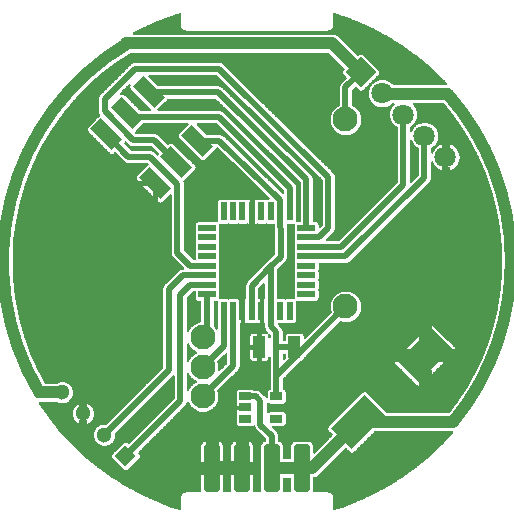
<source format=gtl>
%FSLAX33Y33*%
%MOMM*%
%AMRect-W1500000-H550000-RO1.500*
21,1,1.5,0.55,0.,0.,90*%
%AMRect-W550000-H1500000-RO1.500*
21,1,0.55,1.5,0.,0.,90*%
%AMRect-W2500000-H4000000-RO0.250*
21,1,2.5,4.,0.,0.,315*%
%AMRect-W1300000-H1300000-RO1.750*
21,1,1.3,1.3,0.,0.,45*%
%AMRR-H1300000-W4000000-R120000-RO1.500*
21,1,3.76,1.3,0.,0.,90*
21,1,4.,1.06,0.,0.,90*
1,1,0.24,-0.53,-1.88*
1,1,0.24,-0.53,1.88*
1,1,0.24,0.53,1.88*
1,1,0.24,0.53,-1.88*%
%AMRect-W1800000-H1800000-RO1.750*
21,1,1.8,1.8,0.,0.,45*%
%AMRect-W1000000-H1800000-RO1.000*
21,1,1.,1.8,0.,0.,180*%
%AMRect-W2540000-H1270000-RO0.250*
21,1,2.54,1.27,0.,0.,315*%
%ADD10C,0.0508*%
%ADD11C,0.508*%
%ADD12C,1.016*%
%ADD13C,2.1*%
%ADD14Rect-W1500000-H550000-RO1.500*%
%ADD15Rect-W550000-H1500000-RO1.500*%
%ADD16R,1.X0.66*%
%ADD17Rect-W2500000-H4000000-RO0.250*%
%ADD18C,1.3*%
%ADD19Rect-W1300000-H1300000-RO1.750*%
%ADD20RR-H1300000-W4000000-R120000-RO1.500*%
%ADD21C,1.8*%
%ADD22Rect-W1800000-H1800000-RO1.750*%
%ADD23Rect-W1000000-H1800000-RO1.000*%
%ADD24Rect-W2540000-H1270000-RO0.250*%
D10*
%LNpour fill*%
G01*
X-6492Y-20000D02*
X-6492Y-20000D01*
X-6492Y-20000*
X-6482Y-19904*
X-6482Y-19904*
X-6454Y-19812*
X-6454Y-19812*
X-6409Y-19727*
X-6409Y-19727*
X-6348Y-19652*
X-6348Y-19652*
X-6273Y-19591*
X-6273Y-19591*
X-6188Y-19546*
X-6188Y-19546*
X-6096Y-19518*
X-6096Y-19518*
X-6000Y-19508*
X-6000Y-19508*
X-4752Y-19508*
X-4760Y-19401*
X-4760Y-19401*
X-4760Y-18022*
X-4760Y-18022*
X-4385Y-18022*
X-4385Y-17022*
X-4760Y-17022*
X-4760Y-17022*
X-4760Y-15643*
X-4760Y-15643*
X-4755Y-15577*
X-4755Y-15577*
X-4740Y-15513*
X-4740Y-15513*
X-4714Y-15452*
X-4714Y-15452*
X-4680Y-15395*
X-4680Y-15395*
X-4637Y-15345*
X-4637Y-15345*
X-4587Y-15302*
X-4587Y-15302*
X-4530Y-15268*
X-4530Y-15268*
X-4469Y-15242*
X-4469Y-15242*
X-4405Y-15227*
X-4405Y-15227*
X-4339Y-15222*
X-4339Y-15222*
X-4310Y-15222*
X-4310Y-15222*
X-4310Y-15597*
X-3310Y-15597*
X-3310Y-15222*
X-3310Y-15222*
X-3281Y-15222*
X-3281Y-15222*
X-3215Y-15227*
X-3215Y-15227*
X-3151Y-15242*
X-3151Y-15242*
X-3090Y-15268*
X-3090Y-15268*
X-3033Y-15302*
X-3033Y-15302*
X-2983Y-15345*
X-2983Y-15345*
X-2940Y-15395*
X-2940Y-15395*
X-2906Y-15452*
X-2906Y-15452*
X-2880Y-15513*
X-2880Y-15513*
X-2865Y-15577*
X-2865Y-15577*
X-2860Y-15643*
X-2860Y-15643*
X-2860Y-17022*
X-2860Y-17022*
X-3235Y-17022*
X-3235Y-18022*
X-2860Y-18022*
X-2860Y-18022*
X-2860Y-19401*
X-2860Y-19401*
X-2868Y-19508*
X-2212Y-19508*
X-2220Y-19401*
X-2220Y-19401*
X-2220Y-18022*
X-2220Y-18022*
X-1845Y-18022*
X-1845Y-17022*
X-2220Y-17022*
X-2220Y-17022*
X-2220Y-15643*
X-2220Y-15643*
X-2215Y-15577*
X-2215Y-15577*
X-2200Y-15513*
X-2200Y-15513*
X-2174Y-15452*
X-2174Y-15452*
X-2140Y-15395*
X-2140Y-15395*
X-2097Y-15345*
X-2097Y-15345*
X-2047Y-15302*
X-2047Y-15302*
X-1990Y-15268*
X-1990Y-15268*
X-1929Y-15242*
X-1929Y-15242*
X-1865Y-15227*
X-1865Y-15227*
X-1799Y-15222*
X-1799Y-15222*
X-1770Y-15222*
X-1770Y-15222*
X-1770Y-15597*
X-0770Y-15597*
X-0770Y-15222*
X-0770Y-15222*
X-0741Y-15222*
X-0741Y-15222*
X-0675Y-15227*
X-0675Y-15227*
X-0611Y-15242*
X-0611Y-15242*
X-0550Y-15268*
X-0550Y-15268*
X-0493Y-15302*
X-0493Y-15302*
X-0443Y-15345*
X-0443Y-15345*
X-0400Y-15395*
X-0400Y-15395*
X-0366Y-15452*
X-0366Y-15452*
X-0340Y-15513*
X-0340Y-15513*
X-0325Y-15577*
X-0325Y-15577*
X-0320Y-15643*
X-0320Y-15643*
X-0320Y-17022*
X-0320Y-17022*
X-0695Y-17022*
X-0695Y-18022*
X-0320Y-18022*
X-0320Y-18022*
X-0320Y-19401*
X-0320Y-19401*
X-0328Y-19508*
X0328Y-19508*
X0320Y-19401*
X0320Y-19401*
X0320Y-15643*
X0320Y-15643*
X0325Y-15577*
X0325Y-15577*
X0340Y-15513*
X0340Y-15513*
X0366Y-15452*
X0366Y-15452*
X0400Y-15395*
X0400Y-15395*
X0443Y-15345*
X0443Y-15345*
X0493Y-15302*
X0493Y-15302*
X0550Y-15268*
X0550Y-15268*
X0611Y-15242*
X0611Y-15242*
X0715Y-15217*
X0715Y-15030*
X-0068Y-14248*
X-0068Y-14248*
X-0137Y-14163*
X-0137Y-14163*
X-0188Y-14067*
X-0188Y-14067*
X-0240Y-13895*
X-0328Y-13948*
X-0328Y-13948*
X-0372Y-13967*
X-0372Y-13967*
X-0418Y-13978*
X-0418Y-13978*
X-0465Y-13981*
X-0465Y-13981*
X-1465Y-13981*
X-1465Y-13981*
X-1512Y-13978*
X-1512Y-13978*
X-1558Y-13967*
X-1558Y-13967*
X-1602Y-13948*
X-1602Y-13948*
X-1642Y-13924*
X-1642Y-13924*
X-1678Y-13893*
X-1678Y-13893*
X-1709Y-13857*
X-1709Y-13857*
X-1733Y-13817*
X-1733Y-13817*
X-1752Y-13773*
X-1752Y-13773*
X-1763Y-13727*
X-1763Y-13727*
X-1766Y-13680*
X-1766Y-13680*
X-1766Y-13020*
X-1766Y-13020*
X-1763Y-12973*
X-1763Y-12973*
X-1752Y-12927*
X-1752Y-12927*
X-1730Y-12875*
X-1752Y-12823*
X-1752Y-12823*
X-1763Y-12777*
X-1763Y-12777*
X-1766Y-12730*
X-1766Y-12730*
X-1766Y-12550*
X-1766Y-12550*
X-1390Y-12550*
X-1390Y-12250*
X-1766Y-12250*
X-1766Y-12250*
X-1766Y-12070*
X-1766Y-12070*
X-1763Y-12023*
X-1763Y-12023*
X-1752Y-11977*
X-1752Y-11977*
X-1730Y-11925*
X-1752Y-11873*
X-1752Y-11873*
X-1763Y-11827*
X-1763Y-11827*
X-1766Y-11780*
X-1766Y-11780*
X-1766Y-11120*
X-1766Y-11120*
X-1763Y-11073*
X-1763Y-11073*
X-1752Y-11027*
X-1752Y-11027*
X-1733Y-10983*
X-1733Y-10983*
X-1709Y-10943*
X-1709Y-10943*
X-1678Y-10907*
X-1678Y-10907*
X-1642Y-10876*
X-1642Y-10876*
X-1602Y-10852*
X-1602Y-10852*
X-1558Y-10833*
X-1558Y-10833*
X-1512Y-10822*
X-1512Y-10822*
X-1465Y-10819*
X-1465Y-10819*
X-0465Y-10819*
X-0465Y-10819*
X-0418Y-10822*
X-0418Y-10822*
X-0372Y-10833*
X-0372Y-10833*
X-0328Y-10852*
X-0328Y-10852*
X-0288Y-10876*
X-0288Y-10876*
X-0266Y-10895*
X-0075Y-10895*
X-0075Y-10895*
X0033Y-10905*
X0033Y-10905*
X0137Y-10937*
X0137Y-10937*
X0233Y-10988*
X0233Y-10988*
X0318Y-11057*
X0318Y-11057*
X0718Y-11457*
X0718Y-11457*
X0780Y-11533*
X0864Y-11503*
X0864Y-11120*
X0864Y-11120*
X0867Y-11073*
X0867Y-11073*
X0878Y-11027*
X0878Y-11027*
X0897Y-10983*
X0897Y-10983*
X0921Y-10943*
X0921Y-10943*
X0952Y-10907*
X0952Y-10907*
X0988Y-10876*
X0988Y-10876*
X1028Y-10852*
X1028Y-10852*
X1110Y-10818*
X1110Y-8155*
X0988Y-8150*
X0983Y-8222*
X0983Y-8222*
X0972Y-8268*
X0972Y-8268*
X0953Y-8312*
X0953Y-8312*
X0929Y-8352*
X0929Y-8352*
X0898Y-8388*
X0898Y-8388*
X0862Y-8419*
X0862Y-8419*
X0822Y-8443*
X0822Y-8443*
X0778Y-8462*
X0778Y-8462*
X0732Y-8473*
X0732Y-8473*
X0685Y-8476*
X0685Y-8476*
X0335Y-8476*
X0335Y-8476*
X0335Y-8100*
X0035Y-8100*
X0035Y-8476*
X0035Y-8476*
X-0315Y-8476*
X-0315Y-8476*
X-0362Y-8473*
X-0362Y-8473*
X-0408Y-8462*
X-0408Y-8462*
X-0452Y-8443*
X-0452Y-8443*
X-0492Y-8419*
X-0492Y-8419*
X-0528Y-8388*
X-0528Y-8388*
X-0559Y-8352*
X-0559Y-8352*
X-0583Y-8312*
X-0583Y-8312*
X-0602Y-8268*
X-0602Y-8268*
X-0613Y-8222*
X-0613Y-8222*
X-0616Y-8175*
X-0616Y-8175*
X-0616Y-7425*
X-0616Y-7425*
X-0240Y-7425*
X-0240Y-7125*
X-0616Y-7125*
X-0616Y-7125*
X-0616Y-6375*
X-0616Y-6375*
X-0613Y-6328*
X-0613Y-6328*
X-0602Y-6282*
X-0602Y-6282*
X-0583Y-6238*
X-0583Y-6238*
X-0559Y-6198*
X-0559Y-6198*
X-0528Y-6162*
X-0528Y-6162*
X-0492Y-6131*
X-0492Y-6131*
X-0452Y-6107*
X-0452Y-6107*
X-0408Y-6088*
X-0408Y-6088*
X-0362Y-6077*
X-0362Y-6077*
X-0315Y-6074*
X-0315Y-6074*
X0035Y-6074*
X0035Y-6074*
X0035Y-6450*
X0335Y-6450*
X0335Y-6074*
X0335Y-6074*
X0685Y-6074*
X0685Y-6074*
X0732Y-6077*
X0732Y-6077*
X0778Y-6088*
X0778Y-6088*
X0848Y-6118*
X0906Y-6031*
X0807Y-5933*
X0807Y-5933*
X0738Y-5848*
X0738Y-5848*
X0687Y-5752*
X0687Y-5752*
X0655Y-5648*
X0655Y-5648*
X0645Y-5540*
X0645Y-5540*
X0645Y-5251*
X0550Y-5251*
X0550Y-5251*
X0550Y-4875*
X0250Y-4875*
X0250Y-5251*
X0250Y-5251*
X0125Y-5251*
X0125Y-5251*
X0078Y-5248*
X0078Y-5248*
X0032Y-5237*
X0032Y-5237*
X0Y-5223*
X-0032Y-5237*
X-0032Y-5237*
X-0078Y-5248*
X-0078Y-5248*
X-0125Y-5251*
X-0125Y-5251*
X-0675Y-5251*
X-0675Y-5251*
X-0722Y-5248*
X-0722Y-5248*
X-0768Y-5237*
X-0768Y-5237*
X-0800Y-5223*
X-0832Y-5237*
X-0832Y-5237*
X-0878Y-5248*
X-0878Y-5248*
X-0925Y-5251*
X-0925Y-5251*
X-1050Y-5251*
X-1050Y-5251*
X-1050Y-4875*
X-1350Y-4875*
X-1350Y-5251*
X-1350Y-5251*
X-1445Y-5251*
X-1445Y-8850*
X-1445Y-8850*
X-1455Y-8958*
X-1455Y-8958*
X-1487Y-9062*
X-1487Y-9062*
X-1538Y-9158*
X-1538Y-9158*
X-1607Y-9243*
X-1607Y-9243*
X-3318Y-10953*
X-3258Y-11124*
X-3258Y-11124*
X-3224Y-11425*
X-3224Y-11425*
X-3258Y-11726*
X-3258Y-11726*
X-3358Y-12011*
X-3358Y-12011*
X-3519Y-12267*
X-3519Y-12268*
X-3732Y-12481*
X-3733Y-12481*
X-3989Y-12642*
X-3989Y-12642*
X-4274Y-12742*
X-4274Y-12742*
X-4575Y-12776*
X-4575Y-12776*
X-4876Y-12742*
X-4876Y-12742*
X-5161Y-12642*
X-5161Y-12642*
X-5417Y-12481*
X-5418Y-12481*
X-5631Y-12268*
X-5631Y-12267*
X-5792Y-12011*
X-5792Y-12011*
X-5824Y-11921*
X-5916Y-11923*
X-5962Y-12076*
X-5962Y-12076*
X-6013Y-12172*
X-6013Y-12172*
X-6082Y-12256*
X-6082Y-12256*
X-10047Y-16220*
X-9980Y-16287*
X-9980Y-16287*
X-9949Y-16323*
X-9949Y-16323*
X-9925Y-16364*
X-9925Y-16364*
X-9907Y-16407*
X-9907Y-16407*
X-9895Y-16453*
X-9895Y-16453*
X-9892Y-16500*
X-9892Y-16500*
X-9895Y-16548*
X-9895Y-16548*
X-9907Y-16593*
X-9907Y-16594*
X-9925Y-16637*
X-9925Y-16637*
X-9949Y-16677*
X-9949Y-16677*
X-9980Y-16713*
X-9980Y-16713*
X-10899Y-17633*
X-10899Y-17633*
X-10935Y-17663*
X-10935Y-17663*
X-10975Y-17688*
X-10975Y-17688*
X-11019Y-17706*
X-11019Y-17706*
X-11065Y-17717*
X-11065Y-17717*
X-11112Y-17721*
X-11112Y-17721*
X-11159Y-17717*
X-11159Y-17717*
X-11205Y-17706*
X-11205Y-17706*
X-11249Y-17688*
X-11249Y-17688*
X-11289Y-17663*
X-11289Y-17663*
X-11325Y-17633*
X-11325Y-17633*
X-12245Y-16713*
X-12245Y-16713*
X-12275Y-16677*
X-12275Y-16677*
X-12300Y-16637*
X-12300Y-16637*
X-12318Y-16594*
X-12318Y-16593*
X-12329Y-16548*
X-12329Y-16548*
X-12333Y-16500*
X-12333Y-16500*
X-12329Y-16453*
X-12329Y-16453*
X-12318Y-16407*
X-12318Y-16407*
X-12300Y-16364*
X-12300Y-16364*
X-12275Y-16323*
X-12275Y-16323*
X-12245Y-16287*
X-12245Y-16287*
X-11325Y-15368*
X-11325Y-15368*
X-11289Y-15337*
X-11289Y-15337*
X-11249Y-15313*
X-11249Y-15313*
X-11205Y-15295*
X-11205Y-15295*
X-11159Y-15284*
X-11159Y-15284*
X-11112Y-15280*
X-11112Y-15280*
X-11065Y-15284*
X-11065Y-15284*
X-11019Y-15295*
X-11019Y-15295*
X-10975Y-15313*
X-10975Y-15313*
X-10935Y-15337*
X-10935Y-15337*
X-10899Y-15368*
X-10899Y-15368*
X-10832Y-15435*
X-7030Y-11633*
X-7030Y-9722*
X-7108Y-9690*
X-11975Y-14556*
X-11957Y-14704*
X-11957Y-14704*
X-11985Y-14932*
X-11985Y-14932*
X-12066Y-15146*
X-12066Y-15146*
X-12196Y-15335*
X-12196Y-15335*
X-12368Y-15487*
X-12368Y-15487*
X-12571Y-15594*
X-12571Y-15594*
X-12794Y-15649*
X-12794Y-15649*
X-13023Y-15649*
X-13023Y-15649*
X-13246Y-15594*
X-13246Y-15594*
X-13449Y-15487*
X-13449Y-15487*
X-13620Y-15335*
X-13620Y-15335*
X-13751Y-15146*
X-13751Y-15146*
X-13832Y-14932*
X-13832Y-14932*
X-13860Y-14704*
X-13860Y-14704*
X-13832Y-14477*
X-13832Y-14477*
X-13751Y-14262*
X-13751Y-14262*
X-13620Y-14074*
X-13620Y-14074*
X-13449Y-13921*
X-13449Y-13921*
X-13246Y-13815*
X-13246Y-13815*
X-13023Y-13760*
X-13023Y-13760*
X-12794Y-13760*
X-12794Y-13760*
X-12758Y-13769*
X-7980Y-8991*
X-7980Y-2350*
X-7980Y-2350*
X-7970Y-2242*
X-7970Y-2242*
X-7938Y-2138*
X-7938Y-2138*
X-7887Y-2042*
X-7887Y-2042*
X-7818Y-1957*
X-7818Y-1957*
X-6668Y-0807*
X-6668Y-0807*
X-6583Y-0738*
X-6583Y-0738*
X-6487Y-0687*
X-6487Y-0687*
X-6383Y-0655*
X-6383Y-0655*
X-6246Y-0642*
X-6219Y-0566*
X-7093Y0307*
X-7093Y0307*
X-7162Y0392*
X-7162Y0392*
X-7213Y0487*
X-7213Y0488*
X-7245Y0592*
X-7245Y0592*
X-7255Y0700*
X-7255Y0700*
X-7255Y5608*
X-7333Y5640*
X-7944Y5029*
X-7944Y5029*
X-7980Y4998*
X-7980Y4998*
X-8021Y4974*
X-8021Y4974*
X-8064Y4956*
X-8064Y4956*
X-8110Y4945*
X-8110Y4945*
X-8157Y4941*
X-8157Y4941*
X-8204Y4945*
X-8204Y4945*
X-8250Y4956*
X-8250Y4956*
X-8294Y4974*
X-8294Y4974*
X-8334Y4998*
X-8334Y4998*
X-8370Y5029*
X-8370Y5029*
X-8457Y5115*
X-8457Y5115*
X-8457Y5916*
X-8756Y5916*
X-8756Y5415*
X-8756Y5415*
X-9780Y6439*
X-9780Y6439*
X-9280Y6439*
X-9280Y6739*
X-10080Y6739*
X-10080Y6739*
X-10166Y6825*
X-10166Y6825*
X-10197Y6861*
X-10197Y6861*
X-10222Y6901*
X-10222Y6901*
X-10240Y6945*
X-10240Y6945*
X-10251Y6991*
X-10251Y6991*
X-10255Y7038*
X-10255Y7038*
X-10251Y7085*
X-10251Y7085*
X-10240Y7131*
X-10240Y7131*
X-10222Y7175*
X-10222Y7175*
X-10197Y7215*
X-10197Y7215*
X-10166Y7251*
X-10166Y7251*
X-9268Y8149*
X-9268Y8149*
X-9208Y8201*
X-9285Y8279*
X-10851Y8279*
X-10851Y8279*
X-10960Y8290*
X-10960Y8290*
X-11064Y8321*
X-11064Y8321*
X-11160Y8373*
X-11160Y8373*
X-11244Y8442*
X-11244Y8442*
X-12017Y9215*
X-12074Y9159*
X-12074Y9159*
X-12110Y9128*
X-12110Y9128*
X-12150Y9103*
X-12150Y9103*
X-12194Y9085*
X-12194Y9085*
X-12240Y9074*
X-12240Y9074*
X-12287Y9070*
X-12287Y9070*
X-12334Y9074*
X-12334Y9074*
X-12380Y9085*
X-12380Y9085*
X-12424Y9103*
X-12424Y9103*
X-12464Y9128*
X-12464Y9128*
X-12500Y9159*
X-12500Y9159*
X-14296Y10955*
X-14296Y10955*
X-14327Y10991*
X-14327Y10991*
X-14351Y11031*
X-14351Y11031*
X-14369Y11075*
X-14369Y11075*
X-14380Y11121*
X-14380Y11121*
X-14384Y11168*
X-14384Y11168*
X-14380Y11215*
X-14380Y11215*
X-14369Y11261*
X-14369Y11261*
X-14351Y11304*
X-14351Y11304*
X-14327Y11345*
X-14327Y11345*
X-14296Y11381*
X-14296Y11381*
X-13398Y12279*
X-13398Y12279*
X-13324Y12342*
X-13388Y12463*
X-13388Y12463*
X-13420Y12567*
X-13420Y12567*
X-13430Y12675*
X-13430Y12675*
X-13430Y13723*
X-13430Y13723*
X-13420Y13831*
X-13420Y13831*
X-13388Y13935*
X-13388Y13935*
X-13337Y14031*
X-13337Y14031*
X-13268Y14115*
X-13268Y14115*
X-10690Y16693*
X-10690Y16693*
X-10606Y16762*
X-10606Y16762*
X-10510Y16813*
X-10510Y16813*
X-10406Y16845*
X-10406Y16845*
X-10298Y16855*
X-10298Y16855*
X-3250Y16855*
X-3250Y16855*
X-3142Y16845*
X-3142Y16845*
X-3038Y16813*
X-3038Y16813*
X-2942Y16762*
X-2942Y16762*
X-2857Y16693*
X-2857Y16693*
X-2847Y16680*
X-2836Y16671*
X-2836Y16671*
X6468Y7518*
X6468Y7518*
X6501Y7477*
X6534Y7437*
X6534Y7437*
X6535Y7435*
X6537Y7433*
X6537Y7433*
X6561Y7387*
X6586Y7342*
X6586Y7342*
X6587Y7339*
X6588Y7337*
X6588Y7337*
X6603Y7288*
X6619Y7238*
X6619Y7238*
X6619Y7235*
X6620Y7233*
X6620Y7233*
X6625Y7181*
X6630Y7129*
X6630Y7129*
X6630Y2825*
X6630Y2825*
X6620Y2717*
X6620Y2717*
X6588Y2613*
X6588Y2613*
X6537Y2517*
X6537Y2517*
X6468Y2432*
X6468Y2432*
X5869Y1833*
X5901Y1755*
X6920Y1755*
X11845Y6680*
X11845Y11345*
X11718Y11411*
X11718Y11411*
X11501Y11603*
X11501Y11603*
X11336Y11842*
X11336Y11842*
X11234Y12113*
X11234Y12113*
X11199Y12400*
X11199Y12400*
X11234Y12687*
X11234Y12687*
X11336Y12958*
X11336Y12958*
X11501Y13197*
X11501Y13197*
X11600Y13284*
X11569Y13366*
X11465Y13366*
X11286Y13207*
X11286Y13207*
X11030Y13073*
X11030Y13073*
X10749Y13004*
X10749Y13004*
X10459Y13004*
X10459Y13004*
X10178Y13073*
X10178Y13073*
X9922Y13207*
X9922Y13207*
X9705Y13399*
X9705Y13399*
X9540Y13638*
X9540Y13638*
X9438Y13909*
X9438Y13909*
X9403Y14196*
X9403Y14196*
X9438Y14484*
X9438Y14484*
X9540Y14754*
X9540Y14754*
X9705Y14993*
X9705Y14993*
X9922Y15185*
X9922Y15185*
X10178Y15319*
X10178Y15319*
X10459Y15389*
X10459Y15389*
X10749Y15389*
X10749Y15389*
X11030Y15319*
X11030Y15319*
X11286Y15185*
X11286Y15185*
X11513Y14984*
X16001Y14984*
X16034Y15060*
X15639Y15487*
X14599Y16470*
X13497Y17384*
X12339Y18225*
X11128Y18988*
X9871Y19672*
X8571Y20272*
X7235Y20786*
X6492Y21018*
X6492Y20000*
X6492Y20000*
X6482Y19904*
X6482Y19904*
X6454Y19812*
X6454Y19812*
X6409Y19727*
X6409Y19727*
X6348Y19652*
X6348Y19652*
X6273Y19591*
X6273Y19591*
X6188Y19546*
X6188Y19546*
X6096Y19518*
X6096Y19518*
X6000Y19508*
X6000Y19508*
X-6000Y19508*
X-6000Y19508*
X-6096Y19518*
X-6096Y19518*
X-6188Y19546*
X-6188Y19546*
X-6273Y19591*
X-6273Y19591*
X-6348Y19652*
X-6348Y19652*
X-6409Y19727*
X-6409Y19727*
X-6454Y19812*
X-6454Y19812*
X-6482Y19904*
X-6482Y19904*
X-6492Y20000*
X-6492Y20000*
X-6492Y21018*
X-7235Y20786*
X-8571Y20272*
X-9871Y19672*
X-10454Y19355*
X-10430Y19259*
X6350Y19259*
X6350Y19259*
X6508Y19244*
X6508Y19244*
X6660Y19198*
X6660Y19198*
X6800Y19123*
X6800Y19123*
X6922Y19022*
X6922Y19022*
X8531Y17414*
X8595Y17478*
X8595Y17478*
X8631Y17509*
X8631Y17509*
X8671Y17533*
X8671Y17533*
X8715Y17551*
X8715Y17551*
X8761Y17562*
X8761Y17562*
X8808Y17566*
X8808Y17566*
X8855Y17562*
X8855Y17562*
X8901Y17551*
X8901Y17551*
X8945Y17533*
X8945Y17533*
X8985Y17509*
X8985Y17509*
X9021Y17478*
X9021Y17478*
X10294Y16205*
X10294Y16205*
X10324Y16169*
X10324Y16169*
X10349Y16129*
X10349Y16129*
X10367Y16085*
X10367Y16085*
X10378Y16039*
X10378Y16039*
X10382Y15992*
X10382Y15992*
X10378Y15945*
X10378Y15945*
X10367Y15899*
X10367Y15899*
X10349Y15855*
X10349Y15855*
X10324Y15815*
X10324Y15815*
X10294Y15779*
X10294Y15779*
X9021Y14506*
X9021Y14506*
X8985Y14476*
X8985Y14476*
X8945Y14451*
X8945Y14451*
X8901Y14433*
X8901Y14433*
X8855Y14422*
X8855Y14422*
X8808Y14418*
X8808Y14418*
X8761Y14422*
X8761Y14422*
X8715Y14433*
X8715Y14433*
X8671Y14451*
X8671Y14451*
X8631Y14476*
X8631Y14476*
X8595Y14506*
X8595Y14506*
X8351Y14750*
X8080Y14479*
X8080Y13237*
X8367Y13056*
X8368Y13056*
X8581Y12843*
X8581Y12842*
X8742Y12586*
X8742Y12586*
X8842Y12301*
X8842Y12301*
X8876Y12000*
X8876Y12000*
X8842Y11699*
X8842Y11699*
X8742Y11414*
X8742Y11414*
X8581Y11158*
X8581Y11157*
X8368Y10944*
X8367Y10944*
X8111Y10783*
X8111Y10783*
X7826Y10683*
X7826Y10683*
X7525Y10649*
X7525Y10649*
X7224Y10683*
X7224Y10683*
X6939Y10783*
X6939Y10783*
X6683Y10944*
X6682Y10944*
X6469Y11157*
X6469Y11158*
X6308Y11414*
X6308Y11414*
X6208Y11699*
X6208Y11699*
X6174Y12000*
X6174Y12000*
X6208Y12301*
X6208Y12301*
X6308Y12586*
X6308Y12586*
X6469Y12842*
X6469Y12843*
X6682Y13056*
X6683Y13056*
X6970Y13237*
X6970Y14709*
X6970Y14709*
X6980Y14818*
X6980Y14818*
X7012Y14922*
X7012Y14922*
X7063Y15018*
X7063Y15018*
X7132Y15102*
X7132Y15102*
X7566Y15535*
X7322Y15779*
X7322Y15779*
X7291Y15815*
X7291Y15815*
X7267Y15855*
X7267Y15855*
X7249Y15899*
X7249Y15899*
X7238Y15945*
X7238Y15945*
X7234Y15992*
X7234Y15992*
X7238Y16039*
X7238Y16039*
X7249Y16085*
X7249Y16085*
X7267Y16129*
X7267Y16129*
X7291Y16169*
X7291Y16169*
X7322Y16205*
X7322Y16205*
X7386Y16269*
X6015Y17641*
X-10661Y17641*
X-11928Y16819*
X-13219Y15829*
X-14428Y14740*
X-15548Y13560*
X-16572Y12295*
X-17492Y10953*
X-18304Y9542*
X-19003Y8073*
X-19583Y6552*
X-20042Y4991*
X-20377Y3398*
X-20585Y1785*
X-20665Y0159*
X-20617Y-1467*
X-20441Y-3085*
X-20138Y-4684*
X-19710Y-6254*
X-19160Y-7786*
X-18491Y-9269*
X-17923Y-10303*
X-16991Y-10303*
X-16838Y-10223*
X-16838Y-10223*
X-16615Y-10168*
X-16615Y-10168*
X-16386Y-10168*
X-16386Y-10168*
X-16163Y-10223*
X-16163Y-10223*
X-15960Y-10329*
X-15960Y-10329*
X-15788Y-10481*
X-15788Y-10481*
X-15658Y-10670*
X-15658Y-10670*
X-15577Y-10885*
X-15577Y-10885*
X-15549Y-11112*
X-15549Y-11112*
X-15577Y-11340*
X-15577Y-11340*
X-15658Y-11554*
X-15658Y-11554*
X-15788Y-11743*
X-15788Y-11743*
X-15960Y-11895*
X-15960Y-11895*
X-16163Y-12002*
X-16163Y-12002*
X-16386Y-12057*
X-16386Y-12057*
X-16615Y-12057*
X-16615Y-12057*
X-16838Y-12002*
X-16838Y-12002*
X-16991Y-11922*
X-18416Y-11922*
X-18452Y-11986*
X-18345Y-12161*
X-17515Y-13327*
X-16612Y-14437*
X-15639Y-15487*
X-14599Y-16470*
X-13497Y-17384*
X-12339Y-18225*
X-11128Y-18988*
X-9871Y-19672*
X-8571Y-20272*
X-7235Y-20786*
X-6492Y-21018*
X-6492Y-20000*
X-14404Y-13807D02*
X-14404Y-13479D01*
X-15004Y-13479*
X-15004Y-13807*
X-15042Y-13798*
X-15245Y-13691*
X-15416Y-13539*
X-15546Y-13350*
X-15628Y-13136*
X-15655Y-12908*
X-15628Y-12681*
X-15546Y-12466*
X-15416Y-12278*
X-15245Y-12126*
X-15042Y-12019*
X-15004Y-12010*
X-15004Y-12338*
X-14404Y-12338*
X-14404Y-12010*
X-14367Y-12019*
X-14164Y-12126*
X-13993Y-12278*
X-13862Y-12466*
X-13781Y-12681*
X-13753Y-12908*
X-13781Y-13136*
X-13862Y-13350*
X-13993Y-13539*
X-14164Y-13691*
X-14367Y-13798*
X-14404Y-13807*
X-6650Y-20969D02*
X-6491Y-20969D01*
X-6809Y-20919D02*
X-6491Y-20919D01*
X-6968Y-20870D02*
X-6491Y-20870D01*
X-7126Y-20820D02*
X-6491Y-20820D01*
X-7276Y-20771D02*
X-6491Y-20771D01*
X-7404Y-20721D02*
X-6491Y-20721D01*
X-7533Y-20671D02*
X-6491Y-20671D01*
X-7662Y-20622D02*
X-6491Y-20622D01*
X-7790Y-20572D02*
X-6491Y-20572D01*
X-7919Y-20523D02*
X-6491Y-20523D01*
X-8048Y-20473D02*
X-6492Y-20473D01*
X-8176Y-20424D02*
X-6492Y-20424D01*
X-8305Y-20374D02*
X-6492Y-20374D01*
X-8434Y-20325D02*
X-6492Y-20325D01*
X-8562Y-20275D02*
X-6492Y-20275D01*
X-8671Y-20226D02*
X-6492Y-20226D01*
X-8778Y-20176D02*
X-6492Y-20176D01*
X-8886Y-20127D02*
X-6492Y-20127D01*
X-8993Y-20077D02*
X-6492Y-20077D01*
X-9100Y-20028D02*
X-6492Y-20028D01*
X-9207Y-19978D02*
X-6489Y-19978D01*
X-9315Y-19929D02*
X-6484Y-19929D01*
X-9422Y-19879D02*
X-6474Y-19879D01*
X-9529Y-19829D02*
X-6459Y-19829D01*
X-9637Y-19780D02*
X-6437Y-19780D01*
X-9744Y-19730D02*
X-6411Y-19730D01*
X-9851Y-19681D02*
X-6371Y-19681D01*
X-9945Y-19631D02*
X-6322Y-19631D01*
X-10036Y-19582D02*
X-6255Y-19582D01*
X-10128Y-19532D02*
X-6143Y-19532D01*
X-10219Y-19483D02*
X-4754Y-19483D01*
X-2866Y-19483D02*
X-2214Y-19483D01*
X-0326Y-19483D02*
X0326Y-19483D01*
X-10310Y-19433D02*
X-4757Y-19433D01*
X-2863Y-19433D02*
X-2217Y-19433D01*
X-0323Y-19433D02*
X0323Y-19433D01*
X-10401Y-19384D02*
X-4760Y-19384D01*
X-2860Y-19384D02*
X-2220Y-19384D01*
X-0320Y-19384D02*
X0320Y-19384D01*
X-10492Y-19334D02*
X-4760Y-19334D01*
X-2860Y-19334D02*
X-2220Y-19334D01*
X-0320Y-19334D02*
X0320Y-19334D01*
X-10584Y-19285D02*
X-4760Y-19285D01*
X-2860Y-19285D02*
X-2220Y-19285D01*
X-0320Y-19285D02*
X0320Y-19285D01*
X-10675Y-19235D02*
X-4760Y-19235D01*
X-2860Y-19235D02*
X-2220Y-19235D01*
X-0320Y-19235D02*
X0320Y-19235D01*
X-10766Y-19186D02*
X-4760Y-19186D01*
X-2860Y-19186D02*
X-2220Y-19186D01*
X-0320Y-19186D02*
X0320Y-19186D01*
X-10857Y-19136D02*
X-4760Y-19136D01*
X-2860Y-19136D02*
X-2220Y-19136D01*
X-0320Y-19136D02*
X0320Y-19136D01*
X-10948Y-19087D02*
X-4760Y-19087D01*
X-2860Y-19087D02*
X-2220Y-19087D01*
X-0320Y-19087D02*
X0320Y-19087D01*
X-11039Y-19037D02*
X-4760Y-19037D01*
X-2860Y-19037D02*
X-2220Y-19037D01*
X-0320Y-19037D02*
X0320Y-19037D01*
X-11130Y-18987D02*
X-4760Y-18987D01*
X-2860Y-18987D02*
X-2220Y-18987D01*
X-0320Y-18987D02*
X0320Y-18987D01*
X-11209Y-18938D02*
X-4760Y-18938D01*
X-2860Y-18938D02*
X-2220Y-18938D01*
X-0320Y-18938D02*
X0320Y-18938D01*
X-11287Y-18888D02*
X-4760Y-18888D01*
X-2860Y-18888D02*
X-2220Y-18888D01*
X-0320Y-18888D02*
X0320Y-18888D01*
X-11366Y-18839D02*
X-4760Y-18839D01*
X-2860Y-18839D02*
X-2220Y-18839D01*
X-0320Y-18839D02*
X0320Y-18839D01*
X-11445Y-18789D02*
X-4760Y-18789D01*
X-2860Y-18789D02*
X-2220Y-18789D01*
X-0320Y-18789D02*
X0320Y-18789D01*
X-11523Y-18740D02*
X-4760Y-18740D01*
X-2860Y-18740D02*
X-2220Y-18740D01*
X-0320Y-18740D02*
X0320Y-18740D01*
X-11602Y-18690D02*
X-4760Y-18690D01*
X-2860Y-18690D02*
X-2220Y-18690D01*
X-0320Y-18690D02*
X0320Y-18690D01*
X-11680Y-18641D02*
X-4760Y-18641D01*
X-2860Y-18641D02*
X-2220Y-18641D01*
X-0320Y-18641D02*
X0320Y-18641D01*
X-11759Y-18591D02*
X-4760Y-18591D01*
X-2860Y-18591D02*
X-2220Y-18591D01*
X-0320Y-18591D02*
X0320Y-18591D01*
X-11837Y-18542D02*
X-4760Y-18542D01*
X-2860Y-18542D02*
X-2220Y-18542D01*
X-0320Y-18542D02*
X0320Y-18542D01*
X-11916Y-18492D02*
X-4760Y-18492D01*
X-2860Y-18492D02*
X-2220Y-18492D01*
X-0320Y-18492D02*
X0320Y-18492D01*
X-11994Y-18443D02*
X-4760Y-18443D01*
X-2860Y-18443D02*
X-2220Y-18443D01*
X-0320Y-18443D02*
X0320Y-18443D01*
X-12073Y-18393D02*
X-4760Y-18393D01*
X-2860Y-18393D02*
X-2220Y-18393D01*
X-0320Y-18393D02*
X0320Y-18393D01*
X-12151Y-18344D02*
X-4760Y-18344D01*
X-2860Y-18344D02*
X-2220Y-18344D01*
X-0320Y-18344D02*
X0320Y-18344D01*
X-12230Y-18294D02*
X-4760Y-18294D01*
X-2860Y-18294D02*
X-2220Y-18294D01*
X-0320Y-18294D02*
X0320Y-18294D01*
X-12308Y-18244D02*
X-4760Y-18244D01*
X-2860Y-18244D02*
X-2220Y-18244D01*
X-0320Y-18244D02*
X0320Y-18244D01*
X-12381Y-18195D02*
X-4760Y-18195D01*
X-2860Y-18195D02*
X-2220Y-18195D01*
X-0320Y-18195D02*
X0320Y-18195D01*
X-12449Y-18145D02*
X-4760Y-18145D01*
X-2860Y-18145D02*
X-2220Y-18145D01*
X-0320Y-18145D02*
X0320Y-18145D01*
X-12517Y-18096D02*
X-4760Y-18096D01*
X-2860Y-18096D02*
X-2220Y-18096D01*
X-0320Y-18096D02*
X0320Y-18096D01*
X-12586Y-18046D02*
X-4760Y-18046D01*
X-2860Y-18046D02*
X-2220Y-18046D01*
X-0320Y-18046D02*
X0320Y-18046D01*
X-12654Y-17997D02*
X-4385Y-17997D01*
X-3235Y-17997D02*
X-1845Y-17997D01*
X-0695Y-17997D02*
X0320Y-17997D01*
X-12722Y-17947D02*
X-4385Y-17947D01*
X-3235Y-17947D02*
X-1845Y-17947D01*
X-0695Y-17947D02*
X0320Y-17947D01*
X-12790Y-17898D02*
X-4385Y-17898D01*
X-3235Y-17898D02*
X-1845Y-17898D01*
X-0695Y-17898D02*
X0320Y-17898D01*
X-12859Y-17848D02*
X-4385Y-17848D01*
X-3235Y-17848D02*
X-1845Y-17848D01*
X-0695Y-17848D02*
X0320Y-17848D01*
X-12927Y-17799D02*
X-4385Y-17799D01*
X-3235Y-17799D02*
X-1845Y-17799D01*
X-0695Y-17799D02*
X0320Y-17799D01*
X-12995Y-17749D02*
X-4385Y-17749D01*
X-3235Y-17749D02*
X-1845Y-17749D01*
X-0695Y-17749D02*
X0320Y-17749D01*
X-13063Y-17700D02*
X-11220Y-17700D01*
X-11004Y-17700D02*
X-4385Y-17700D01*
X-3235Y-17700D02*
X-1845Y-17700D01*
X-0695Y-17700D02*
X0320Y-17700D01*
X-13132Y-17650D02*
X-11304Y-17650D01*
X-10920Y-17650D02*
X-4385Y-17650D01*
X-3235Y-17650D02*
X-1845Y-17650D01*
X-0695Y-17650D02*
X0320Y-17650D01*
X-13200Y-17601D02*
X-11357Y-17601D01*
X-10868Y-17601D02*
X-4385Y-17601D01*
X-3235Y-17601D02*
X-1845Y-17601D01*
X-0695Y-17601D02*
X0320Y-17601D01*
X-13268Y-17551D02*
X-11407Y-17551D01*
X-10818Y-17551D02*
X-4385Y-17551D01*
X-3235Y-17551D02*
X-1845Y-17551D01*
X-0695Y-17551D02*
X0320Y-17551D01*
X-13336Y-17502D02*
X-11456Y-17502D01*
X-10768Y-17502D02*
X-4385Y-17502D01*
X-3235Y-17502D02*
X-1845Y-17502D01*
X-0695Y-17502D02*
X0320Y-17502D01*
X-13405Y-17452D02*
X-11506Y-17452D01*
X-10719Y-17452D02*
X-4385Y-17452D01*
X-3235Y-17452D02*
X-1845Y-17452D01*
X-0695Y-17452D02*
X0320Y-17452D01*
X-13473Y-17402D02*
X-11555Y-17402D01*
X-10669Y-17402D02*
X-4385Y-17402D01*
X-3235Y-17402D02*
X-1845Y-17402D01*
X-0695Y-17402D02*
X0320Y-17402D01*
X-13536Y-17353D02*
X-11605Y-17353D01*
X-10620Y-17353D02*
X-4385Y-17353D01*
X-3235Y-17353D02*
X-1845Y-17353D01*
X-0695Y-17353D02*
X0320Y-17353D01*
X-13595Y-17303D02*
X-11654Y-17303D01*
X-10570Y-17303D02*
X-4385Y-17303D01*
X-3235Y-17303D02*
X-1845Y-17303D01*
X-0695Y-17303D02*
X0320Y-17303D01*
X-13655Y-17254D02*
X-11704Y-17254D01*
X-10521Y-17254D02*
X-4385Y-17254D01*
X-3235Y-17254D02*
X-1845Y-17254D01*
X-0695Y-17254D02*
X0320Y-17254D01*
X-13715Y-17204D02*
X-11753Y-17204D01*
X-10471Y-17204D02*
X-4385Y-17204D01*
X-3235Y-17204D02*
X-1845Y-17204D01*
X-0695Y-17204D02*
X0320Y-17204D01*
X-13775Y-17155D02*
X-11803Y-17155D01*
X-10422Y-17155D02*
X-4385Y-17155D01*
X-3235Y-17155D02*
X-1845Y-17155D01*
X-0695Y-17155D02*
X0320Y-17155D01*
X-13834Y-17105D02*
X-11852Y-17105D01*
X-10372Y-17105D02*
X-4385Y-17105D01*
X-3235Y-17105D02*
X-1845Y-17105D01*
X-0695Y-17105D02*
X0320Y-17105D01*
X-13894Y-17056D02*
X-11902Y-17056D01*
X-10323Y-17056D02*
X-4385Y-17056D01*
X-3235Y-17056D02*
X-1845Y-17056D01*
X-0695Y-17056D02*
X0320Y-17056D01*
X-13954Y-17006D02*
X-11951Y-17006D01*
X-10273Y-17006D02*
X-4760Y-17006D01*
X-2860Y-17006D02*
X-2220Y-17006D01*
X-0320Y-17006D02*
X0320Y-17006D01*
X-14013Y-16957D02*
X-12001Y-16957D01*
X-10224Y-16957D02*
X-4760Y-16957D01*
X-2860Y-16957D02*
X-2220Y-16957D01*
X-0320Y-16957D02*
X0320Y-16957D01*
X-14073Y-16907D02*
X-12050Y-16907D01*
X-10174Y-16907D02*
X-4760Y-16907D01*
X-2860Y-16907D02*
X-2220Y-16907D01*
X-0320Y-16907D02*
X0320Y-16907D01*
X-14133Y-16858D02*
X-12100Y-16858D01*
X-10125Y-16858D02*
X-4760Y-16858D01*
X-2860Y-16858D02*
X-2220Y-16858D01*
X-0320Y-16858D02*
X0320Y-16858D01*
X-14192Y-16808D02*
X-12149Y-16808D01*
X-10075Y-16808D02*
X-4760Y-16808D01*
X-2860Y-16808D02*
X-2220Y-16808D01*
X-0320Y-16808D02*
X0320Y-16808D01*
X-14252Y-16759D02*
X-12199Y-16759D01*
X-10026Y-16759D02*
X-4760Y-16759D01*
X-2860Y-16759D02*
X-2220Y-16759D01*
X-0320Y-16759D02*
X0320Y-16759D01*
X-14312Y-16709D02*
X-12248Y-16709D01*
X-9977Y-16709D02*
X-4760Y-16709D01*
X-2860Y-16709D02*
X-2220Y-16709D01*
X-0320Y-16709D02*
X0320Y-16709D01*
X-14371Y-16660D02*
X-12286Y-16660D01*
X-9939Y-16660D02*
X-4760Y-16660D01*
X-2860Y-16660D02*
X-2220Y-16660D01*
X-0320Y-16660D02*
X0320Y-16660D01*
X-14431Y-16610D02*
X-12311Y-16610D01*
X-9914Y-16610D02*
X-4760Y-16610D01*
X-2860Y-16610D02*
X-2220Y-16610D01*
X-0320Y-16610D02*
X0320Y-16610D01*
X-14491Y-16560D02*
X-12326Y-16560D01*
X-9899Y-16560D02*
X-4760Y-16560D01*
X-2860Y-16560D02*
X-2220Y-16560D01*
X-0320Y-16560D02*
X0320Y-16560D01*
X-14550Y-16511D02*
X-12332Y-16511D01*
X-9893Y-16511D02*
X-4760Y-16511D01*
X-2860Y-16511D02*
X-2220Y-16511D01*
X-0320Y-16511D02*
X0320Y-16511D01*
X-14609Y-16461D02*
X-12329Y-16461D01*
X-9895Y-16461D02*
X-4760Y-16461D01*
X-2860Y-16461D02*
X-2220Y-16461D01*
X-0320Y-16461D02*
X0320Y-16461D01*
X-14661Y-16412D02*
X-12319Y-16412D01*
X-9906Y-16412D02*
X-4760Y-16412D01*
X-2860Y-16412D02*
X-2220Y-16412D01*
X-0320Y-16412D02*
X0320Y-16412D01*
X-14713Y-16362D02*
X-12299Y-16362D01*
X-9926Y-16362D02*
X-4760Y-16362D01*
X-2860Y-16362D02*
X-2220Y-16362D01*
X-0320Y-16362D02*
X0320Y-16362D01*
X-14766Y-16313D02*
X-12266Y-16313D01*
X-9959Y-16313D02*
X-4760Y-16313D01*
X-2860Y-16313D02*
X-2220Y-16313D01*
X-0320Y-16313D02*
X0320Y-16313D01*
X-14818Y-16263D02*
X-12220Y-16263D01*
X-10004Y-16263D02*
X-4760Y-16263D01*
X-2860Y-16263D02*
X-2220Y-16263D01*
X-0320Y-16263D02*
X0320Y-16263D01*
X-14870Y-16214D02*
X-12171Y-16214D01*
X-10041Y-16214D02*
X-4760Y-16214D01*
X-2860Y-16214D02*
X-2220Y-16214D01*
X-0320Y-16214D02*
X0320Y-16214D01*
X-14923Y-16164D02*
X-12121Y-16164D01*
X-9991Y-16164D02*
X-4760Y-16164D01*
X-2860Y-16164D02*
X-2220Y-16164D01*
X-0320Y-16164D02*
X0320Y-16164D01*
X-14975Y-16115D02*
X-12071Y-16115D01*
X-9942Y-16115D02*
X-4760Y-16115D01*
X-2860Y-16115D02*
X-2220Y-16115D01*
X-0320Y-16115D02*
X0320Y-16115D01*
X-15027Y-16065D02*
X-12022Y-16065D01*
X-9892Y-16065D02*
X-4760Y-16065D01*
X-2860Y-16065D02*
X-2220Y-16065D01*
X-0320Y-16065D02*
X0320Y-16065D01*
X-15080Y-16016D02*
X-11972Y-16016D01*
X-9843Y-16016D02*
X-4760Y-16016D01*
X-2860Y-16016D02*
X-2220Y-16016D01*
X-0320Y-16016D02*
X0320Y-16016D01*
X-15132Y-15966D02*
X-11923Y-15966D01*
X-9793Y-15966D02*
X-4760Y-15966D01*
X-2860Y-15966D02*
X-2220Y-15966D01*
X-0320Y-15966D02*
X0320Y-15966D01*
X-15185Y-15917D02*
X-11873Y-15917D01*
X-9744Y-15917D02*
X-4760Y-15917D01*
X-2860Y-15917D02*
X-2220Y-15917D01*
X-0320Y-15917D02*
X0320Y-15917D01*
X-15237Y-15867D02*
X-11824Y-15867D01*
X-9694Y-15867D02*
X-4760Y-15867D01*
X-2860Y-15867D02*
X-2220Y-15867D01*
X-0320Y-15867D02*
X0320Y-15867D01*
X-15289Y-15818D02*
X-11774Y-15818D01*
X-9644Y-15818D02*
X-4760Y-15818D01*
X-2860Y-15818D02*
X-2220Y-15818D01*
X-0320Y-15818D02*
X0320Y-15818D01*
X-15342Y-15768D02*
X-11725Y-15768D01*
X-9595Y-15768D02*
X-4760Y-15768D01*
X-2860Y-15768D02*
X-2220Y-15768D01*
X-0320Y-15768D02*
X0320Y-15768D01*
X-15394Y-15718D02*
X-11675Y-15718D01*
X-9545Y-15718D02*
X-4760Y-15718D01*
X-2860Y-15718D02*
X-2220Y-15718D01*
X-0320Y-15718D02*
X0320Y-15718D01*
X-15446Y-15669D02*
X-11626Y-15669D01*
X-9496Y-15669D02*
X-4760Y-15669D01*
X-2860Y-15669D02*
X-2220Y-15669D01*
X-0320Y-15669D02*
X0320Y-15669D01*
X-15499Y-15619D02*
X-13141Y-15619D01*
X-12676Y-15619D02*
X-11576Y-15619D01*
X-9446Y-15619D02*
X-4758Y-15619D01*
X-2862Y-15619D02*
X-2218Y-15619D01*
X-0322Y-15619D02*
X0322Y-15619D01*
X-15551Y-15570D02*
X-13291Y-15570D01*
X-12526Y-15570D02*
X-11527Y-15570D01*
X-9397Y-15570D02*
X-4753Y-15570D01*
X-4310Y-15570D02*
X-3310Y-15570D01*
X-2867Y-15570D02*
X-2213Y-15570D01*
X-1770Y-15570D02*
X-0770Y-15570D01*
X-0327Y-15570D02*
X0327Y-15570D01*
X-15603Y-15520D02*
X-13385Y-15520D01*
X-12432Y-15520D02*
X-11477Y-15520D01*
X-9347Y-15520D02*
X-4741Y-15520D01*
X-4310Y-15520D02*
X-3310Y-15520D01*
X-2879Y-15520D02*
X-2201Y-15520D01*
X-1770Y-15520D02*
X-0770Y-15520D01*
X-0339Y-15520D02*
X0339Y-15520D01*
X-15654Y-15471D02*
X-13467Y-15471D01*
X-12350Y-15471D02*
X-11428Y-15471D01*
X-9298Y-15471D02*
X-4722Y-15471D01*
X-4310Y-15471D02*
X-3310Y-15471D01*
X-2898Y-15471D02*
X-2182Y-15471D01*
X-1770Y-15471D02*
X-0770Y-15471D01*
X-0358Y-15471D02*
X0358Y-15471D01*
X-15700Y-15421D02*
X-13523Y-15421D01*
X-12294Y-15421D02*
X-11378Y-15421D01*
X-10846Y-15421D02*
X-10818Y-15421D01*
X-9248Y-15421D02*
X-4695Y-15421D01*
X-4310Y-15421D02*
X-3310Y-15421D01*
X-2925Y-15421D02*
X-2155Y-15421D01*
X-1770Y-15421D02*
X-0770Y-15421D01*
X-0385Y-15421D02*
X0385Y-15421D01*
X-15745Y-15372D02*
X-13579Y-15372D01*
X-12238Y-15372D02*
X-11329Y-15372D01*
X-10896Y-15372D02*
X-10768Y-15372D01*
X-9199Y-15372D02*
X-4659Y-15372D01*
X-4310Y-15372D02*
X-3310Y-15372D01*
X-2961Y-15372D02*
X-2119Y-15372D01*
X-1770Y-15372D02*
X-0770Y-15372D01*
X-0421Y-15372D02*
X0421Y-15372D01*
X-15791Y-15322D02*
X-13629Y-15322D01*
X-12188Y-15322D02*
X-11264Y-15322D01*
X-10961Y-15322D02*
X-10719Y-15322D01*
X-9149Y-15322D02*
X-4610Y-15322D01*
X-4310Y-15322D02*
X-3310Y-15322D01*
X-3010Y-15322D02*
X-2070Y-15322D01*
X-1770Y-15322D02*
X-0770Y-15322D01*
X-0470Y-15322D02*
X0470Y-15322D01*
X-15837Y-15273D02*
X-13663Y-15273D01*
X-12153Y-15273D02*
X-10669Y-15273D01*
X-9100Y-15273D02*
X-4538Y-15273D01*
X-4310Y-15273D02*
X-3310Y-15273D01*
X-3082Y-15273D02*
X-1998Y-15273D01*
X-1770Y-15273D02*
X-0770Y-15273D01*
X-0542Y-15273D02*
X0542Y-15273D01*
X-15883Y-15223D02*
X-13697Y-15223D01*
X-12119Y-15223D02*
X-10620Y-15223D01*
X-9050Y-15223D02*
X-4354Y-15223D01*
X-4310Y-15223D02*
X-3310Y-15223D01*
X-3266Y-15223D02*
X-1814Y-15223D01*
X-1770Y-15223D02*
X-0770Y-15223D01*
X-0726Y-15223D02*
X0692Y-15223D01*
X-15929Y-15174D02*
X-13732Y-15174D01*
X-12085Y-15174D02*
X-10570Y-15174D01*
X-9001Y-15174D02*
X0715Y-15174D01*
X-15975Y-15124D02*
X-13759Y-15124D01*
X-12058Y-15124D02*
X-10521Y-15124D01*
X-8951Y-15124D02*
X0715Y-15124D01*
X-16021Y-15075D02*
X-13778Y-15075D01*
X-12039Y-15075D02*
X-10471Y-15075D01*
X-8902Y-15075D02*
X0715Y-15075D01*
X-16067Y-15025D02*
X-13796Y-15025D01*
X-12020Y-15025D02*
X-10422Y-15025D01*
X-8852Y-15025D02*
X0710Y-15025D01*
X-16113Y-14976D02*
X-13815Y-14976D01*
X-12001Y-14976D02*
X-10372Y-14976D01*
X-8802Y-14976D02*
X0661Y-14976D01*
X-16159Y-14926D02*
X-13832Y-14926D01*
X-11984Y-14926D02*
X-10323Y-14926D01*
X-8753Y-14926D02*
X0611Y-14926D01*
X-16205Y-14876D02*
X-13838Y-14876D01*
X-11978Y-14876D02*
X-10273Y-14876D01*
X-8703Y-14876D02*
X0562Y-14876D01*
X-16251Y-14827D02*
X-13844Y-14827D01*
X-11972Y-14827D02*
X-10224Y-14827D01*
X-8654Y-14827D02*
X0512Y-14827D01*
X-16297Y-14777D02*
X-13850Y-14777D01*
X-11966Y-14777D02*
X-10174Y-14777D01*
X-8604Y-14777D02*
X0462Y-14777D01*
X-16343Y-14728D02*
X-13856Y-14728D01*
X-11960Y-14728D02*
X-10125Y-14728D01*
X-8555Y-14728D02*
X0413Y-14728D01*
X-16389Y-14678D02*
X-13856Y-14678D01*
X-11960Y-14678D02*
X-10075Y-14678D01*
X-8505Y-14678D02*
X0363Y-14678D01*
X-16435Y-14629D02*
X-13850Y-14629D01*
X-11966Y-14629D02*
X-10026Y-14629D01*
X-8456Y-14629D02*
X0314Y-14629D01*
X-16481Y-14579D02*
X-13844Y-14579D01*
X-11972Y-14579D02*
X-9976Y-14579D01*
X-8406Y-14579D02*
X0264Y-14579D01*
X-16527Y-14530D02*
X-13838Y-14530D01*
X-11949Y-14530D02*
X-9926Y-14530D01*
X-8357Y-14530D02*
X0215Y-14530D01*
X-16573Y-14480D02*
X-13832Y-14480D01*
X-11899Y-14480D02*
X-9877Y-14480D01*
X-8307Y-14480D02*
X0165Y-14480D01*
X-16618Y-14431D02*
X-13814Y-14431D01*
X-11850Y-14431D02*
X-9827Y-14431D01*
X-8258Y-14431D02*
X0116Y-14431D01*
X-16658Y-14381D02*
X-13795Y-14381D01*
X-11800Y-14381D02*
X-9778Y-14381D01*
X-8208Y-14381D02*
X0066Y-14381D01*
X-16698Y-14332D02*
X-13777Y-14332D01*
X-11751Y-14332D02*
X-9728Y-14332D01*
X-8159Y-14332D02*
X0017Y-14332D01*
X-16739Y-14282D02*
X-13758Y-14282D01*
X-11701Y-14282D02*
X-9679Y-14282D01*
X-8109Y-14282D02*
X-0033Y-14282D01*
X-16779Y-14233D02*
X-13730Y-14233D01*
X-11652Y-14233D02*
X-9629Y-14233D01*
X-8060Y-14233D02*
X-0080Y-14233D01*
X-16819Y-14183D02*
X-13696Y-14183D01*
X-11602Y-14183D02*
X-9580Y-14183D01*
X-8010Y-14183D02*
X-0120Y-14183D01*
X-16860Y-14133D02*
X-13661Y-14133D01*
X-11553Y-14133D02*
X-9530Y-14133D01*
X-7960Y-14133D02*
X-0152Y-14133D01*
X-16900Y-14084D02*
X-13627Y-14084D01*
X-11503Y-14084D02*
X-9481Y-14084D01*
X-7911Y-14084D02*
X-0179Y-14084D01*
X-16940Y-14034D02*
X-13576Y-14034D01*
X-11453Y-14034D02*
X-9431Y-14034D01*
X-7861Y-14034D02*
X-0198Y-14034D01*
X-16981Y-13985D02*
X-13520Y-13985D01*
X-11404Y-13985D02*
X-9382Y-13985D01*
X-7812Y-13985D02*
X-0213Y-13985D01*
X-17021Y-13935D02*
X-13464Y-13935D01*
X-11354Y-13935D02*
X-9332Y-13935D01*
X-7762Y-13935D02*
X-1623Y-13935D01*
X-0307Y-13935D02*
X-0228Y-13935D01*
X-17061Y-13886D02*
X-13380Y-13886D01*
X-11305Y-13886D02*
X-9283Y-13886D01*
X-7713Y-13886D02*
X-1684Y-13886D01*
X-17101Y-13836D02*
X-13286Y-13836D01*
X-11255Y-13836D02*
X-9233Y-13836D01*
X-7663Y-13836D02*
X-1721Y-13836D01*
X-17142Y-13787D02*
X-15063Y-13787D01*
X-15004Y-13787D02*
X-14405Y-13787D01*
X-14346Y-13787D02*
X-13130Y-13787D01*
X-11206Y-13787D02*
X-9184Y-13787D01*
X-7614Y-13787D02*
X-1746Y-13787D01*
X-17182Y-13737D02*
X-15157Y-13737D01*
X-15004Y-13737D02*
X-14405Y-13737D01*
X-14252Y-13737D02*
X-12726Y-13737D01*
X-11156Y-13737D02*
X-9134Y-13737D01*
X-7564Y-13737D02*
X-1760Y-13737D01*
X-17222Y-13688D02*
X-15249Y-13688D01*
X-15004Y-13688D02*
X-14405Y-13688D01*
X-14160Y-13688D02*
X-12677Y-13688D01*
X-11107Y-13688D02*
X-9084Y-13688D01*
X-7515Y-13688D02*
X-1765Y-13688D01*
X-17263Y-13638D02*
X-15305Y-13638D01*
X-15004Y-13638D02*
X-14405Y-13638D01*
X-14104Y-13638D02*
X-12627Y-13638D01*
X-11057Y-13638D02*
X-9035Y-13638D01*
X-7465Y-13638D02*
X-1766Y-13638D01*
X-17303Y-13589D02*
X-15360Y-13589D01*
X-15004Y-13589D02*
X-14405Y-13589D01*
X-14048Y-13589D02*
X-12578Y-13589D01*
X-11008Y-13589D02*
X-8985Y-13589D01*
X-7416Y-13589D02*
X-1766Y-13589D01*
X-17343Y-13539D02*
X-15416Y-13539D01*
X-15004Y-13539D02*
X-14405Y-13539D01*
X-13992Y-13539D02*
X-12528Y-13539D01*
X-10958Y-13539D02*
X-8936Y-13539D01*
X-7366Y-13539D02*
X-1766Y-13539D01*
X-17383Y-13490D02*
X-15451Y-13490D01*
X-15004Y-13490D02*
X-14405Y-13490D01*
X-13958Y-13490D02*
X-12478Y-13490D01*
X-10909Y-13490D02*
X-8886Y-13490D01*
X-7317Y-13490D02*
X-1766Y-13490D01*
X-17424Y-13440D02*
X-15485Y-13440D01*
X-13924Y-13440D02*
X-12429Y-13440D01*
X-10859Y-13440D02*
X-8837Y-13440D01*
X-7267Y-13440D02*
X-1766Y-13440D01*
X-17464Y-13391D02*
X-15519Y-13391D01*
X-13890Y-13391D02*
X-12379Y-13391D01*
X-10810Y-13391D02*
X-8787Y-13391D01*
X-7218Y-13391D02*
X-1766Y-13391D01*
X-17504Y-13341D02*
X-15550Y-13341D01*
X-13859Y-13341D02*
X-12330Y-13341D01*
X-10760Y-13341D02*
X-8738Y-13341D01*
X-7168Y-13341D02*
X-1766Y-13341D01*
X-17541Y-13291D02*
X-15569Y-13291D01*
X-13840Y-13291D02*
X-12280Y-13291D01*
X-10711Y-13291D02*
X-8688Y-13291D01*
X-7118Y-13291D02*
X-1766Y-13291D01*
X-17576Y-13242D02*
X-15588Y-13242D01*
X-13821Y-13242D02*
X-12231Y-13242D01*
X-10661Y-13242D02*
X-8639Y-13242D01*
X-7069Y-13242D02*
X-1766Y-13242D01*
X-17611Y-13192D02*
X-15607Y-13192D01*
X-13802Y-13192D02*
X-12181Y-13192D01*
X-10611Y-13192D02*
X-8589Y-13192D01*
X-7019Y-13192D02*
X-1766Y-13192D01*
X-17647Y-13143D02*
X-15625Y-13143D01*
X-13783Y-13143D02*
X-12132Y-13143D01*
X-10562Y-13143D02*
X-8540Y-13143D01*
X-6970Y-13143D02*
X-1766Y-13143D01*
X-17682Y-13093D02*
X-15633Y-13093D01*
X-13776Y-13093D02*
X-12082Y-13093D01*
X-10512Y-13093D02*
X-8490Y-13093D01*
X-6920Y-13093D02*
X-1766Y-13093D01*
X-17717Y-13044D02*
X-15639Y-13044D01*
X-13770Y-13044D02*
X-12033Y-13044D01*
X-10463Y-13044D02*
X-8441Y-13044D01*
X-6871Y-13044D02*
X-1766Y-13044D01*
X-17752Y-12994D02*
X-15645Y-12994D01*
X-13764Y-12994D02*
X-11983Y-12994D01*
X-10413Y-12994D02*
X-8391Y-12994D01*
X-6821Y-12994D02*
X-1764Y-12994D01*
X-17787Y-12945D02*
X-15651Y-12945D01*
X-13758Y-12945D02*
X-11934Y-12945D01*
X-10364Y-12945D02*
X-8342Y-12945D01*
X-6772Y-12945D02*
X-1756Y-12945D01*
X-17823Y-12895D02*
X-15654Y-12895D01*
X-13755Y-12895D02*
X-11884Y-12895D01*
X-10314Y-12895D02*
X-8292Y-12895D01*
X-6722Y-12895D02*
X-1738Y-12895D01*
X-17858Y-12846D02*
X-15648Y-12846D01*
X-13761Y-12846D02*
X-11835Y-12846D01*
X-10265Y-12846D02*
X-8242Y-12846D01*
X-6673Y-12846D02*
X-1742Y-12846D01*
X-17893Y-12796D02*
X-15642Y-12796D01*
X-13767Y-12796D02*
X-11785Y-12796D01*
X-10215Y-12796D02*
X-8193Y-12796D01*
X-6623Y-12796D02*
X-1758Y-12796D01*
X-17928Y-12747D02*
X-15636Y-12747D01*
X-13773Y-12747D02*
X-11735Y-12747D01*
X-10166Y-12747D02*
X-8143Y-12747D01*
X-6574Y-12747D02*
X-4835Y-12747D01*
X-4315Y-12747D02*
X-1765Y-12747D01*
X-17963Y-12697D02*
X-15630Y-12697D01*
X-13779Y-12697D02*
X-11686Y-12697D01*
X-10116Y-12697D02*
X-8094Y-12697D01*
X-6524Y-12697D02*
X-5004Y-12697D01*
X-4146Y-12697D02*
X-1766Y-12697D01*
X-17999Y-12648D02*
X-15615Y-12648D01*
X-13793Y-12648D02*
X-11636Y-12648D01*
X-10067Y-12648D02*
X-8044Y-12648D01*
X-6475Y-12648D02*
X-5146Y-12648D01*
X-4004Y-12648D02*
X-1766Y-12648D01*
X-18034Y-12598D02*
X-15597Y-12598D01*
X-13812Y-12598D02*
X-11587Y-12598D01*
X-10017Y-12598D02*
X-7995Y-12598D01*
X-6425Y-12598D02*
X-5231Y-12598D01*
X-3919Y-12598D02*
X-1766Y-12598D01*
X-18069Y-12549D02*
X-15578Y-12549D01*
X-13831Y-12549D02*
X-11537Y-12549D01*
X-9968Y-12549D02*
X-7945Y-12549D01*
X-6375Y-12549D02*
X-5310Y-12549D01*
X-3840Y-12549D02*
X-1390Y-12549D01*
X-18104Y-12499D02*
X-15559Y-12499D01*
X-13850Y-12499D02*
X-11488Y-12499D01*
X-9918Y-12499D02*
X-7896Y-12499D01*
X-6326Y-12499D02*
X-5389Y-12499D01*
X-3761Y-12499D02*
X-1390Y-12499D01*
X-18139Y-12449D02*
X-15535Y-12449D01*
X-13874Y-12449D02*
X-11438Y-12449D01*
X-9869Y-12449D02*
X-7846Y-12449D01*
X-6276Y-12449D02*
X-5449Y-12449D01*
X-3701Y-12449D02*
X-1390Y-12449D01*
X-18175Y-12400D02*
X-15501Y-12400D01*
X-13908Y-12400D02*
X-11389Y-12400D01*
X-9819Y-12400D02*
X-7797Y-12400D01*
X-6227Y-12400D02*
X-5499Y-12400D01*
X-3651Y-12400D02*
X-1390Y-12400D01*
X-18210Y-12350D02*
X-15467Y-12350D01*
X-13942Y-12350D02*
X-11339Y-12350D01*
X-9769Y-12350D02*
X-7747Y-12350D01*
X-6177Y-12350D02*
X-5548Y-12350D01*
X-3602Y-12350D02*
X-1390Y-12350D01*
X-18245Y-12301D02*
X-15433Y-12301D01*
X-15004Y-12301D02*
X-14405Y-12301D01*
X-13976Y-12301D02*
X-11290Y-12301D01*
X-9720Y-12301D02*
X-7698Y-12301D01*
X-6128Y-12301D02*
X-5598Y-12301D01*
X-3552Y-12301D02*
X-1390Y-12301D01*
X-18280Y-12251D02*
X-15387Y-12251D01*
X-15004Y-12251D02*
X-14405Y-12251D01*
X-14022Y-12251D02*
X-11240Y-12251D01*
X-9670Y-12251D02*
X-7648Y-12251D01*
X-6079Y-12251D02*
X-5641Y-12251D01*
X-3509Y-12251D02*
X-1390Y-12251D01*
X-18315Y-12202D02*
X-15331Y-12202D01*
X-15004Y-12202D02*
X-14405Y-12202D01*
X-14078Y-12202D02*
X-11191Y-12202D01*
X-9621Y-12202D02*
X-7599Y-12202D01*
X-6038Y-12202D02*
X-5672Y-12202D01*
X-3478Y-12202D02*
X-1766Y-12202D01*
X-18350Y-12152D02*
X-15275Y-12152D01*
X-15004Y-12152D02*
X-14405Y-12152D01*
X-14134Y-12152D02*
X-11141Y-12152D01*
X-9571Y-12152D02*
X-7549Y-12152D01*
X-6003Y-12152D02*
X-5704Y-12152D01*
X-3446Y-12152D02*
X-1766Y-12152D01*
X-18380Y-12103D02*
X-15202Y-12103D01*
X-15004Y-12103D02*
X-14405Y-12103D01*
X-14207Y-12103D02*
X-11092Y-12103D01*
X-9522Y-12103D02*
X-7500Y-12103D01*
X-5977Y-12103D02*
X-5735Y-12103D01*
X-3415Y-12103D02*
X-1766Y-12103D01*
X-18411Y-12053D02*
X-16628Y-12053D01*
X-16373Y-12053D02*
X-15107Y-12053D01*
X-15004Y-12053D02*
X-14405Y-12053D01*
X-14302Y-12053D02*
X-11042Y-12053D01*
X-9472Y-12053D02*
X-7450Y-12053D01*
X-5955Y-12053D02*
X-5766Y-12053D01*
X-3384Y-12053D02*
X-1765Y-12053D01*
X-18442Y-12004D02*
X-16828Y-12004D01*
X-16172Y-12004D02*
X-10993Y-12004D01*
X-9423Y-12004D02*
X-7400Y-12004D01*
X-5940Y-12004D02*
X-5795Y-12004D01*
X-3355Y-12004D02*
X-1758Y-12004D01*
X-18434Y-11954D02*
X-16928Y-11954D01*
X-16073Y-11954D02*
X-10943Y-11954D01*
X-9373Y-11954D02*
X-7351Y-11954D01*
X-5925Y-11954D02*
X-5812Y-11954D01*
X-3338Y-11954D02*
X-1742Y-11954D01*
X-15979Y-11905D02*
X-10893Y-11905D01*
X-9324Y-11905D02*
X-7301Y-11905D01*
X-3321Y-11905D02*
X-1738Y-11905D01*
X-15915Y-11855D02*
X-10844Y-11855D01*
X-9274Y-11855D02*
X-7252Y-11855D01*
X-3303Y-11855D02*
X-1756Y-11855D01*
X-15859Y-11806D02*
X-10794Y-11806D01*
X-9225Y-11806D02*
X-7202Y-11806D01*
X-3286Y-11806D02*
X-1764Y-11806D01*
X-15803Y-11756D02*
X-10745Y-11756D01*
X-9175Y-11756D02*
X-7153Y-11756D01*
X-3269Y-11756D02*
X-1766Y-11756D01*
X-15763Y-11707D02*
X-10695Y-11707D01*
X-9126Y-11707D02*
X-7103Y-11707D01*
X-3256Y-11707D02*
X-1766Y-11707D01*
X-15729Y-11657D02*
X-10646Y-11657D01*
X-9076Y-11657D02*
X-7054Y-11657D01*
X-3250Y-11657D02*
X-1766Y-11657D01*
X-15695Y-11607D02*
X-10596Y-11607D01*
X-9027Y-11607D02*
X-7030Y-11607D01*
X-3245Y-11607D02*
X-1766Y-11607D01*
X-15661Y-11558D02*
X-10547Y-11558D01*
X-8977Y-11558D02*
X-7030Y-11558D01*
X-3239Y-11558D02*
X-1766Y-11558D01*
X-15641Y-11508D02*
X-10497Y-11508D01*
X-8927Y-11508D02*
X-7030Y-11508D01*
X-3233Y-11508D02*
X-1766Y-11508D01*
X0759Y-11508D02*
X0850Y-11508D01*
X-15622Y-11459D02*
X-10448Y-11459D01*
X-8878Y-11459D02*
X-7030Y-11459D01*
X-3228Y-11459D02*
X-1766Y-11459D01*
X0719Y-11459D02*
X0864Y-11459D01*
X-15603Y-11409D02*
X-10398Y-11409D01*
X-8828Y-11409D02*
X-7030Y-11409D01*
X-3226Y-11409D02*
X-1766Y-11409D01*
X0669Y-11409D02*
X0864Y-11409D01*
X-15585Y-11360D02*
X-10349Y-11360D01*
X-8779Y-11360D02*
X-7030Y-11360D01*
X-3231Y-11360D02*
X-1766Y-11360D01*
X0620Y-11360D02*
X0864Y-11360D01*
X-15573Y-11310D02*
X-10299Y-11310D01*
X-8729Y-11310D02*
X-7030Y-11310D01*
X-3237Y-11310D02*
X-1766Y-11310D01*
X0570Y-11310D02*
X0864Y-11310D01*
X-15567Y-11261D02*
X-10250Y-11261D01*
X-8680Y-11261D02*
X-7030Y-11261D01*
X-3243Y-11261D02*
X-1766Y-11261D01*
X0521Y-11261D02*
X0864Y-11261D01*
X-15561Y-11211D02*
X-10200Y-11211D01*
X-8630Y-11211D02*
X-7030Y-11211D01*
X-3248Y-11211D02*
X-1766Y-11211D01*
X0471Y-11211D02*
X0864Y-11211D01*
X-15555Y-11162D02*
X-10151Y-11162D01*
X-8581Y-11162D02*
X-7030Y-11162D01*
X-3254Y-11162D02*
X-1766Y-11162D01*
X0422Y-11162D02*
X0864Y-11162D01*
X-15549Y-11112D02*
X-10101Y-11112D01*
X-8531Y-11112D02*
X-7030Y-11112D01*
X-3262Y-11112D02*
X-1765Y-11112D01*
X0372Y-11112D02*
X0865Y-11112D01*
X-15555Y-11063D02*
X-10051Y-11063D01*
X-8482Y-11063D02*
X-7030Y-11063D01*
X-3279Y-11063D02*
X-1760Y-11063D01*
X0323Y-11063D02*
X0870Y-11063D01*
X-15561Y-11013D02*
X-10002Y-11013D01*
X-8432Y-11013D02*
X-7030Y-11013D01*
X-3297Y-11013D02*
X-1746Y-11013D01*
X0263Y-11013D02*
X0884Y-11013D01*
X-15567Y-10964D02*
X-9952Y-10964D01*
X-8383Y-10964D02*
X-7030Y-10964D01*
X-3314Y-10964D02*
X-1721Y-10964D01*
X0187Y-10964D02*
X0909Y-10964D01*
X-15573Y-10914D02*
X-9903Y-10914D01*
X-8333Y-10914D02*
X-7030Y-10914D01*
X-3279Y-10914D02*
X-1684Y-10914D01*
X0061Y-10914D02*
X0946Y-10914D01*
X-15585Y-10865D02*
X-9853Y-10865D01*
X-8284Y-10865D02*
X-7030Y-10865D01*
X-3230Y-10865D02*
X-1622Y-10865D01*
X-0308Y-10865D02*
X1008Y-10865D01*
X-15603Y-10815D02*
X-9804Y-10815D01*
X-8234Y-10815D02*
X-7030Y-10815D01*
X-3180Y-10815D02*
X1110Y-10815D01*
X-15622Y-10765D02*
X-9754Y-10765D01*
X-8185Y-10765D02*
X-7030Y-10765D01*
X-3131Y-10765D02*
X1110Y-10765D01*
X-15641Y-10716D02*
X-9705Y-10716D01*
X-8135Y-10716D02*
X-7030Y-10716D01*
X-3081Y-10716D02*
X1110Y-10716D01*
X-15661Y-10666D02*
X-9655Y-10666D01*
X-8085Y-10666D02*
X-7030Y-10666D01*
X-3032Y-10666D02*
X1110Y-10666D01*
X-15695Y-10617D02*
X-9606Y-10617D01*
X-8036Y-10617D02*
X-7030Y-10617D01*
X-2982Y-10617D02*
X1110Y-10617D01*
X-15729Y-10567D02*
X-9556Y-10567D01*
X-7986Y-10567D02*
X-7030Y-10567D01*
X-2932Y-10567D02*
X1110Y-10567D01*
X-15764Y-10518D02*
X-9507Y-10518D01*
X-7937Y-10518D02*
X-7030Y-10518D01*
X-2883Y-10518D02*
X1110Y-10518D01*
X-15804Y-10468D02*
X-9457Y-10468D01*
X-7887Y-10468D02*
X-7030Y-10468D01*
X-2833Y-10468D02*
X1110Y-10468D01*
X-15860Y-10419D02*
X-9408Y-10419D01*
X-7838Y-10419D02*
X-7030Y-10419D01*
X-2784Y-10419D02*
X1110Y-10419D01*
X-15915Y-10369D02*
X-9358Y-10369D01*
X-7788Y-10369D02*
X-7030Y-10369D01*
X-2734Y-10369D02*
X1110Y-10369D01*
X-15979Y-10320D02*
X-9309Y-10320D01*
X-7739Y-10320D02*
X-7030Y-10320D01*
X-2685Y-10320D02*
X1110Y-10320D01*
X-17941Y-10270D02*
X-16927Y-10270D01*
X-16073Y-10270D02*
X-9259Y-10270D01*
X-7689Y-10270D02*
X-7030Y-10270D01*
X-2635Y-10270D02*
X1110Y-10270D01*
X-17969Y-10221D02*
X-16828Y-10221D01*
X-16173Y-10221D02*
X-9209Y-10221D01*
X-7640Y-10221D02*
X-7030Y-10221D01*
X-2586Y-10221D02*
X1110Y-10221D01*
X-17996Y-10171D02*
X-16627Y-10171D01*
X-16374Y-10171D02*
X-9160Y-10171D01*
X-7590Y-10171D02*
X-7030Y-10171D01*
X-2536Y-10171D02*
X1110Y-10171D01*
X-18023Y-10122D02*
X-9110Y-10122D01*
X-7541Y-10122D02*
X-7030Y-10122D01*
X-2487Y-10122D02*
X1110Y-10122D01*
X-18050Y-10072D02*
X-9061Y-10072D01*
X-7491Y-10072D02*
X-7030Y-10072D01*
X-2437Y-10072D02*
X1110Y-10072D01*
X-18077Y-10023D02*
X-9011Y-10023D01*
X-7442Y-10023D02*
X-7030Y-10023D01*
X-2388Y-10023D02*
X1110Y-10023D01*
X-18105Y-9973D02*
X-8962Y-9973D01*
X-7392Y-9973D02*
X-7030Y-9973D01*
X-2338Y-9973D02*
X1110Y-9973D01*
X-18132Y-9923D02*
X-8912Y-9923D01*
X-7343Y-9923D02*
X-7030Y-9923D01*
X-2289Y-9923D02*
X1110Y-9923D01*
X-18159Y-9874D02*
X-8863Y-9874D01*
X-7293Y-9874D02*
X-7030Y-9874D01*
X-2239Y-9874D02*
X1110Y-9874D01*
X-18186Y-9824D02*
X-8813Y-9824D01*
X-7243Y-9824D02*
X-7030Y-9824D01*
X-2189Y-9824D02*
X1110Y-9824D01*
X-18214Y-9775D02*
X-8764Y-9775D01*
X-7194Y-9775D02*
X-7030Y-9775D01*
X-2140Y-9775D02*
X1110Y-9775D01*
X-18241Y-9725D02*
X-8714Y-9725D01*
X-7144Y-9725D02*
X-7030Y-9725D01*
X-2090Y-9725D02*
X1110Y-9725D01*
X-18268Y-9676D02*
X-8665Y-9676D01*
X-2041Y-9676D02*
X1110Y-9676D01*
X-18295Y-9626D02*
X-8615Y-9626D01*
X-1991Y-9626D02*
X1110Y-9626D01*
X-18322Y-9577D02*
X-8566Y-9577D01*
X-1942Y-9577D02*
X1110Y-9577D01*
X-18350Y-9527D02*
X-8516Y-9527D01*
X-1892Y-9527D02*
X1110Y-9527D01*
X-18377Y-9478D02*
X-8467Y-9478D01*
X-1843Y-9478D02*
X1110Y-9478D01*
X-18404Y-9428D02*
X-8417Y-9428D01*
X-1793Y-9428D02*
X1110Y-9428D01*
X-18431Y-9379D02*
X-8367Y-9379D01*
X-1744Y-9379D02*
X1110Y-9379D01*
X-18459Y-9329D02*
X-8318Y-9329D01*
X-1694Y-9329D02*
X1110Y-9329D01*
X-18486Y-9280D02*
X-8268Y-9280D01*
X-1645Y-9280D02*
X1110Y-9280D01*
X-18509Y-9230D02*
X-8219Y-9230D01*
X-1597Y-9230D02*
X1110Y-9230D01*
X-18531Y-9181D02*
X-8169Y-9181D01*
X-1557Y-9181D02*
X1110Y-9181D01*
X-18554Y-9131D02*
X-8120Y-9131D01*
X-1524Y-9131D02*
X1110Y-9131D01*
X-18576Y-9081D02*
X-8070Y-9081D01*
X-1497Y-9081D02*
X1110Y-9081D01*
X-18598Y-9032D02*
X-8021Y-9032D01*
X-1478Y-9032D02*
X1110Y-9032D01*
X-18621Y-8982D02*
X-7980Y-8982D01*
X-1463Y-8982D02*
X1110Y-8982D01*
X-18643Y-8933D02*
X-7980Y-8933D01*
X-1453Y-8933D02*
X1110Y-8933D01*
X-18665Y-8883D02*
X-7980Y-8883D01*
X-1448Y-8883D02*
X1110Y-8883D01*
X-18688Y-8834D02*
X-7980Y-8834D01*
X-1445Y-8834D02*
X1110Y-8834D01*
X-18710Y-8784D02*
X-7980Y-8784D01*
X-1445Y-8784D02*
X1110Y-8784D01*
X-18732Y-8735D02*
X-7980Y-8735D01*
X-1445Y-8735D02*
X1110Y-8735D01*
X-18755Y-8685D02*
X-7980Y-8685D01*
X-1445Y-8685D02*
X1110Y-8685D01*
X-18777Y-8636D02*
X-7980Y-8636D01*
X-1445Y-8636D02*
X1110Y-8636D01*
X-18800Y-8586D02*
X-7980Y-8586D01*
X-1445Y-8586D02*
X1110Y-8586D01*
X-18822Y-8537D02*
X-7980Y-8537D01*
X-1445Y-8537D02*
X1110Y-8537D01*
X-18844Y-8487D02*
X-7980Y-8487D01*
X-1445Y-8487D02*
X1110Y-8487D01*
X-18867Y-8438D02*
X-7980Y-8438D01*
X-1445Y-8438D02*
X-0461Y-8438D01*
X0035Y-8438D02*
X0335Y-8438D01*
X0831Y-8438D02*
X1110Y-8438D01*
X-18889Y-8388D02*
X-7980Y-8388D01*
X-1445Y-8388D02*
X-0528Y-8388D01*
X0035Y-8388D02*
X0335Y-8388D01*
X0898Y-8388D02*
X1110Y-8388D01*
X-18911Y-8338D02*
X-7980Y-8338D01*
X-1445Y-8338D02*
X-0567Y-8338D01*
X0035Y-8338D02*
X0335Y-8338D01*
X0937Y-8338D02*
X1110Y-8338D01*
X-18934Y-8289D02*
X-7980Y-8289D01*
X-1445Y-8289D02*
X-0593Y-8289D01*
X0035Y-8289D02*
X0335Y-8289D01*
X0963Y-8289D02*
X1110Y-8289D01*
X-18956Y-8239D02*
X-7980Y-8239D01*
X-1445Y-8239D02*
X-0608Y-8239D01*
X0035Y-8239D02*
X0335Y-8239D01*
X0978Y-8239D02*
X1110Y-8239D01*
X-18978Y-8190D02*
X-7980Y-8190D01*
X-1445Y-8190D02*
X-0615Y-8190D01*
X0035Y-8190D02*
X0335Y-8190D01*
X0985Y-8190D02*
X1110Y-8190D01*
X-19001Y-8140D02*
X-7980Y-8140D01*
X-1445Y-8140D02*
X-0616Y-8140D01*
X0035Y-8140D02*
X0335Y-8140D01*
X-19023Y-8091D02*
X-7980Y-8091D01*
X-1445Y-8091D02*
X-0616Y-8091D01*
X-19045Y-8041D02*
X-7980Y-8041D01*
X-1445Y-8041D02*
X-0616Y-8041D01*
X-19068Y-7992D02*
X-7980Y-7992D01*
X-1445Y-7992D02*
X-0616Y-7992D01*
X-19090Y-7942D02*
X-7980Y-7942D01*
X-1445Y-7942D02*
X-0616Y-7942D01*
X-19112Y-7893D02*
X-7980Y-7893D01*
X-1445Y-7893D02*
X-0616Y-7893D01*
X-19135Y-7843D02*
X-7980Y-7843D01*
X-1445Y-7843D02*
X-0616Y-7843D01*
X-19157Y-7794D02*
X-7980Y-7794D01*
X-1445Y-7794D02*
X-0616Y-7794D01*
X-19175Y-7744D02*
X-7980Y-7744D01*
X-1445Y-7744D02*
X-0616Y-7744D01*
X-19193Y-7695D02*
X-7980Y-7695D01*
X-1445Y-7695D02*
X-0616Y-7695D01*
X-19211Y-7645D02*
X-7980Y-7645D01*
X-1445Y-7645D02*
X-0616Y-7645D01*
X-19229Y-7596D02*
X-7980Y-7596D01*
X-1445Y-7596D02*
X-0616Y-7596D01*
X-19247Y-7546D02*
X-7980Y-7546D01*
X-1445Y-7546D02*
X-0616Y-7546D01*
X-19264Y-7496D02*
X-7980Y-7496D01*
X-1445Y-7496D02*
X-0616Y-7496D01*
X-19282Y-7447D02*
X-7980Y-7447D01*
X-1445Y-7447D02*
X-0616Y-7447D01*
X-19300Y-7397D02*
X-7980Y-7397D01*
X-1445Y-7397D02*
X-0240Y-7397D01*
X-19318Y-7348D02*
X-7980Y-7348D01*
X-1445Y-7348D02*
X-0240Y-7348D01*
X-19336Y-7298D02*
X-7980Y-7298D01*
X-1445Y-7298D02*
X-0240Y-7298D01*
X-19353Y-7249D02*
X-7980Y-7249D01*
X-1445Y-7249D02*
X-0240Y-7249D01*
X-19371Y-7199D02*
X-7980Y-7199D01*
X-1445Y-7199D02*
X-0240Y-7199D01*
X-19389Y-7150D02*
X-7980Y-7150D01*
X-1445Y-7150D02*
X-0240Y-7150D01*
X-19407Y-7100D02*
X-7980Y-7100D01*
X-1445Y-7100D02*
X-0616Y-7100D01*
X-19425Y-7051D02*
X-7980Y-7051D01*
X-1445Y-7051D02*
X-0616Y-7051D01*
X-19442Y-7001D02*
X-7980Y-7001D01*
X-1445Y-7001D02*
X-0616Y-7001D01*
X-19460Y-6952D02*
X-7980Y-6952D01*
X-1445Y-6952D02*
X-0616Y-6952D01*
X-19478Y-6902D02*
X-7980Y-6902D01*
X-1445Y-6902D02*
X-0616Y-6902D01*
X-19496Y-6853D02*
X-7980Y-6853D01*
X-1445Y-6853D02*
X-0616Y-6853D01*
X-19514Y-6803D02*
X-7980Y-6803D01*
X-1445Y-6803D02*
X-0616Y-6803D01*
X-19531Y-6754D02*
X-7980Y-6754D01*
X-1445Y-6754D02*
X-0616Y-6754D01*
X-19549Y-6704D02*
X-7980Y-6704D01*
X-1445Y-6704D02*
X-0616Y-6704D01*
X-19567Y-6654D02*
X-7980Y-6654D01*
X-1445Y-6654D02*
X-0616Y-6654D01*
X-19585Y-6605D02*
X-7980Y-6605D01*
X-1445Y-6605D02*
X-0616Y-6605D01*
X-19602Y-6555D02*
X-7980Y-6555D01*
X-1445Y-6555D02*
X-0616Y-6555D01*
X-19620Y-6506D02*
X-7980Y-6506D01*
X-1445Y-6506D02*
X-0616Y-6506D01*
X-19638Y-6456D02*
X-7980Y-6456D01*
X-1445Y-6456D02*
X-0616Y-6456D01*
X-19656Y-6407D02*
X-7980Y-6407D01*
X-1445Y-6407D02*
X-0616Y-6407D01*
X0035Y-6407D02*
X0335Y-6407D01*
X-19674Y-6357D02*
X-7980Y-6357D01*
X-1445Y-6357D02*
X-0615Y-6357D01*
X0035Y-6357D02*
X0335Y-6357D01*
X-19691Y-6308D02*
X-7980Y-6308D01*
X-1445Y-6308D02*
X-0607Y-6308D01*
X0035Y-6308D02*
X0335Y-6308D01*
X-19709Y-6258D02*
X-7980Y-6258D01*
X-1445Y-6258D02*
X-0591Y-6258D01*
X0035Y-6258D02*
X0335Y-6258D01*
X-19723Y-6209D02*
X-7980Y-6209D01*
X-1445Y-6209D02*
X-0565Y-6209D01*
X0035Y-6209D02*
X0335Y-6209D01*
X-19737Y-6159D02*
X-7980Y-6159D01*
X-1445Y-6159D02*
X-0524Y-6159D01*
X0035Y-6159D02*
X0335Y-6159D01*
X-19750Y-6110D02*
X-7980Y-6110D01*
X-1445Y-6110D02*
X-0456Y-6110D01*
X0035Y-6110D02*
X0335Y-6110D01*
X0828Y-6110D02*
X0854Y-6110D01*
X-19764Y-6060D02*
X-7980Y-6060D01*
X-1445Y-6060D02*
X0887Y-6060D01*
X-19777Y-6011D02*
X-7980Y-6011D01*
X-1445Y-6011D02*
X0886Y-6011D01*
X-19791Y-5961D02*
X-7980Y-5961D01*
X-1445Y-5961D02*
X0836Y-5961D01*
X-19804Y-5912D02*
X-7980Y-5912D01*
X-1445Y-5912D02*
X0790Y-5912D01*
X-19818Y-5862D02*
X-7980Y-5862D01*
X-1445Y-5862D02*
X0750Y-5862D01*
X-19831Y-5812D02*
X-7980Y-5812D01*
X-1445Y-5812D02*
X0719Y-5812D01*
X-19845Y-5763D02*
X-7980Y-5763D01*
X-1445Y-5763D02*
X0693Y-5763D01*
X-19858Y-5713D02*
X-7980Y-5713D01*
X-1445Y-5713D02*
X0675Y-5713D01*
X-19872Y-5664D02*
X-7980Y-5664D01*
X-1445Y-5664D02*
X0660Y-5664D01*
X-19885Y-5614D02*
X-7980Y-5614D01*
X-1445Y-5614D02*
X0652Y-5614D01*
X-19899Y-5565D02*
X-7980Y-5565D01*
X-1445Y-5565D02*
X0647Y-5565D01*
X-19912Y-5515D02*
X-7980Y-5515D01*
X-1445Y-5515D02*
X0645Y-5515D01*
X-19926Y-5466D02*
X-7980Y-5466D01*
X-1445Y-5466D02*
X0645Y-5466D01*
X-19939Y-5416D02*
X-7980Y-5416D01*
X-1445Y-5416D02*
X0645Y-5416D01*
X-19952Y-5367D02*
X-7980Y-5367D01*
X-1445Y-5367D02*
X0645Y-5367D01*
X-19966Y-5317D02*
X-7980Y-5317D01*
X-1445Y-5317D02*
X0645Y-5317D01*
X-19979Y-5268D02*
X-7980Y-5268D01*
X-1445Y-5268D02*
X0645Y-5268D01*
X-19993Y-5218D02*
X-7980Y-5218D01*
X-1350Y-5218D02*
X-1050Y-5218D01*
X0250Y-5218D02*
X0550Y-5218D01*
X-20006Y-5169D02*
X-7980Y-5169D01*
X-1350Y-5169D02*
X-1050Y-5169D01*
X0250Y-5169D02*
X0550Y-5169D01*
X-20020Y-5119D02*
X-7980Y-5119D01*
X-1350Y-5119D02*
X-1050Y-5119D01*
X0250Y-5119D02*
X0550Y-5119D01*
X-20033Y-5070D02*
X-7980Y-5070D01*
X-1350Y-5070D02*
X-1050Y-5070D01*
X0250Y-5070D02*
X0550Y-5070D01*
X-20047Y-5020D02*
X-7980Y-5020D01*
X-1350Y-5020D02*
X-1050Y-5020D01*
X0250Y-5020D02*
X0550Y-5020D01*
X-20060Y-4970D02*
X-7980Y-4970D01*
X-1350Y-4970D02*
X-1050Y-4970D01*
X0250Y-4970D02*
X0550Y-4970D01*
X-20074Y-4921D02*
X-7980Y-4921D01*
X-1350Y-4921D02*
X-1050Y-4921D01*
X0250Y-4921D02*
X0550Y-4921D01*
X-20087Y-4871D02*
X-7980Y-4871D01*
X-20101Y-4822D02*
X-7980Y-4822D01*
X-20114Y-4772D02*
X-7980Y-4772D01*
X-20128Y-4723D02*
X-7980Y-4723D01*
X-20141Y-4673D02*
X-7980Y-4673D01*
X-20150Y-4624D02*
X-7980Y-4624D01*
X-20159Y-4574D02*
X-7980Y-4574D01*
X-20169Y-4525D02*
X-7980Y-4525D01*
X-20178Y-4475D02*
X-7980Y-4475D01*
X-20187Y-4426D02*
X-7980Y-4426D01*
X-20197Y-4376D02*
X-7980Y-4376D01*
X-20206Y-4327D02*
X-7980Y-4327D01*
X-20216Y-4277D02*
X-7980Y-4277D01*
X-20225Y-4228D02*
X-7980Y-4228D01*
X-20234Y-4178D02*
X-7980Y-4178D01*
X-20244Y-4128D02*
X-7980Y-4128D01*
X-20253Y-4079D02*
X-7980Y-4079D01*
X-20262Y-4029D02*
X-7980Y-4029D01*
X-20272Y-3980D02*
X-7980Y-3980D01*
X-20281Y-3930D02*
X-7980Y-3930D01*
X-20291Y-3881D02*
X-7980Y-3881D01*
X-20300Y-3831D02*
X-7980Y-3831D01*
X-20309Y-3782D02*
X-7980Y-3782D01*
X-20319Y-3732D02*
X-7980Y-3732D01*
X-20328Y-3683D02*
X-7980Y-3683D01*
X-20338Y-3633D02*
X-7980Y-3633D01*
X-20347Y-3584D02*
X-7980Y-3584D01*
X-20356Y-3534D02*
X-7980Y-3534D01*
X-20366Y-3485D02*
X-7980Y-3485D01*
X-20375Y-3435D02*
X-7980Y-3435D01*
X-20384Y-3385D02*
X-7980Y-3385D01*
X-20394Y-3336D02*
X-7980Y-3336D01*
X-20403Y-3286D02*
X-7980Y-3286D01*
X-20413Y-3237D02*
X-7980Y-3237D01*
X-20422Y-3187D02*
X-7980Y-3187D01*
X-20431Y-3138D02*
X-7980Y-3138D01*
X-20441Y-3088D02*
X-7980Y-3088D01*
X-20446Y-3039D02*
X-7980Y-3039D01*
X-20452Y-2989D02*
X-7980Y-2989D01*
X-20457Y-2940D02*
X-7980Y-2940D01*
X-20463Y-2890D02*
X-7980Y-2890D01*
X-20468Y-2841D02*
X-7980Y-2841D01*
X-20473Y-2791D02*
X-7980Y-2791D01*
X-20479Y-2742D02*
X-7980Y-2742D01*
X-20484Y-2692D02*
X-7980Y-2692D01*
X-20489Y-2643D02*
X-7980Y-2643D01*
X-20495Y-2593D02*
X-7980Y-2593D01*
X-20500Y-2543D02*
X-7980Y-2543D01*
X-20506Y-2494D02*
X-7980Y-2494D01*
X-20511Y-2444D02*
X-7980Y-2444D01*
X-20516Y-2395D02*
X-7980Y-2395D01*
X-20522Y-2345D02*
X-7980Y-2345D01*
X-20527Y-2296D02*
X-7975Y-2296D01*
X-20533Y-2246D02*
X-7970Y-2246D01*
X-20538Y-2197D02*
X-7956Y-2197D01*
X-20543Y-2147D02*
X-7941Y-2147D01*
X-20549Y-2098D02*
X-7916Y-2098D01*
X-20554Y-2048D02*
X-7890Y-2048D01*
X-20559Y-1999D02*
X-7851Y-1999D01*
X-20565Y-1949D02*
X-7809Y-1949D01*
X-20570Y-1900D02*
X-7759Y-1900D01*
X-20576Y-1850D02*
X-7710Y-1850D01*
X-20581Y-1801D02*
X-7660Y-1801D01*
X-20586Y-1751D02*
X-7611Y-1751D01*
X-20592Y-1701D02*
X-7561Y-1701D01*
X-20597Y-1652D02*
X-7512Y-1652D01*
X-20603Y-1602D02*
X-7462Y-1602D01*
X-20608Y-1553D02*
X-7413Y-1553D01*
X-20613Y-1503D02*
X-7363Y-1503D01*
X-20618Y-1454D02*
X-7314Y-1454D01*
X-20619Y-1404D02*
X-7264Y-1404D01*
X-20621Y-1355D02*
X-7215Y-1355D01*
X-20622Y-1305D02*
X-7165Y-1305D01*
X-20623Y-1256D02*
X-7116Y-1256D01*
X-20625Y-1206D02*
X-7066Y-1206D01*
X-20626Y-1157D02*
X-7017Y-1157D01*
X-20628Y-1107D02*
X-6967Y-1107D01*
X-20629Y-1058D02*
X-6917Y-1058D01*
X-20631Y-1008D02*
X-6868Y-1008D01*
X-20632Y-0959D02*
X-6818Y-0959D01*
X-20634Y-0909D02*
X-6769Y-0909D01*
X-20635Y-0859D02*
X-6719Y-0859D01*
X-20637Y-0810D02*
X-6670Y-0810D01*
X-20638Y-0760D02*
X-6610Y-0760D01*
X-20640Y-0711D02*
X-6532Y-0711D01*
X-20641Y-0661D02*
X-6402Y-0661D01*
X-20642Y-0612D02*
X-6235Y-0612D01*
X-20644Y-0562D02*
X-6223Y-0562D01*
X-20645Y-0513D02*
X-6272Y-0513D01*
X-20647Y-0463D02*
X-6322Y-0463D01*
X-20648Y-0414D02*
X-6371Y-0414D01*
X-20650Y-0364D02*
X-6421Y-0364D01*
X-20651Y-0315D02*
X-6470Y-0315D01*
X-20653Y-0265D02*
X-6520Y-0265D01*
X-20654Y-0216D02*
X-6569Y-0216D01*
X-20656Y-0166D02*
X-6619Y-0166D01*
X-20657Y-0117D02*
X-6668Y-0117D01*
X-20659Y-0067D02*
X-6718Y-0067D01*
X-20660Y-0017D02*
X-6767Y-0017D01*
X-20661Y0032D02*
X-6817Y0032D01*
X-20663Y0082D02*
X-6867Y0082D01*
X-20664Y0131D02*
X-6916Y0131D01*
X-20664Y0181D02*
X-6966Y0181D01*
X-20662Y0230D02*
X-7015Y0230D01*
X-20659Y0280D02*
X-7065Y0280D01*
X-20657Y0329D02*
X-7110Y0329D01*
X-20654Y0379D02*
X-7151Y0379D01*
X-20652Y0428D02*
X-7181Y0428D01*
X-20649Y0478D02*
X-7208Y0478D01*
X-20647Y0527D02*
X-7225Y0527D01*
X-20645Y0577D02*
X-7240Y0577D01*
X-20642Y0626D02*
X-7248Y0626D01*
X-20640Y0676D02*
X-7253Y0676D01*
X-20637Y0726D02*
X-7255Y0726D01*
X-20635Y0775D02*
X-7255Y0775D01*
X-20632Y0825D02*
X-7255Y0825D01*
X-20630Y0874D02*
X-7255Y0874D01*
X-20627Y0924D02*
X-7255Y0924D01*
X-20625Y0973D02*
X-7255Y0973D01*
X-20623Y1023D02*
X-7255Y1023D01*
X-20620Y1072D02*
X-7255Y1072D01*
X-20618Y1122D02*
X-7255Y1122D01*
X-20615Y1171D02*
X-7255Y1171D01*
X-20613Y1221D02*
X-7255Y1221D01*
X-20610Y1270D02*
X-7255Y1270D01*
X-20608Y1320D02*
X-7255Y1320D01*
X-20605Y1369D02*
X-7255Y1369D01*
X-20603Y1419D02*
X-7255Y1419D01*
X-20601Y1468D02*
X-7255Y1468D01*
X-20598Y1518D02*
X-7255Y1518D01*
X-20596Y1568D02*
X-7255Y1568D01*
X-20593Y1617D02*
X-7255Y1617D01*
X-20591Y1667D02*
X-7255Y1667D01*
X-20588Y1716D02*
X-7255Y1716D01*
X-20586Y1766D02*
X-7255Y1766D01*
X5896Y1766D02*
X6931Y1766D01*
X-20581Y1815D02*
X-7255Y1815D01*
X5876Y1815D02*
X6980Y1815D01*
X-20575Y1865D02*
X-7255Y1865D01*
X5900Y1865D02*
X7030Y1865D01*
X-20568Y1914D02*
X-7255Y1914D01*
X5949Y1914D02*
X7079Y1914D01*
X-20562Y1964D02*
X-7255Y1964D01*
X5999Y1964D02*
X7129Y1964D01*
X-20555Y2013D02*
X-7255Y2013D01*
X6048Y2013D02*
X7178Y2013D01*
X-20549Y2063D02*
X-7255Y2063D01*
X6098Y2063D02*
X7228Y2063D01*
X-20543Y2112D02*
X-7255Y2112D01*
X6147Y2112D02*
X7277Y2112D01*
X-20536Y2162D02*
X-7255Y2162D01*
X6197Y2162D02*
X7327Y2162D01*
X-20530Y2211D02*
X-7255Y2211D01*
X6246Y2211D02*
X7377Y2211D01*
X-20524Y2261D02*
X-7255Y2261D01*
X6296Y2261D02*
X7426Y2261D01*
X-20517Y2310D02*
X-7255Y2310D01*
X6345Y2310D02*
X7476Y2310D01*
X-20511Y2360D02*
X-7255Y2360D01*
X6395Y2360D02*
X7525Y2360D01*
X-20504Y2410D02*
X-7255Y2410D01*
X6444Y2410D02*
X7575Y2410D01*
X-20498Y2459D02*
X-7255Y2459D01*
X6489Y2459D02*
X7624Y2459D01*
X-20492Y2509D02*
X-7255Y2509D01*
X6530Y2509D02*
X7674Y2509D01*
X-20485Y2558D02*
X-7255Y2558D01*
X6559Y2558D02*
X7723Y2558D01*
X-20479Y2608D02*
X-7255Y2608D01*
X6585Y2608D02*
X7773Y2608D01*
X-20472Y2657D02*
X-7255Y2657D01*
X6601Y2657D02*
X7822Y2657D01*
X-20466Y2707D02*
X-7255Y2707D01*
X6616Y2707D02*
X7872Y2707D01*
X-20460Y2756D02*
X-7255Y2756D01*
X6623Y2756D02*
X7921Y2756D01*
X-20453Y2806D02*
X-7255Y2806D01*
X6628Y2806D02*
X7971Y2806D01*
X-20447Y2855D02*
X-7255Y2855D01*
X6630Y2855D02*
X8020Y2855D01*
X-20440Y2905D02*
X-7255Y2905D01*
X6630Y2905D02*
X8070Y2905D01*
X-20434Y2954D02*
X-7255Y2954D01*
X6630Y2954D02*
X8119Y2954D01*
X-20428Y3004D02*
X-7255Y3004D01*
X6630Y3004D02*
X8169Y3004D01*
X-20421Y3053D02*
X-7255Y3053D01*
X6630Y3053D02*
X8219Y3053D01*
X-20415Y3103D02*
X-7255Y3103D01*
X6630Y3103D02*
X8268Y3103D01*
X-20409Y3152D02*
X-7255Y3152D01*
X6630Y3152D02*
X8318Y3152D01*
X-20402Y3202D02*
X-7255Y3202D01*
X6630Y3202D02*
X8367Y3202D01*
X-20396Y3252D02*
X-7255Y3252D01*
X6630Y3252D02*
X8417Y3252D01*
X-20389Y3301D02*
X-7255Y3301D01*
X6630Y3301D02*
X8466Y3301D01*
X-20383Y3351D02*
X-7255Y3351D01*
X6630Y3351D02*
X8516Y3351D01*
X-20377Y3400D02*
X-7255Y3400D01*
X6630Y3400D02*
X8565Y3400D01*
X-20366Y3450D02*
X-7255Y3450D01*
X6630Y3450D02*
X8615Y3450D01*
X-20356Y3499D02*
X-7255Y3499D01*
X6630Y3499D02*
X8664Y3499D01*
X-20345Y3549D02*
X-7255Y3549D01*
X6630Y3549D02*
X8714Y3549D01*
X-20335Y3598D02*
X-7255Y3598D01*
X6630Y3598D02*
X8763Y3598D01*
X-20324Y3648D02*
X-7255Y3648D01*
X6630Y3648D02*
X8813Y3648D01*
X-20314Y3697D02*
X-7255Y3697D01*
X6630Y3697D02*
X8862Y3697D01*
X-20304Y3747D02*
X-7255Y3747D01*
X6630Y3747D02*
X8912Y3747D01*
X-20293Y3796D02*
X-7255Y3796D01*
X6630Y3796D02*
X8961Y3796D01*
X-20283Y3846D02*
X-7255Y3846D01*
X6630Y3846D02*
X9011Y3846D01*
X-20272Y3895D02*
X-7255Y3895D01*
X6630Y3895D02*
X9061Y3895D01*
X-20262Y3945D02*
X-7255Y3945D01*
X6630Y3945D02*
X9110Y3945D01*
X-20252Y3994D02*
X-7255Y3994D01*
X6630Y3994D02*
X9160Y3994D01*
X-20241Y4044D02*
X-7255Y4044D01*
X6630Y4044D02*
X9209Y4044D01*
X-20231Y4094D02*
X-7255Y4094D01*
X6630Y4094D02*
X9259Y4094D01*
X-20220Y4143D02*
X-7255Y4143D01*
X6630Y4143D02*
X9308Y4143D01*
X-20210Y4193D02*
X-7255Y4193D01*
X6630Y4193D02*
X9358Y4193D01*
X-20200Y4242D02*
X-7255Y4242D01*
X6630Y4242D02*
X9407Y4242D01*
X-20189Y4292D02*
X-7255Y4292D01*
X6630Y4292D02*
X9457Y4292D01*
X-20179Y4341D02*
X-7255Y4341D01*
X6630Y4341D02*
X9506Y4341D01*
X-20168Y4391D02*
X-7255Y4391D01*
X6630Y4391D02*
X9556Y4391D01*
X-20158Y4440D02*
X-7255Y4440D01*
X6630Y4440D02*
X9605Y4440D01*
X-20148Y4490D02*
X-7255Y4490D01*
X6630Y4490D02*
X9655Y4490D01*
X-20137Y4539D02*
X-7255Y4539D01*
X6630Y4539D02*
X9704Y4539D01*
X-20127Y4589D02*
X-7255Y4589D01*
X6630Y4589D02*
X9754Y4589D01*
X-20116Y4638D02*
X-7255Y4638D01*
X6630Y4638D02*
X9803Y4638D01*
X-20106Y4688D02*
X-7255Y4688D01*
X6630Y4688D02*
X9853Y4688D01*
X-20096Y4737D02*
X-7255Y4737D01*
X6630Y4737D02*
X9903Y4737D01*
X-20085Y4787D02*
X-7255Y4787D01*
X6630Y4787D02*
X9952Y4787D01*
X-20075Y4836D02*
X-7255Y4836D01*
X6630Y4836D02*
X10002Y4836D01*
X-20064Y4886D02*
X-7255Y4886D01*
X6630Y4886D02*
X10051Y4886D01*
X-20054Y4936D02*
X-7255Y4936D01*
X6630Y4936D02*
X10101Y4936D01*
X-20044Y4985D02*
X-8312Y4985D01*
X-8002Y4985D02*
X-7255Y4985D01*
X6630Y4985D02*
X10150Y4985D01*
X-20030Y5035D02*
X-8375Y5035D01*
X-7939Y5035D02*
X-7255Y5035D01*
X6630Y5035D02*
X10200Y5035D01*
X-20015Y5084D02*
X-8425Y5084D01*
X-7890Y5084D02*
X-7255Y5084D01*
X6630Y5084D02*
X10249Y5084D01*
X-20000Y5134D02*
X-8456Y5134D01*
X-7840Y5134D02*
X-7255Y5134D01*
X6630Y5134D02*
X10299Y5134D01*
X-19986Y5183D02*
X-8456Y5183D01*
X-7791Y5183D02*
X-7255Y5183D01*
X6630Y5183D02*
X10348Y5183D01*
X-19971Y5233D02*
X-8456Y5233D01*
X-7741Y5233D02*
X-7255Y5233D01*
X6630Y5233D02*
X10398Y5233D01*
X-19957Y5282D02*
X-8456Y5282D01*
X-7692Y5282D02*
X-7255Y5282D01*
X6630Y5282D02*
X10447Y5282D01*
X-19942Y5332D02*
X-8456Y5332D01*
X-7642Y5332D02*
X-7255Y5332D01*
X6630Y5332D02*
X10497Y5332D01*
X-19928Y5381D02*
X-8456Y5381D01*
X-7592Y5381D02*
X-7255Y5381D01*
X6630Y5381D02*
X10546Y5381D01*
X-19913Y5431D02*
X-8772Y5431D01*
X-8756Y5431D02*
X-8456Y5431D01*
X-7543Y5431D02*
X-7255Y5431D01*
X6630Y5431D02*
X10596Y5431D01*
X-19898Y5480D02*
X-8821Y5480D01*
X-8756Y5480D02*
X-8456Y5480D01*
X-7493Y5480D02*
X-7255Y5480D01*
X6630Y5480D02*
X10645Y5480D01*
X-19884Y5530D02*
X-8871Y5530D01*
X-8756Y5530D02*
X-8456Y5530D01*
X-7444Y5530D02*
X-7255Y5530D01*
X6630Y5530D02*
X10695Y5530D01*
X-19869Y5579D02*
X-8920Y5579D01*
X-8756Y5579D02*
X-8456Y5579D01*
X-7394Y5579D02*
X-7255Y5579D01*
X6630Y5579D02*
X10745Y5579D01*
X-19855Y5629D02*
X-8970Y5629D01*
X-8756Y5629D02*
X-8456Y5629D01*
X-7345Y5629D02*
X-7306Y5629D01*
X6630Y5629D02*
X10794Y5629D01*
X-19840Y5678D02*
X-9019Y5678D01*
X-8756Y5678D02*
X-8456Y5678D01*
X6630Y5678D02*
X10844Y5678D01*
X-19826Y5728D02*
X-9069Y5728D01*
X-8756Y5728D02*
X-8456Y5728D01*
X6630Y5728D02*
X10893Y5728D01*
X-19811Y5778D02*
X-9118Y5778D01*
X-8756Y5778D02*
X-8456Y5778D01*
X6630Y5778D02*
X10943Y5778D01*
X-19797Y5827D02*
X-9168Y5827D01*
X-8756Y5827D02*
X-8456Y5827D01*
X6630Y5827D02*
X10992Y5827D01*
X-19782Y5877D02*
X-9217Y5877D01*
X-8756Y5877D02*
X-8456Y5877D01*
X6630Y5877D02*
X11042Y5877D01*
X-19767Y5926D02*
X-9267Y5926D01*
X6630Y5926D02*
X11091Y5926D01*
X-19753Y5976D02*
X-9316Y5976D01*
X6630Y5976D02*
X11141Y5976D01*
X-19738Y6025D02*
X-9366Y6025D01*
X6630Y6025D02*
X11190Y6025D01*
X-19724Y6075D02*
X-9416Y6075D01*
X6630Y6075D02*
X11240Y6075D01*
X-19709Y6124D02*
X-9465Y6124D01*
X6630Y6124D02*
X11289Y6124D01*
X-19695Y6174D02*
X-9515Y6174D01*
X6630Y6174D02*
X11339Y6174D01*
X-19680Y6223D02*
X-9564Y6223D01*
X6630Y6223D02*
X11388Y6223D01*
X-19666Y6273D02*
X-9614Y6273D01*
X6630Y6273D02*
X11438Y6273D01*
X-19651Y6322D02*
X-9663Y6322D01*
X6630Y6322D02*
X11487Y6322D01*
X-19636Y6372D02*
X-9713Y6372D01*
X6630Y6372D02*
X11537Y6372D01*
X-19622Y6421D02*
X-9762Y6421D01*
X6630Y6421D02*
X11587Y6421D01*
X-19607Y6471D02*
X-9279Y6471D01*
X6630Y6471D02*
X11636Y6471D01*
X-19593Y6521D02*
X-9279Y6521D01*
X6630Y6521D02*
X11686Y6521D01*
X-19577Y6570D02*
X-9279Y6570D01*
X6630Y6570D02*
X11735Y6570D01*
X-19558Y6620D02*
X-9279Y6620D01*
X6630Y6620D02*
X11785Y6620D01*
X-19539Y6669D02*
X-9279Y6669D01*
X6630Y6669D02*
X11834Y6669D01*
X-19520Y6719D02*
X-9279Y6719D01*
X6630Y6719D02*
X11845Y6719D01*
X-19501Y6768D02*
X-10109Y6768D01*
X6630Y6768D02*
X11845Y6768D01*
X-19482Y6818D02*
X-10158Y6818D01*
X6630Y6818D02*
X11845Y6818D01*
X-19463Y6867D02*
X-10200Y6867D01*
X6630Y6867D02*
X11845Y6867D01*
X-19444Y6917D02*
X-10228Y6917D01*
X6630Y6917D02*
X11845Y6917D01*
X-19425Y6966D02*
X-10245Y6966D01*
X6630Y6966D02*
X11845Y6966D01*
X-19406Y7016D02*
X-10253Y7016D01*
X6630Y7016D02*
X11845Y7016D01*
X-19388Y7065D02*
X-10252Y7065D01*
X6630Y7065D02*
X11845Y7065D01*
X-19369Y7115D02*
X-10244Y7115D01*
X6630Y7115D02*
X11845Y7115D01*
X-19350Y7164D02*
X-10226Y7164D01*
X6626Y7164D02*
X11845Y7164D01*
X-19331Y7214D02*
X-10198Y7214D01*
X6621Y7214D02*
X11845Y7214D01*
X-19312Y7263D02*
X-10154Y7263D01*
X6610Y7263D02*
X11845Y7263D01*
X-19293Y7313D02*
X-10104Y7313D01*
X6595Y7313D02*
X11845Y7313D01*
X-19274Y7363D02*
X-10055Y7363D01*
X6575Y7363D02*
X11845Y7363D01*
X-19255Y7412D02*
X-10005Y7412D01*
X6548Y7412D02*
X11845Y7412D01*
X-19236Y7462D02*
X-9956Y7462D01*
X6514Y7462D02*
X11845Y7462D01*
X-19217Y7511D02*
X-9906Y7511D01*
X6473Y7511D02*
X11845Y7511D01*
X-19198Y7561D02*
X-9857Y7561D01*
X6424Y7561D02*
X11845Y7561D01*
X-19179Y7610D02*
X-9807Y7610D01*
X6373Y7610D02*
X11845Y7610D01*
X-19161Y7660D02*
X-9758Y7660D01*
X6323Y7660D02*
X11845Y7660D01*
X-19142Y7709D02*
X-9708Y7709D01*
X6273Y7709D02*
X11845Y7709D01*
X-19123Y7759D02*
X-9658Y7759D01*
X6222Y7759D02*
X11845Y7759D01*
X-19104Y7808D02*
X-9609Y7808D01*
X6172Y7808D02*
X11845Y7808D01*
X-19085Y7858D02*
X-9559Y7858D01*
X6122Y7858D02*
X11845Y7858D01*
X-19066Y7907D02*
X-9510Y7907D01*
X6071Y7907D02*
X11845Y7907D01*
X-19047Y7957D02*
X-9460Y7957D01*
X6021Y7957D02*
X11845Y7957D01*
X-19028Y8006D02*
X-9411Y8006D01*
X5970Y8006D02*
X11845Y8006D01*
X-19009Y8056D02*
X-9361Y8056D01*
X5920Y8056D02*
X11845Y8056D01*
X-18987Y8105D02*
X-9312Y8105D01*
X5870Y8105D02*
X11845Y8105D01*
X-18964Y8155D02*
X-9261Y8155D01*
X5819Y8155D02*
X11845Y8155D01*
X-18940Y8205D02*
X-9210Y8205D01*
X5769Y8205D02*
X11845Y8205D01*
X-18917Y8254D02*
X-9260Y8254D01*
X5719Y8254D02*
X11845Y8254D01*
X-18893Y8304D02*
X-11005Y8304D01*
X5668Y8304D02*
X11845Y8304D01*
X-18870Y8353D02*
X-11123Y8353D01*
X5618Y8353D02*
X11845Y8353D01*
X-18846Y8403D02*
X-11196Y8403D01*
X5568Y8403D02*
X11845Y8403D01*
X-18823Y8452D02*
X-11254Y8452D01*
X5517Y8452D02*
X11845Y8452D01*
X-18799Y8502D02*
X-11304Y8502D01*
X5467Y8502D02*
X11845Y8502D01*
X-18775Y8551D02*
X-11353Y8551D01*
X5417Y8551D02*
X11845Y8551D01*
X-18752Y8601D02*
X-11403Y8601D01*
X5366Y8601D02*
X11845Y8601D01*
X-18728Y8650D02*
X-11452Y8650D01*
X5316Y8650D02*
X11845Y8650D01*
X-18705Y8700D02*
X-11502Y8700D01*
X5266Y8700D02*
X11845Y8700D01*
X-18681Y8749D02*
X-11551Y8749D01*
X5215Y8749D02*
X11845Y8749D01*
X-18658Y8799D02*
X-11601Y8799D01*
X5165Y8799D02*
X11845Y8799D01*
X-18634Y8848D02*
X-11650Y8848D01*
X5115Y8848D02*
X11845Y8848D01*
X-18611Y8898D02*
X-11700Y8898D01*
X5064Y8898D02*
X11845Y8898D01*
X-18587Y8947D02*
X-11749Y8947D01*
X5014Y8947D02*
X11845Y8947D01*
X-18564Y8997D02*
X-11799Y8997D01*
X4964Y8997D02*
X11845Y8997D01*
X-18540Y9047D02*
X-11849Y9047D01*
X4913Y9047D02*
X11845Y9047D01*
X-18517Y9096D02*
X-12406Y9096D01*
X-12168Y9096D02*
X-11898Y9096D01*
X4863Y9096D02*
X11845Y9096D01*
X-18493Y9146D02*
X-12484Y9146D01*
X-12089Y9146D02*
X-11948Y9146D01*
X4813Y9146D02*
X11845Y9146D01*
X-18470Y9195D02*
X-12536Y9195D01*
X-12038Y9195D02*
X-11997Y9195D01*
X4762Y9195D02*
X11845Y9195D01*
X-18446Y9245D02*
X-12585Y9245D01*
X4712Y9245D02*
X11845Y9245D01*
X-18422Y9294D02*
X-12635Y9294D01*
X4662Y9294D02*
X11845Y9294D01*
X-18399Y9344D02*
X-12685Y9344D01*
X4611Y9344D02*
X11845Y9344D01*
X-18375Y9393D02*
X-12734Y9393D01*
X4561Y9393D02*
X11845Y9393D01*
X-18352Y9443D02*
X-12784Y9443D01*
X4511Y9443D02*
X11845Y9443D01*
X-18328Y9492D02*
X-12833Y9492D01*
X4460Y9492D02*
X11845Y9492D01*
X-18305Y9542D02*
X-12883Y9542D01*
X4410Y9542D02*
X11845Y9542D01*
X-18276Y9591D02*
X-12932Y9591D01*
X4360Y9591D02*
X11845Y9591D01*
X-18248Y9641D02*
X-12982Y9641D01*
X4309Y9641D02*
X11845Y9641D01*
X-18219Y9690D02*
X-13031Y9690D01*
X4259Y9690D02*
X11845Y9690D01*
X-18191Y9740D02*
X-13081Y9740D01*
X4209Y9740D02*
X11845Y9740D01*
X-18162Y9789D02*
X-13130Y9789D01*
X4158Y9789D02*
X11845Y9789D01*
X-18134Y9839D02*
X-13180Y9839D01*
X4108Y9839D02*
X11845Y9839D01*
X-18105Y9889D02*
X-13229Y9889D01*
X4057Y9889D02*
X11845Y9889D01*
X-18077Y9938D02*
X-13279Y9938D01*
X4007Y9938D02*
X11845Y9938D01*
X-18048Y9988D02*
X-13328Y9988D01*
X3957Y9988D02*
X11845Y9988D01*
X-18020Y10037D02*
X-13378Y10037D01*
X3906Y10037D02*
X11845Y10037D01*
X-17991Y10087D02*
X-13427Y10087D01*
X3856Y10087D02*
X11845Y10087D01*
X-17963Y10136D02*
X-13477Y10136D01*
X3806Y10136D02*
X11845Y10136D01*
X-17934Y10186D02*
X-13527Y10186D01*
X3755Y10186D02*
X11845Y10186D01*
X-17906Y10235D02*
X-13576Y10235D01*
X3705Y10235D02*
X11845Y10235D01*
X-17877Y10285D02*
X-13626Y10285D01*
X3655Y10285D02*
X11845Y10285D01*
X-17849Y10334D02*
X-13675Y10334D01*
X3604Y10334D02*
X11845Y10334D01*
X-17820Y10384D02*
X-13725Y10384D01*
X3554Y10384D02*
X11845Y10384D01*
X-17791Y10433D02*
X-13774Y10433D01*
X3504Y10433D02*
X11845Y10433D01*
X-17763Y10483D02*
X-13824Y10483D01*
X3453Y10483D02*
X11845Y10483D01*
X-17734Y10532D02*
X-13873Y10532D01*
X3403Y10532D02*
X11845Y10532D01*
X-17706Y10582D02*
X-13923Y10582D01*
X3353Y10582D02*
X11845Y10582D01*
X-17677Y10632D02*
X-13972Y10632D01*
X3302Y10632D02*
X11845Y10632D01*
X-17649Y10681D02*
X-14022Y10681D01*
X3252Y10681D02*
X7241Y10681D01*
X7809Y10681D02*
X11845Y10681D01*
X-17620Y10731D02*
X-14071Y10731D01*
X3202Y10731D02*
X7088Y10731D01*
X7962Y10731D02*
X11845Y10731D01*
X-17592Y10780D02*
X-14121Y10780D01*
X3151Y10780D02*
X6947Y10780D01*
X8103Y10780D02*
X11845Y10780D01*
X-17563Y10830D02*
X-14170Y10830D01*
X3101Y10830D02*
X6864Y10830D01*
X8186Y10830D02*
X11845Y10830D01*
X-17535Y10879D02*
X-14220Y10879D01*
X3051Y10879D02*
X6785Y10879D01*
X8265Y10879D02*
X11845Y10879D01*
X-17506Y10929D02*
X-14269Y10929D01*
X3000Y10929D02*
X6707Y10929D01*
X8343Y10929D02*
X11845Y10929D01*
X-17475Y10978D02*
X-14316Y10978D01*
X2950Y10978D02*
X6648Y10978D01*
X8402Y10978D02*
X11845Y10978D01*
X-17441Y11028D02*
X-14349Y11028D01*
X2900Y11028D02*
X6599Y11028D01*
X8451Y11028D02*
X11845Y11028D01*
X-17407Y11077D02*
X-14370Y11077D01*
X2849Y11077D02*
X6549Y11077D01*
X8501Y11077D02*
X11845Y11077D01*
X-17373Y11127D02*
X-14381Y11127D01*
X2799Y11127D02*
X6500Y11127D01*
X8550Y11127D02*
X11845Y11127D01*
X-17339Y11176D02*
X-14383Y11176D01*
X2749Y11176D02*
X6457Y11176D01*
X8593Y11176D02*
X11845Y11176D01*
X-17305Y11226D02*
X-14377Y11226D01*
X2698Y11226D02*
X6426Y11226D01*
X8624Y11226D02*
X11845Y11226D01*
X-17271Y11275D02*
X-14363Y11275D01*
X2648Y11275D02*
X6395Y11275D01*
X8655Y11275D02*
X11845Y11275D01*
X-17237Y11325D02*
X-14338Y11325D01*
X2598Y11325D02*
X6364Y11325D01*
X8686Y11325D02*
X11845Y11325D01*
X-17203Y11374D02*
X-14301Y11374D01*
X2547Y11374D02*
X6333Y11374D01*
X8717Y11374D02*
X11789Y11374D01*
X-17169Y11424D02*
X-14252Y11424D01*
X2497Y11424D02*
X6304Y11424D01*
X8746Y11424D02*
X11704Y11424D01*
X-17135Y11474D02*
X-14203Y11474D01*
X2447Y11474D02*
X6287Y11474D01*
X8763Y11474D02*
X11648Y11474D01*
X-17101Y11523D02*
X-14153Y11523D01*
X2396Y11523D02*
X6270Y11523D01*
X8780Y11523D02*
X11592Y11523D01*
X-17067Y11573D02*
X-14104Y11573D01*
X2346Y11573D02*
X6252Y11573D01*
X8798Y11573D02*
X11536Y11573D01*
X-17033Y11622D02*
X-14054Y11622D01*
X2296Y11622D02*
X6235Y11622D01*
X8815Y11622D02*
X11488Y11622D01*
X-16999Y11672D02*
X-14005Y11672D01*
X2245Y11672D02*
X6218Y11672D01*
X8832Y11672D02*
X11454Y11672D01*
X-16965Y11721D02*
X-13955Y11721D01*
X2195Y11721D02*
X6205Y11721D01*
X8845Y11721D02*
X11420Y11721D01*
X-16931Y11771D02*
X-13906Y11771D01*
X2145Y11771D02*
X6200Y11771D01*
X8850Y11771D02*
X11386Y11771D01*
X-16897Y11820D02*
X-13856Y11820D01*
X2094Y11820D02*
X6194Y11820D01*
X8856Y11820D02*
X11352Y11820D01*
X-16863Y11870D02*
X-13806Y11870D01*
X2044Y11870D02*
X6189Y11870D01*
X8861Y11870D02*
X11326Y11870D01*
X-16829Y11919D02*
X-13757Y11919D01*
X1993Y11919D02*
X6183Y11919D01*
X8867Y11919D02*
X11307Y11919D01*
X-16795Y11969D02*
X-13707Y11969D01*
X1943Y11969D02*
X6178Y11969D01*
X8872Y11969D02*
X11288Y11969D01*
X-16761Y12018D02*
X-13658Y12018D01*
X1893Y12018D02*
X6176Y12018D01*
X8874Y12018D02*
X11270Y12018D01*
X-16727Y12068D02*
X-13608Y12068D01*
X1842Y12068D02*
X6182Y12068D01*
X8868Y12068D02*
X11251Y12068D01*
X-16693Y12117D02*
X-13559Y12117D01*
X1792Y12117D02*
X6187Y12117D01*
X8863Y12117D02*
X11233Y12117D01*
X-16659Y12167D02*
X-13509Y12167D01*
X1742Y12167D02*
X6193Y12167D01*
X8857Y12167D02*
X11227Y12167D01*
X-16626Y12216D02*
X-13460Y12216D01*
X1691Y12216D02*
X6198Y12216D01*
X8852Y12216D02*
X11221Y12216D01*
X-16592Y12266D02*
X-13410Y12266D01*
X1641Y12266D02*
X6204Y12266D01*
X8846Y12266D02*
X11215Y12266D01*
X-16555Y12316D02*
X-13354Y12316D01*
X1591Y12316D02*
X6213Y12316D01*
X8837Y12316D02*
X11209Y12316D01*
X-16515Y12365D02*
X-13336Y12365D01*
X1540Y12365D02*
X6230Y12365D01*
X8820Y12365D02*
X11203Y12365D01*
X-16475Y12415D02*
X-13362Y12415D01*
X1490Y12415D02*
X6248Y12415D01*
X8802Y12415D02*
X11201Y12415D01*
X-16435Y12464D02*
X-13388Y12464D01*
X1440Y12464D02*
X6265Y12464D01*
X8785Y12464D02*
X11207Y12464D01*
X-16395Y12514D02*
X-13403Y12514D01*
X1389Y12514D02*
X6282Y12514D01*
X8768Y12514D02*
X11213Y12514D01*
X-16355Y12563D02*
X-13418Y12563D01*
X1339Y12563D02*
X6300Y12563D01*
X8750Y12563D02*
X11219Y12563D01*
X-16315Y12613D02*
X-13424Y12613D01*
X1289Y12613D02*
X6324Y12613D01*
X8726Y12613D02*
X11225Y12613D01*
X-16275Y12662D02*
X-13429Y12662D01*
X1238Y12662D02*
X6356Y12662D01*
X8694Y12662D02*
X11231Y12662D01*
X-16234Y12712D02*
X-13430Y12712D01*
X1188Y12712D02*
X6387Y12712D01*
X8663Y12712D02*
X11243Y12712D01*
X-16194Y12761D02*
X-13430Y12761D01*
X1138Y12761D02*
X6418Y12761D01*
X8632Y12761D02*
X11262Y12761D01*
X-16154Y12811D02*
X-13430Y12811D01*
X1087Y12811D02*
X6449Y12811D01*
X8601Y12811D02*
X11281Y12811D01*
X-16114Y12860D02*
X-13430Y12860D01*
X1037Y12860D02*
X6487Y12860D01*
X8563Y12860D02*
X11299Y12860D01*
X-16074Y12910D02*
X-13430Y12910D01*
X0987Y12910D02*
X6536Y12910D01*
X8514Y12910D02*
X11318Y12910D01*
X-16034Y12959D02*
X-13430Y12959D01*
X0936Y12959D02*
X6586Y12959D01*
X8464Y12959D02*
X11337Y12959D01*
X-15994Y13009D02*
X-13430Y13009D01*
X0886Y13009D02*
X6635Y13009D01*
X8415Y13009D02*
X10438Y13009D01*
X10770Y13009D02*
X11372Y13009D01*
X-15954Y13058D02*
X-13430Y13058D01*
X0836Y13058D02*
X6686Y13058D01*
X8364Y13058D02*
X10237Y13058D01*
X10970Y13058D02*
X11406Y13058D01*
X-15914Y13108D02*
X-13430Y13108D01*
X0785Y13108D02*
X6765Y13108D01*
X8285Y13108D02*
X10112Y13108D01*
X11096Y13108D02*
X11440Y13108D01*
X-15874Y13158D02*
X-13430Y13158D01*
X0735Y13158D02*
X6844Y13158D01*
X8206Y13158D02*
X10017Y13158D01*
X11191Y13158D02*
X11474Y13158D01*
X-15834Y13207D02*
X-13430Y13207D01*
X0685Y13207D02*
X6923Y13207D01*
X8127Y13207D02*
X9923Y13207D01*
X11285Y13207D02*
X11513Y13207D01*
X-15794Y13257D02*
X-13430Y13257D01*
X0634Y13257D02*
X6970Y13257D01*
X8080Y13257D02*
X9866Y13257D01*
X11341Y13257D02*
X11569Y13257D01*
X-15754Y13306D02*
X-13430Y13306D01*
X0584Y13306D02*
X6970Y13306D01*
X8080Y13306D02*
X9811Y13306D01*
X11397Y13306D02*
X11592Y13306D01*
X-15714Y13356D02*
X-13430Y13356D01*
X0534Y13356D02*
X6970Y13356D01*
X8080Y13356D02*
X9755Y13356D01*
X11453Y13356D02*
X11573Y13356D01*
X-15674Y13405D02*
X-13430Y13405D01*
X0483Y13405D02*
X6970Y13405D01*
X8080Y13405D02*
X9701Y13405D01*
X-15634Y13455D02*
X-13430Y13455D01*
X0433Y13455D02*
X6970Y13455D01*
X8080Y13455D02*
X9667Y13455D01*
X-15593Y13504D02*
X-13430Y13504D01*
X0383Y13504D02*
X6970Y13504D01*
X8080Y13504D02*
X9633Y13504D01*
X-15553Y13554D02*
X-13430Y13554D01*
X0332Y13554D02*
X6970Y13554D01*
X8080Y13554D02*
X9599Y13554D01*
X-15507Y13603D02*
X-13430Y13603D01*
X0282Y13603D02*
X6970Y13603D01*
X8080Y13603D02*
X9564Y13603D01*
X-15460Y13653D02*
X-13430Y13653D01*
X0232Y13653D02*
X6970Y13653D01*
X8080Y13653D02*
X9535Y13653D01*
X-15413Y13702D02*
X-13430Y13702D01*
X0181Y13702D02*
X6970Y13702D01*
X8080Y13702D02*
X9516Y13702D01*
X-15366Y13752D02*
X-13427Y13752D01*
X0131Y13752D02*
X6970Y13752D01*
X8080Y13752D02*
X9497Y13752D01*
X-15319Y13801D02*
X-13422Y13801D01*
X0080Y13801D02*
X6970Y13801D01*
X8080Y13801D02*
X9479Y13801D01*
X-15272Y13851D02*
X-13413Y13851D01*
X0030Y13851D02*
X6970Y13851D01*
X8080Y13851D02*
X9460Y13851D01*
X-15225Y13900D02*
X-13398Y13900D01*
X-0020Y13900D02*
X6970Y13900D01*
X8080Y13900D02*
X9441Y13900D01*
X-15178Y13950D02*
X-13380Y13950D01*
X-0071Y13950D02*
X6970Y13950D01*
X8080Y13950D02*
X9433Y13950D01*
X-15131Y14000D02*
X-13353Y14000D01*
X-0121Y14000D02*
X6970Y14000D01*
X8080Y14000D02*
X9427Y14000D01*
X-15084Y14049D02*
X-13322Y14049D01*
X-0171Y14049D02*
X6970Y14049D01*
X8080Y14049D02*
X9421Y14049D01*
X-15038Y14099D02*
X-13281Y14099D01*
X-0222Y14099D02*
X6970Y14099D01*
X8080Y14099D02*
X9415Y14099D01*
X-14991Y14148D02*
X-13234Y14148D01*
X-0272Y14148D02*
X6970Y14148D01*
X8080Y14148D02*
X9409Y14148D01*
X-14944Y14198D02*
X-13185Y14198D01*
X-0322Y14198D02*
X6970Y14198D01*
X8080Y14198D02*
X9403Y14198D01*
X-14897Y14247D02*
X-13135Y14247D01*
X-0373Y14247D02*
X6970Y14247D01*
X8080Y14247D02*
X9409Y14247D01*
X-14850Y14297D02*
X-13086Y14297D01*
X-0423Y14297D02*
X6970Y14297D01*
X8080Y14297D02*
X9415Y14297D01*
X-14803Y14346D02*
X-13036Y14346D01*
X-0473Y14346D02*
X6970Y14346D01*
X8080Y14346D02*
X9421Y14346D01*
X-14756Y14396D02*
X-12987Y14396D01*
X-0524Y14396D02*
X6970Y14396D01*
X8080Y14396D02*
X9427Y14396D01*
X-14709Y14445D02*
X-12937Y14445D01*
X-0574Y14445D02*
X6970Y14445D01*
X8080Y14445D02*
X8685Y14445D01*
X8931Y14445D02*
X9433Y14445D01*
X-14662Y14495D02*
X-12888Y14495D01*
X-0624Y14495D02*
X6970Y14495D01*
X8096Y14495D02*
X8609Y14495D01*
X9007Y14495D02*
X9442Y14495D01*
X-14615Y14544D02*
X-12838Y14544D01*
X-0675Y14544D02*
X6970Y14544D01*
X8145Y14544D02*
X8557Y14544D01*
X9059Y14544D02*
X9461Y14544D01*
X-14568Y14594D02*
X-12789Y14594D01*
X-0725Y14594D02*
X6970Y14594D01*
X8195Y14594D02*
X8508Y14594D01*
X9108Y14594D02*
X9480Y14594D01*
X-14521Y14643D02*
X-12739Y14643D01*
X-0775Y14643D02*
X6970Y14643D01*
X8244Y14643D02*
X8458Y14643D01*
X9158Y14643D02*
X9499Y14643D01*
X-14474Y14693D02*
X-12690Y14693D01*
X-0826Y14693D02*
X6970Y14693D01*
X8294Y14693D02*
X8409Y14693D01*
X9207Y14693D02*
X9517Y14693D01*
X-14426Y14742D02*
X-12640Y14742D01*
X-0876Y14742D02*
X6973Y14742D01*
X8343Y14742D02*
X8359Y14742D01*
X9257Y14742D02*
X9536Y14742D01*
X-14371Y14792D02*
X-12590Y14792D01*
X-0926Y14792D02*
X6978Y14792D01*
X9306Y14792D02*
X9567Y14792D01*
X-14316Y14842D02*
X-12541Y14842D01*
X-0977Y14842D02*
X6988Y14842D01*
X9356Y14842D02*
X9601Y14842D01*
X-14261Y14891D02*
X-12491Y14891D01*
X-1027Y14891D02*
X7003Y14891D01*
X9405Y14891D02*
X9635Y14891D01*
X-14206Y14941D02*
X-12442Y14941D01*
X-1077Y14941D02*
X7022Y14941D01*
X9455Y14941D02*
X9669Y14941D01*
X-14151Y14990D02*
X-12392Y14990D01*
X-1128Y14990D02*
X7049Y14990D01*
X9504Y14990D02*
X9703Y14990D01*
X11506Y14990D02*
X16004Y14990D01*
X-14096Y15040D02*
X-12343Y15040D01*
X-1178Y15040D02*
X7082Y15040D01*
X9554Y15040D02*
X9758Y15040D01*
X11450Y15040D02*
X16026Y15040D01*
X-14041Y15089D02*
X-12293Y15089D01*
X-1228Y15089D02*
X7122Y15089D01*
X9603Y15089D02*
X9814Y15089D01*
X11394Y15089D02*
X16008Y15089D01*
X-13986Y15139D02*
X-12244Y15139D01*
X-1279Y15139D02*
X7170Y15139D01*
X9653Y15139D02*
X9870Y15139D01*
X11338Y15139D02*
X15962Y15139D01*
X-13931Y15188D02*
X-12194Y15188D01*
X-1329Y15188D02*
X7219Y15188D01*
X9703Y15188D02*
X9929Y15188D01*
X11279Y15188D02*
X15916Y15188D01*
X-13876Y15238D02*
X-12145Y15238D01*
X-1379Y15238D02*
X7269Y15238D01*
X9752Y15238D02*
X10023Y15238D01*
X11185Y15238D02*
X15870Y15238D01*
X-13821Y15287D02*
X-12095Y15287D01*
X-1430Y15287D02*
X7318Y15287D01*
X9802Y15287D02*
X10118Y15287D01*
X11090Y15287D02*
X15824Y15287D01*
X-13766Y15337D02*
X-12046Y15337D01*
X-1480Y15337D02*
X7368Y15337D01*
X9851Y15337D02*
X10250Y15337D01*
X10957Y15337D02*
X15778Y15337D01*
X-13711Y15386D02*
X-11996Y15386D01*
X-1530Y15386D02*
X7417Y15386D01*
X9901Y15386D02*
X10451Y15386D01*
X10756Y15386D02*
X15732Y15386D01*
X-13656Y15436D02*
X-11947Y15436D01*
X-1581Y15436D02*
X7467Y15436D01*
X9950Y15436D02*
X15686Y15436D01*
X-13601Y15485D02*
X-11897Y15485D01*
X-1631Y15485D02*
X7516Y15485D01*
X10000Y15485D02*
X15640Y15485D01*
X-13546Y15535D02*
X-11848Y15535D01*
X-1681Y15535D02*
X7566Y15535D01*
X10049Y15535D02*
X15588Y15535D01*
X-13491Y15585D02*
X-11798Y15585D01*
X-1732Y15585D02*
X7517Y15585D01*
X10099Y15585D02*
X15535Y15585D01*
X-13436Y15634D02*
X-11748Y15634D01*
X-1782Y15634D02*
X7467Y15634D01*
X10148Y15634D02*
X15483Y15634D01*
X-13381Y15684D02*
X-11699Y15684D01*
X-1833Y15684D02*
X7418Y15684D01*
X10198Y15684D02*
X15431Y15684D01*
X-13326Y15733D02*
X-11649Y15733D01*
X-1883Y15733D02*
X7368Y15733D01*
X10247Y15733D02*
X15378Y15733D01*
X-13271Y15783D02*
X-11600Y15783D01*
X-1933Y15783D02*
X7319Y15783D01*
X10296Y15783D02*
X15326Y15783D01*
X-13216Y15832D02*
X-11550Y15832D01*
X-1984Y15832D02*
X7281Y15832D01*
X10335Y15832D02*
X15274Y15832D01*
X-13151Y15882D02*
X-11501Y15882D01*
X-2034Y15882D02*
X7256Y15882D01*
X10360Y15882D02*
X15221Y15882D01*
X-13086Y15931D02*
X-11451Y15931D01*
X-2084Y15931D02*
X7241Y15931D01*
X10375Y15931D02*
X15169Y15931D01*
X-13022Y15981D02*
X-11402Y15981D01*
X-2135Y15981D02*
X7235Y15981D01*
X10381Y15981D02*
X15117Y15981D01*
X-12957Y16030D02*
X-11352Y16030D01*
X-2185Y16030D02*
X7237Y16030D01*
X10379Y16030D02*
X15064Y16030D01*
X-12893Y16080D02*
X-11303Y16080D01*
X-2235Y16080D02*
X7248Y16080D01*
X10368Y16080D02*
X15012Y16080D01*
X-12828Y16129D02*
X-11253Y16129D01*
X-2286Y16129D02*
X7267Y16129D01*
X10349Y16129D02*
X14960Y16129D01*
X-12763Y16179D02*
X-11204Y16179D01*
X-2336Y16179D02*
X7300Y16179D01*
X10316Y16179D02*
X14907Y16179D01*
X-12699Y16228D02*
X-11154Y16228D01*
X-2386Y16228D02*
X7346Y16228D01*
X10270Y16228D02*
X14855Y16228D01*
X-12634Y16278D02*
X-11105Y16278D01*
X-2437Y16278D02*
X7378Y16278D01*
X10221Y16278D02*
X14803Y16278D01*
X-12570Y16327D02*
X-11055Y16327D01*
X-2487Y16327D02*
X7328Y16327D01*
X10171Y16327D02*
X14750Y16327D01*
X-12505Y16377D02*
X-11006Y16377D01*
X-2537Y16377D02*
X7279Y16377D01*
X10121Y16377D02*
X14698Y16377D01*
X-12440Y16427D02*
X-10956Y16427D01*
X-2588Y16427D02*
X7229Y16427D01*
X10072Y16427D02*
X14646Y16427D01*
X-12376Y16476D02*
X-10906Y16476D01*
X-2638Y16476D02*
X7180Y16476D01*
X10022Y16476D02*
X14592Y16476D01*
X-12311Y16526D02*
X-10857Y16526D01*
X-2688Y16526D02*
X7130Y16526D01*
X9973Y16526D02*
X14533Y16526D01*
X-12247Y16575D02*
X-10807Y16575D01*
X-2739Y16575D02*
X7081Y16575D01*
X9923Y16575D02*
X14473Y16575D01*
X-12182Y16625D02*
X-10758Y16625D01*
X-2789Y16625D02*
X7031Y16625D01*
X9874Y16625D02*
X14413Y16625D01*
X-12117Y16674D02*
X-10708Y16674D01*
X-2840Y16674D02*
X6982Y16674D01*
X9824Y16674D02*
X14354Y16674D01*
X-12053Y16724D02*
X-10652Y16724D01*
X-2896Y16724D02*
X6932Y16724D01*
X9775Y16724D02*
X14294Y16724D01*
X-11988Y16773D02*
X-10584Y16773D01*
X-2964Y16773D02*
X6883Y16773D01*
X9725Y16773D02*
X14234Y16773D01*
X-11923Y16823D02*
X-10477Y16823D01*
X-3071Y16823D02*
X6833Y16823D01*
X9676Y16823D02*
X14175Y16823D01*
X-11847Y16872D02*
X6784Y16872D01*
X9626Y16872D02*
X14115Y16872D01*
X-11770Y16922D02*
X6734Y16922D01*
X9577Y16922D02*
X14055Y16922D01*
X-11694Y16971D02*
X6685Y16971D01*
X9527Y16971D02*
X13996Y16971D01*
X-11617Y17021D02*
X6635Y17021D01*
X9478Y17021D02*
X13936Y17021D01*
X-11541Y17070D02*
X6586Y17070D01*
X9428Y17070D02*
X13876Y17070D01*
X-11465Y17120D02*
X6536Y17120D01*
X9379Y17120D02*
X13817Y17120D01*
X-11388Y17169D02*
X6486Y17169D01*
X9329Y17169D02*
X13757Y17169D01*
X-11312Y17219D02*
X6437Y17219D01*
X9279Y17219D02*
X13697Y17219D01*
X-11236Y17269D02*
X6387Y17269D01*
X9230Y17269D02*
X13638Y17269D01*
X-11159Y17318D02*
X6338Y17318D01*
X9180Y17318D02*
X13578Y17318D01*
X-11083Y17368D02*
X6288Y17368D01*
X9131Y17368D02*
X13518Y17368D01*
X-11006Y17417D02*
X6239Y17417D01*
X8527Y17417D02*
X8534Y17417D01*
X9081Y17417D02*
X13453Y17417D01*
X-10930Y17467D02*
X6189Y17467D01*
X8477Y17467D02*
X8584Y17467D01*
X9032Y17467D02*
X13385Y17467D01*
X-10854Y17516D02*
X6140Y17516D01*
X8428Y17516D02*
X8644Y17516D01*
X8972Y17516D02*
X13316Y17516D01*
X-10777Y17566D02*
X6090Y17566D01*
X8378Y17566D02*
X8805Y17566D01*
X8810Y17566D02*
X13248Y17566D01*
X-10701Y17615D02*
X6041Y17615D01*
X8329Y17615D02*
X13180Y17615D01*
X8279Y17665D02*
X13112Y17665D01*
X8230Y17714D02*
X13043Y17714D01*
X8180Y17764D02*
X12975Y17764D01*
X8131Y17813D02*
X12907Y17813D01*
X8081Y17863D02*
X12838Y17863D01*
X8032Y17912D02*
X12770Y17912D01*
X7982Y17962D02*
X12702Y17962D01*
X7933Y18011D02*
X12634Y18011D01*
X7883Y18061D02*
X12565Y18061D01*
X7834Y18111D02*
X12497Y18111D01*
X7784Y18160D02*
X12429Y18160D01*
X7735Y18210D02*
X12361Y18210D01*
X7685Y18259D02*
X12285Y18259D01*
X7635Y18309D02*
X12207Y18309D01*
X7586Y18358D02*
X12128Y18358D01*
X7536Y18408D02*
X12050Y18408D01*
X7487Y18457D02*
X11971Y18457D01*
X7437Y18507D02*
X11893Y18507D01*
X7388Y18556D02*
X11814Y18556D01*
X7338Y18606D02*
X11735Y18606D01*
X7289Y18655D02*
X11657Y18655D01*
X7239Y18705D02*
X11578Y18705D01*
X7190Y18754D02*
X11500Y18754D01*
X7140Y18804D02*
X11421Y18804D01*
X7091Y18853D02*
X11343Y18853D01*
X7041Y18903D02*
X11264Y18903D01*
X6992Y18953D02*
X11186Y18953D01*
X6942Y19002D02*
X11104Y19002D01*
X6886Y19052D02*
X11013Y19052D01*
X6826Y19101D02*
X10921Y19101D01*
X6747Y19151D02*
X10830Y19151D01*
X6650Y19200D02*
X10739Y19200D01*
X6444Y19250D02*
X10648Y19250D01*
X-10440Y19299D02*
X10557Y19299D01*
X-10453Y19349D02*
X10465Y19349D01*
X-10374Y19398D02*
X10374Y19398D01*
X-10283Y19448D02*
X10283Y19448D01*
X-10192Y19497D02*
X10192Y19497D01*
X-10101Y19547D02*
X-6190Y19547D01*
X6190Y19547D02*
X10101Y19547D01*
X-10009Y19596D02*
X-6279Y19596D01*
X6279Y19596D02*
X10009Y19596D01*
X-9918Y19646D02*
X-6340Y19646D01*
X6340Y19646D02*
X9918Y19646D01*
X-9819Y19695D02*
X-6383Y19695D01*
X6383Y19695D02*
X9819Y19695D01*
X-9712Y19745D02*
X-6418Y19745D01*
X6418Y19745D02*
X9712Y19745D01*
X-9605Y19795D02*
X-6445Y19795D01*
X6445Y19795D02*
X9605Y19795D01*
X-9498Y19844D02*
X-6464Y19844D01*
X6464Y19844D02*
X9498Y19844D01*
X-9390Y19894D02*
X-6479Y19894D01*
X6479Y19894D02*
X9390Y19894D01*
X-9283Y19943D02*
X-6486Y19943D01*
X6486Y19943D02*
X9283Y19943D01*
X-9176Y19993D02*
X-6491Y19993D01*
X6491Y19993D02*
X9176Y19993D01*
X-9068Y20042D02*
X-6492Y20042D01*
X6492Y20042D02*
X9068Y20042D01*
X-8961Y20092D02*
X-6492Y20092D01*
X6492Y20092D02*
X8961Y20092D01*
X-8854Y20141D02*
X-6492Y20141D01*
X6492Y20141D02*
X8854Y20141D01*
X-8747Y20191D02*
X-6492Y20191D01*
X6492Y20191D02*
X8747Y20191D01*
X-8639Y20240D02*
X-6492Y20240D01*
X6492Y20240D02*
X8639Y20240D01*
X-8524Y20290D02*
X-6492Y20290D01*
X6492Y20290D02*
X8524Y20290D01*
X-8396Y20339D02*
X-6492Y20339D01*
X6492Y20339D02*
X8396Y20339D01*
X-8267Y20389D02*
X-6492Y20389D01*
X6492Y20389D02*
X8267Y20389D01*
X-8138Y20438D02*
X-6492Y20438D01*
X6492Y20438D02*
X8138Y20438D01*
X-8010Y20488D02*
X-6492Y20488D01*
X6492Y20488D02*
X8010Y20488D01*
X-7881Y20538D02*
X-6492Y20538D01*
X6492Y20538D02*
X7881Y20538D01*
X-7752Y20587D02*
X-6492Y20587D01*
X6492Y20587D02*
X7752Y20587D01*
X-7624Y20637D02*
X-6492Y20637D01*
X6492Y20637D02*
X7624Y20637D01*
X-7495Y20686D02*
X-6491Y20686D01*
X6492Y20686D02*
X7495Y20686D01*
X-7366Y20736D02*
X-6491Y20736D01*
X6492Y20736D02*
X7366Y20736D01*
X-7238Y20785D02*
X-6491Y20785D01*
X6492Y20785D02*
X7238Y20785D01*
X-7080Y20835D02*
X-6491Y20835D01*
X6492Y20835D02*
X7080Y20835D01*
X-6921Y20884D02*
X-6491Y20884D01*
X6492Y20884D02*
X6921Y20884D01*
X-6762Y20934D02*
X-6491Y20934D01*
X6492Y20934D02*
X6762Y20934D01*
X-6603Y20983D02*
X-6491Y20983D01*
X6492Y20983D02*
X6603Y20983D01*
X5520Y3055D02*
X5520Y3055D01*
X5520Y6892*
X-3478Y15745*
X-9143Y15745*
X-9175Y15667*
X-8375Y14866*
X-3311Y14866*
X-3311Y14866*
X-3259Y14861*
X-3207Y14856*
X-3207Y14856*
X-3205Y14856*
X-3202Y14855*
X-3202Y14855*
X-3153Y14840*
X-3103Y14826*
X-3103Y14826*
X-3101Y14824*
X-3098Y14824*
X-3098Y14824*
X-3052Y14799*
X-3006Y14775*
X-3006Y14775*
X-3004Y14774*
X-3002Y14772*
X-3002Y14772*
X-2962Y14739*
X-2922Y14707*
X-2921Y14707*
X4593Y7318*
X4593Y7318*
X4626Y7277*
X4659Y7237*
X4659Y7237*
X4660Y7235*
X4662Y7233*
X4662Y7233*
X4686Y7188*
X4711Y7142*
X4711Y7142*
X4712Y7140*
X4713Y7137*
X4713Y7137*
X4728Y7088*
X4744Y7038*
X4744Y7038*
X4744Y7036*
X4745Y7033*
X4745Y7033*
X4750Y6981*
X4755Y6929*
X4755Y6929*
X4755Y3376*
X4950Y3376*
X4950Y3376*
X4997Y3373*
X4997Y3373*
X5043Y3362*
X5043Y3362*
X5087Y3343*
X5087Y3343*
X5127Y3319*
X5127Y3319*
X5163Y3288*
X5163Y3288*
X5194Y3252*
X5194Y3252*
X5218Y3212*
X5218Y3212*
X5237Y3168*
X5237Y3168*
X5248Y3122*
X5248Y3122*
X5251Y3075*
X5251Y3075*
X5251Y2897*
X5329Y2865*
X5520Y3055*
X5251Y2914D02*
X5379Y2914D01*
X5251Y2963D02*
X5428Y2963D01*
X5251Y3013D02*
X5478Y3013D01*
X5251Y3062D02*
X5520Y3062D01*
X5248Y3112D02*
X5520Y3112D01*
X5238Y3161D02*
X5520Y3161D01*
X5218Y3211D02*
X5520Y3211D01*
X5186Y3261D02*
X5520Y3261D01*
X5137Y3310D02*
X5520Y3310D01*
X5047Y3360D02*
X5520Y3360D01*
X4755Y3409D02*
X5520Y3409D01*
X4755Y3459D02*
X5520Y3459D01*
X4755Y3508D02*
X5520Y3508D01*
X4755Y3558D02*
X5520Y3558D01*
X4755Y3607D02*
X5520Y3607D01*
X4755Y3657D02*
X5520Y3657D01*
X4755Y3706D02*
X5520Y3706D01*
X4755Y3756D02*
X5520Y3756D01*
X4755Y3805D02*
X5520Y3805D01*
X4755Y3855D02*
X5520Y3855D01*
X4755Y3904D02*
X5520Y3904D01*
X4755Y3954D02*
X5520Y3954D01*
X4755Y4003D02*
X5520Y4003D01*
X4755Y4053D02*
X5520Y4053D01*
X4755Y4103D02*
X5520Y4103D01*
X4755Y4152D02*
X5520Y4152D01*
X4755Y4202D02*
X5520Y4202D01*
X4755Y4251D02*
X5520Y4251D01*
X4755Y4301D02*
X5520Y4301D01*
X4755Y4350D02*
X5520Y4350D01*
X4755Y4400D02*
X5520Y4400D01*
X4755Y4449D02*
X5520Y4449D01*
X4755Y4499D02*
X5520Y4499D01*
X4755Y4548D02*
X5520Y4548D01*
X4755Y4598D02*
X5520Y4598D01*
X4755Y4647D02*
X5520Y4647D01*
X4755Y4697D02*
X5520Y4697D01*
X4755Y4746D02*
X5520Y4746D01*
X4755Y4796D02*
X5520Y4796D01*
X4755Y4845D02*
X5520Y4845D01*
X4755Y4895D02*
X5520Y4895D01*
X4755Y4945D02*
X5520Y4945D01*
X4755Y4994D02*
X5520Y4994D01*
X4755Y5044D02*
X5520Y5044D01*
X4755Y5093D02*
X5520Y5093D01*
X4755Y5143D02*
X5520Y5143D01*
X4755Y5192D02*
X5520Y5192D01*
X4755Y5242D02*
X5520Y5242D01*
X4755Y5291D02*
X5520Y5291D01*
X4755Y5341D02*
X5520Y5341D01*
X4755Y5390D02*
X5520Y5390D01*
X4755Y5440D02*
X5520Y5440D01*
X4755Y5489D02*
X5520Y5489D01*
X4755Y5539D02*
X5520Y5539D01*
X4755Y5588D02*
X5520Y5588D01*
X4755Y5638D02*
X5520Y5638D01*
X4755Y5688D02*
X5520Y5688D01*
X4755Y5737D02*
X5520Y5737D01*
X4755Y5787D02*
X5520Y5787D01*
X4755Y5836D02*
X5520Y5836D01*
X4755Y5886D02*
X5520Y5886D01*
X4755Y5935D02*
X5520Y5935D01*
X4755Y5985D02*
X5520Y5985D01*
X4755Y6034D02*
X5520Y6034D01*
X4755Y6084D02*
X5520Y6084D01*
X4755Y6133D02*
X5520Y6133D01*
X4755Y6183D02*
X5520Y6183D01*
X4755Y6232D02*
X5520Y6232D01*
X4755Y6282D02*
X5520Y6282D01*
X4755Y6331D02*
X5520Y6331D01*
X4755Y6381D02*
X5520Y6381D01*
X4755Y6430D02*
X5520Y6430D01*
X4755Y6480D02*
X5520Y6480D01*
X4755Y6530D02*
X5520Y6530D01*
X4755Y6579D02*
X5520Y6579D01*
X4755Y6629D02*
X5520Y6629D01*
X4755Y6678D02*
X5520Y6678D01*
X4755Y6728D02*
X5520Y6728D01*
X4755Y6777D02*
X5520Y6777D01*
X4755Y6827D02*
X5520Y6827D01*
X4755Y6876D02*
X5520Y6876D01*
X4755Y6926D02*
X5486Y6926D01*
X4750Y6975D02*
X5436Y6975D01*
X4745Y7025D02*
X5385Y7025D01*
X4732Y7074D02*
X5335Y7074D01*
X4717Y7124D02*
X5285Y7124D01*
X4694Y7173D02*
X5234Y7173D01*
X4667Y7223D02*
X5184Y7223D01*
X4629Y7272D02*
X5134Y7272D01*
X4588Y7322D02*
X5083Y7322D01*
X4537Y7372D02*
X5033Y7372D01*
X4487Y7421D02*
X4983Y7421D01*
X4437Y7471D02*
X4932Y7471D01*
X4386Y7520D02*
X4882Y7520D01*
X4336Y7570D02*
X4832Y7570D01*
X4286Y7619D02*
X4781Y7619D01*
X4235Y7669D02*
X4731Y7669D01*
X4185Y7718D02*
X4681Y7718D01*
X4135Y7768D02*
X4630Y7768D01*
X4084Y7817D02*
X4580Y7817D01*
X4034Y7867D02*
X4530Y7867D01*
X3983Y7916D02*
X4479Y7916D01*
X3933Y7966D02*
X4429Y7966D01*
X3883Y8015D02*
X4379Y8015D01*
X3832Y8065D02*
X4328Y8065D01*
X3782Y8114D02*
X4278Y8114D01*
X3732Y8164D02*
X4228Y8164D01*
X3681Y8214D02*
X4177Y8214D01*
X3631Y8263D02*
X4127Y8263D01*
X3580Y8313D02*
X4077Y8313D01*
X3530Y8362D02*
X4026Y8362D01*
X3480Y8412D02*
X3976Y8412D01*
X3429Y8461D02*
X3926Y8461D01*
X3379Y8511D02*
X3875Y8511D01*
X3329Y8560D02*
X3825Y8560D01*
X3278Y8610D02*
X3775Y8610D01*
X3228Y8659D02*
X3724Y8659D01*
X3178Y8709D02*
X3674Y8709D01*
X3127Y8758D02*
X3624Y8758D01*
X3077Y8808D02*
X3573Y8808D01*
X3026Y8857D02*
X3523Y8857D01*
X2976Y8907D02*
X3472Y8907D01*
X2926Y8956D02*
X3422Y8956D01*
X2875Y9006D02*
X3372Y9006D01*
X2825Y9056D02*
X3321Y9056D01*
X2775Y9105D02*
X3271Y9105D01*
X2724Y9155D02*
X3221Y9155D01*
X2674Y9204D02*
X3170Y9204D01*
X2623Y9254D02*
X3120Y9254D01*
X2573Y9303D02*
X3070Y9303D01*
X2523Y9353D02*
X3019Y9353D01*
X2472Y9402D02*
X2969Y9402D01*
X2422Y9452D02*
X2919Y9452D01*
X2372Y9501D02*
X2868Y9501D01*
X2321Y9551D02*
X2818Y9551D01*
X2271Y9600D02*
X2768Y9600D01*
X2221Y9650D02*
X2717Y9650D01*
X2170Y9699D02*
X2667Y9699D01*
X2120Y9749D02*
X2617Y9749D01*
X2069Y9798D02*
X2566Y9798D01*
X2019Y9848D02*
X2516Y9848D01*
X1969Y9898D02*
X2466Y9898D01*
X1918Y9947D02*
X2415Y9947D01*
X1868Y9997D02*
X2365Y9997D01*
X1818Y10046D02*
X2315Y10046D01*
X1767Y10096D02*
X2264Y10096D01*
X1717Y10145D02*
X2214Y10145D01*
X1666Y10195D02*
X2164Y10195D01*
X1616Y10244D02*
X2113Y10244D01*
X1566Y10294D02*
X2063Y10294D01*
X1515Y10343D02*
X2013Y10343D01*
X1465Y10393D02*
X1962Y10393D01*
X1415Y10442D02*
X1912Y10442D01*
X1364Y10492D02*
X1862Y10492D01*
X1314Y10541D02*
X1811Y10541D01*
X1264Y10591D02*
X1761Y10591D01*
X1213Y10640D02*
X1711Y10640D01*
X1163Y10690D02*
X1660Y10690D01*
X1112Y10740D02*
X1610Y10740D01*
X1062Y10789D02*
X1559Y10789D01*
X1012Y10839D02*
X1509Y10839D01*
X0961Y10888D02*
X1459Y10888D01*
X0911Y10938D02*
X1408Y10938D01*
X0861Y10987D02*
X1358Y10987D01*
X0810Y11037D02*
X1308Y11037D01*
X0760Y11086D02*
X1257Y11086D01*
X0709Y11136D02*
X1207Y11136D01*
X0659Y11185D02*
X1157Y11185D01*
X0609Y11235D02*
X1106Y11235D01*
X0558Y11284D02*
X1056Y11284D01*
X0508Y11334D02*
X1006Y11334D01*
X0458Y11383D02*
X0955Y11383D01*
X0407Y11433D02*
X0905Y11433D01*
X0357Y11483D02*
X0855Y11483D01*
X0307Y11532D02*
X0804Y11532D01*
X0256Y11582D02*
X0754Y11582D01*
X0206Y11631D02*
X0704Y11631D01*
X0155Y11681D02*
X0653Y11681D01*
X0105Y11730D02*
X0603Y11730D01*
X0055Y11780D02*
X0553Y11780D01*
X0004Y11829D02*
X0502Y11829D01*
X-0046Y11879D02*
X0452Y11879D01*
X-0096Y11928D02*
X0402Y11928D01*
X-0147Y11978D02*
X0351Y11978D01*
X-0197Y12027D02*
X0301Y12027D01*
X-0248Y12077D02*
X0251Y12077D01*
X-0298Y12126D02*
X0200Y12126D01*
X-0348Y12176D02*
X0150Y12176D01*
X-0399Y12225D02*
X0100Y12225D01*
X-0449Y12275D02*
X0049Y12275D01*
X-0499Y12325D02*
X-0001Y12325D01*
X-0550Y12374D02*
X-0051Y12374D01*
X-0600Y12424D02*
X-0102Y12424D01*
X-0650Y12473D02*
X-0152Y12473D01*
X-0701Y12523D02*
X-0202Y12523D01*
X-0751Y12572D02*
X-0253Y12572D01*
X-0802Y12622D02*
X-0303Y12622D01*
X-0852Y12671D02*
X-0354Y12671D01*
X-0902Y12721D02*
X-0404Y12721D01*
X-0953Y12770D02*
X-0454Y12770D01*
X-1003Y12820D02*
X-0505Y12820D01*
X-1053Y12869D02*
X-0555Y12869D01*
X-1104Y12919D02*
X-0605Y12919D01*
X-1154Y12968D02*
X-0656Y12968D01*
X-1205Y13018D02*
X-0706Y13018D01*
X-1255Y13067D02*
X-0756Y13067D01*
X-1305Y13117D02*
X-0807Y13117D01*
X-1356Y13167D02*
X-0857Y13167D01*
X-1406Y13216D02*
X-0907Y13216D01*
X-1456Y13266D02*
X-0958Y13266D01*
X-1507Y13315D02*
X-1008Y13315D01*
X-1557Y13365D02*
X-1058Y13365D01*
X-1607Y13414D02*
X-1109Y13414D01*
X-1658Y13464D02*
X-1159Y13464D01*
X-1708Y13513D02*
X-1209Y13513D01*
X-1759Y13563D02*
X-1260Y13563D01*
X-1809Y13612D02*
X-1310Y13612D01*
X-1859Y13662D02*
X-1360Y13662D01*
X-1910Y13711D02*
X-1411Y13711D01*
X-1960Y13761D02*
X-1461Y13761D01*
X-2010Y13810D02*
X-1511Y13810D01*
X-2061Y13860D02*
X-1562Y13860D01*
X-2111Y13909D02*
X-1612Y13909D01*
X-2161Y13959D02*
X-1662Y13959D01*
X-2212Y14009D02*
X-1713Y14009D01*
X-2262Y14058D02*
X-1763Y14058D01*
X-2313Y14108D02*
X-1813Y14108D01*
X-2363Y14157D02*
X-1864Y14157D01*
X-2413Y14207D02*
X-1914Y14207D01*
X-2464Y14256D02*
X-1964Y14256D01*
X-2514Y14306D02*
X-2015Y14306D01*
X-2564Y14355D02*
X-2065Y14355D01*
X-2615Y14405D02*
X-2115Y14405D01*
X-2665Y14454D02*
X-2166Y14454D01*
X-2716Y14504D02*
X-2216Y14504D01*
X-2766Y14553D02*
X-2266Y14553D01*
X-2816Y14603D02*
X-2317Y14603D01*
X-2867Y14652D02*
X-2367Y14652D01*
X-2917Y14702D02*
X-2418Y14702D01*
X-2977Y14751D02*
X-2468Y14751D01*
X-3056Y14801D02*
X-2518Y14801D01*
X-3187Y14851D02*
X-2569Y14851D01*
X-8409Y14900D02*
X-2619Y14900D01*
X-8459Y14950D02*
X-2669Y14950D01*
X-8508Y14999D02*
X-2720Y14999D01*
X-8558Y15049D02*
X-2770Y15049D01*
X-8607Y15098D02*
X-2820Y15098D01*
X-8657Y15148D02*
X-2871Y15148D01*
X-8706Y15197D02*
X-2921Y15197D01*
X-8756Y15247D02*
X-2971Y15247D01*
X-8806Y15296D02*
X-3022Y15296D01*
X-8855Y15346D02*
X-3072Y15346D01*
X-8905Y15395D02*
X-3122Y15395D01*
X-8954Y15445D02*
X-3173Y15445D01*
X-9004Y15494D02*
X-3223Y15494D01*
X-9053Y15544D02*
X-3273Y15544D01*
X-9103Y15594D02*
X-3324Y15594D01*
X-9152Y15643D02*
X-3374Y15643D01*
X-9165Y15693D02*
X-3424Y15693D01*
X-9145Y15742D02*
X-3475Y15742D01*
X-8990Y12833D02*
X-8990Y12833D01*
X-10704Y14547*
X-10704Y14547*
X-10734Y14583*
X-10734Y14583*
X-10759Y14623*
X-10759Y14623*
X-10777Y14667*
X-10777Y14667*
X-10788Y14713*
X-10788Y14713*
X-10792Y14760*
X-10792Y14760*
X-10788Y14807*
X-10788Y14807*
X-10777Y14853*
X-10777Y14853*
X-10750Y14918*
X-10837Y14976*
X-11605Y14208*
X-11547Y14121*
X-11482Y14148*
X-11482Y14148*
X-11436Y14159*
X-11436Y14159*
X-11389Y14163*
X-11389Y14163*
X-11342Y14159*
X-11342Y14159*
X-11296Y14148*
X-11296Y14148*
X-11252Y14130*
X-11252Y14130*
X-11212Y14106*
X-11212Y14106*
X-11176Y14075*
X-11176Y14075*
X-9856Y12755*
X-9023Y12755*
X-8990Y12833*
X-9906Y12805D02*
X-9002Y12805D01*
X-9955Y12854D02*
X-9011Y12854D01*
X-10005Y12904D02*
X-9060Y12904D01*
X-10054Y12953D02*
X-9110Y12953D01*
X-10104Y13003D02*
X-9159Y13003D01*
X-10153Y13052D02*
X-9209Y13052D01*
X-10203Y13102D02*
X-9258Y13102D01*
X-10253Y13151D02*
X-9308Y13151D01*
X-10302Y13201D02*
X-9357Y13201D01*
X-10352Y13250D02*
X-9407Y13250D01*
X-10401Y13300D02*
X-9456Y13300D01*
X-10451Y13349D02*
X-9506Y13349D01*
X-10500Y13399D02*
X-9555Y13399D01*
X-10550Y13448D02*
X-9605Y13448D01*
X-10599Y13498D02*
X-9655Y13498D01*
X-10649Y13547D02*
X-9704Y13547D01*
X-10698Y13597D02*
X-9754Y13597D01*
X-10748Y13647D02*
X-9803Y13647D01*
X-10797Y13696D02*
X-9853Y13696D01*
X-10847Y13746D02*
X-9902Y13746D01*
X-10896Y13795D02*
X-9952Y13795D01*
X-10946Y13845D02*
X-10001Y13845D01*
X-10995Y13894D02*
X-10051Y13894D01*
X-11045Y13944D02*
X-10100Y13944D01*
X-11095Y13993D02*
X-10150Y13993D01*
X-11144Y14043D02*
X-10199Y14043D01*
X-11197Y14092D02*
X-10249Y14092D01*
X-11561Y14142D02*
X-11497Y14142D01*
X-11281Y14142D02*
X-10298Y14142D01*
X-11594Y14191D02*
X-10348Y14191D01*
X-11572Y14241D02*
X-10398Y14241D01*
X-11522Y14290D02*
X-10447Y14290D01*
X-11473Y14340D02*
X-10497Y14340D01*
X-11423Y14389D02*
X-10546Y14389D01*
X-11374Y14439D02*
X-10596Y14439D01*
X-11324Y14489D02*
X-10645Y14489D01*
X-11275Y14538D02*
X-10695Y14538D01*
X-11225Y14588D02*
X-10737Y14588D01*
X-11176Y14637D02*
X-10765Y14637D01*
X-11126Y14687D02*
X-10782Y14687D01*
X-11077Y14736D02*
X-10790Y14736D01*
X-11027Y14786D02*
X-10790Y14786D01*
X-10977Y14835D02*
X-10781Y14835D01*
X-10928Y14885D02*
X-10764Y14885D01*
X-10878Y14934D02*
X-10774Y14934D01*
X3450Y3376D02*
X3450Y3376D01*
X3450Y3376*
X3645Y3376*
X3645Y6692*
X-3538Y13756*
X-7510Y13756*
X-7553Y13685*
X-7553Y13685*
X-7584Y13649*
X-7584Y13649*
X-8399Y12833*
X-8367Y12755*
X-3325Y12755*
X-3325Y12755*
X-3262Y12749*
X-3200Y12755*
X-3200Y12755*
X-3092Y12745*
X-3092Y12745*
X-2988Y12713*
X-2988Y12713*
X-2892Y12662*
X-2892Y12662*
X-2807Y12593*
X-2807Y12593*
X3193Y6593*
X3193Y6593*
X3262Y6508*
X3262Y6508*
X3313Y6412*
X3313Y6412*
X3345Y6308*
X3345Y6308*
X3355Y6200*
X3355Y6200*
X3355Y5058*
X3362Y5043*
X3362Y5043*
X3373Y4997*
X3373Y4997*
X3376Y4950*
X3376Y4950*
X3376Y3450*
X3376Y3450*
X3370Y3370*
X3450Y3376*
X3374Y3419D02*
X3645Y3419D01*
X3376Y3469D02*
X3645Y3469D01*
X3376Y3518D02*
X3645Y3518D01*
X3376Y3568D02*
X3645Y3568D01*
X3376Y3617D02*
X3645Y3617D01*
X3376Y3667D02*
X3645Y3667D01*
X3376Y3716D02*
X3645Y3716D01*
X3376Y3766D02*
X3645Y3766D01*
X3376Y3815D02*
X3645Y3815D01*
X3376Y3865D02*
X3645Y3865D01*
X3376Y3915D02*
X3645Y3915D01*
X3376Y3964D02*
X3645Y3964D01*
X3376Y4014D02*
X3645Y4014D01*
X3376Y4063D02*
X3645Y4063D01*
X3376Y4113D02*
X3645Y4113D01*
X3376Y4162D02*
X3645Y4162D01*
X3376Y4212D02*
X3645Y4212D01*
X3376Y4261D02*
X3645Y4261D01*
X3376Y4311D02*
X3645Y4311D01*
X3376Y4360D02*
X3645Y4360D01*
X3376Y4410D02*
X3645Y4410D01*
X3376Y4459D02*
X3645Y4459D01*
X3376Y4509D02*
X3645Y4509D01*
X3376Y4558D02*
X3645Y4558D01*
X3376Y4608D02*
X3645Y4608D01*
X3376Y4657D02*
X3645Y4657D01*
X3376Y4707D02*
X3645Y4707D01*
X3376Y4757D02*
X3645Y4757D01*
X3376Y4806D02*
X3645Y4806D01*
X3376Y4856D02*
X3645Y4856D01*
X3376Y4905D02*
X3645Y4905D01*
X3376Y4955D02*
X3645Y4955D01*
X3371Y5004D02*
X3645Y5004D01*
X3357Y5054D02*
X3645Y5054D01*
X3355Y5103D02*
X3645Y5103D01*
X3355Y5153D02*
X3645Y5153D01*
X3355Y5202D02*
X3645Y5202D01*
X3355Y5252D02*
X3645Y5252D01*
X3355Y5301D02*
X3645Y5301D01*
X3355Y5351D02*
X3645Y5351D01*
X3355Y5400D02*
X3645Y5400D01*
X3355Y5450D02*
X3645Y5450D01*
X3355Y5499D02*
X3645Y5499D01*
X3355Y5549D02*
X3645Y5549D01*
X3355Y5599D02*
X3645Y5599D01*
X3355Y5648D02*
X3645Y5648D01*
X3355Y5698D02*
X3645Y5698D01*
X3355Y5747D02*
X3645Y5747D01*
X3355Y5797D02*
X3645Y5797D01*
X3355Y5846D02*
X3645Y5846D01*
X3355Y5896D02*
X3645Y5896D01*
X3355Y5945D02*
X3645Y5945D01*
X3355Y5995D02*
X3645Y5995D01*
X3355Y6044D02*
X3645Y6044D01*
X3355Y6094D02*
X3645Y6094D01*
X3355Y6143D02*
X3645Y6143D01*
X3355Y6193D02*
X3645Y6193D01*
X3351Y6242D02*
X3645Y6242D01*
X3346Y6292D02*
X3645Y6292D01*
X3334Y6341D02*
X3645Y6341D01*
X3319Y6391D02*
X3645Y6391D01*
X3298Y6441D02*
X3645Y6441D01*
X3271Y6490D02*
X3645Y6490D01*
X3236Y6540D02*
X3645Y6540D01*
X3195Y6589D02*
X3645Y6589D01*
X3146Y6639D02*
X3645Y6639D01*
X3097Y6688D02*
X3645Y6688D01*
X3047Y6738D02*
X3599Y6738D01*
X2998Y6787D02*
X3549Y6787D01*
X2948Y6837D02*
X3498Y6837D01*
X2899Y6886D02*
X3448Y6886D01*
X2849Y6936D02*
X3397Y6936D01*
X2800Y6985D02*
X3347Y6985D01*
X2750Y7035D02*
X3297Y7035D01*
X2700Y7084D02*
X3246Y7084D01*
X2651Y7134D02*
X3196Y7134D01*
X2601Y7183D02*
X3146Y7183D01*
X2552Y7233D02*
X3095Y7233D01*
X2502Y7283D02*
X3045Y7283D01*
X2453Y7332D02*
X2994Y7332D01*
X2403Y7382D02*
X2944Y7382D01*
X2354Y7431D02*
X2894Y7431D01*
X2304Y7481D02*
X2843Y7481D01*
X2255Y7530D02*
X2793Y7530D01*
X2205Y7580D02*
X2743Y7580D01*
X2156Y7629D02*
X2692Y7629D01*
X2106Y7679D02*
X2642Y7679D01*
X2057Y7728D02*
X2592Y7728D01*
X2007Y7778D02*
X2541Y7778D01*
X1958Y7827D02*
X2491Y7827D01*
X1908Y7877D02*
X2440Y7877D01*
X1858Y7926D02*
X2390Y7926D01*
X1809Y7976D02*
X2340Y7976D01*
X1759Y8025D02*
X2289Y8025D01*
X1710Y8075D02*
X2239Y8075D01*
X1660Y8125D02*
X2189Y8125D01*
X1611Y8174D02*
X2138Y8174D01*
X1561Y8224D02*
X2088Y8224D01*
X1512Y8273D02*
X2037Y8273D01*
X1462Y8323D02*
X1987Y8323D01*
X1413Y8372D02*
X1937Y8372D01*
X1363Y8422D02*
X1886Y8422D01*
X1314Y8471D02*
X1836Y8471D01*
X1264Y8521D02*
X1786Y8521D01*
X1215Y8570D02*
X1735Y8570D01*
X1165Y8620D02*
X1685Y8620D01*
X1116Y8669D02*
X1635Y8669D01*
X1066Y8719D02*
X1584Y8719D01*
X1016Y8768D02*
X1534Y8768D01*
X0967Y8818D02*
X1483Y8818D01*
X0917Y8868D02*
X1433Y8868D01*
X0868Y8917D02*
X1383Y8917D01*
X0818Y8967D02*
X1332Y8967D01*
X0769Y9016D02*
X1282Y9016D01*
X0719Y9066D02*
X1232Y9066D01*
X0670Y9115D02*
X1181Y9115D01*
X0620Y9165D02*
X1131Y9165D01*
X0571Y9214D02*
X1080Y9214D01*
X0521Y9264D02*
X1030Y9264D01*
X0472Y9313D02*
X0980Y9313D01*
X0422Y9363D02*
X0929Y9363D01*
X0373Y9412D02*
X0879Y9412D01*
X0323Y9462D02*
X0829Y9462D01*
X0273Y9511D02*
X0778Y9511D01*
X0224Y9561D02*
X0728Y9561D01*
X0174Y9610D02*
X0678Y9610D01*
X0125Y9660D02*
X0627Y9660D01*
X0075Y9710D02*
X0577Y9710D01*
X0026Y9759D02*
X0526Y9759D01*
X-0024Y9809D02*
X0476Y9809D01*
X-0073Y9858D02*
X0426Y9858D01*
X-0123Y9908D02*
X0375Y9908D01*
X-0172Y9957D02*
X0325Y9957D01*
X-0222Y10007D02*
X0275Y10007D01*
X-0271Y10056D02*
X0224Y10056D01*
X-0321Y10106D02*
X0174Y10106D01*
X-0370Y10155D02*
X0123Y10155D01*
X-0420Y10205D02*
X0073Y10205D01*
X-0469Y10254D02*
X0023Y10254D01*
X-0519Y10304D02*
X-0028Y10304D01*
X-0569Y10353D02*
X-0078Y10353D01*
X-0618Y10403D02*
X-0128Y10403D01*
X-0668Y10452D02*
X-0179Y10452D01*
X-0717Y10502D02*
X-0229Y10502D01*
X-0767Y10552D02*
X-0279Y10552D01*
X-0816Y10601D02*
X-0330Y10601D01*
X-0866Y10651D02*
X-0380Y10651D01*
X-0915Y10700D02*
X-0431Y10700D01*
X-0965Y10750D02*
X-0481Y10750D01*
X-1014Y10799D02*
X-0531Y10799D01*
X-1064Y10849D02*
X-0582Y10849D01*
X-1113Y10898D02*
X-0632Y10898D01*
X-1163Y10948D02*
X-0682Y10948D01*
X-1212Y10997D02*
X-0733Y10997D01*
X-1262Y11047D02*
X-0783Y11047D01*
X-1311Y11096D02*
X-0834Y11096D01*
X-1361Y11146D02*
X-0884Y11146D01*
X-1411Y11195D02*
X-0934Y11195D01*
X-1460Y11245D02*
X-0985Y11245D01*
X-1510Y11294D02*
X-1035Y11294D01*
X-1559Y11344D02*
X-1085Y11344D01*
X-1609Y11394D02*
X-1136Y11394D01*
X-1658Y11443D02*
X-1186Y11443D01*
X-1708Y11493D02*
X-1236Y11493D01*
X-1757Y11542D02*
X-1287Y11542D01*
X-1807Y11592D02*
X-1337Y11592D01*
X-1856Y11641D02*
X-1388Y11641D01*
X-1906Y11691D02*
X-1438Y11691D01*
X-1955Y11740D02*
X-1488Y11740D01*
X-2005Y11790D02*
X-1539Y11790D01*
X-2054Y11839D02*
X-1589Y11839D01*
X-2104Y11889D02*
X-1639Y11889D01*
X-2153Y11938D02*
X-1690Y11938D01*
X-2203Y11988D02*
X-1740Y11988D01*
X-2253Y12037D02*
X-1791Y12037D01*
X-2302Y12087D02*
X-1841Y12087D01*
X-2352Y12136D02*
X-1891Y12136D01*
X-2401Y12186D02*
X-1942Y12186D01*
X-2451Y12236D02*
X-1992Y12236D01*
X-2500Y12285D02*
X-2042Y12285D01*
X-2550Y12335D02*
X-2093Y12335D01*
X-2599Y12384D02*
X-2143Y12384D01*
X-2649Y12434D02*
X-2193Y12434D01*
X-2698Y12483D02*
X-2244Y12483D01*
X-2748Y12533D02*
X-2294Y12533D01*
X-2797Y12582D02*
X-2345Y12582D01*
X-2855Y12632D02*
X-2395Y12632D01*
X-2929Y12681D02*
X-2445Y12681D01*
X-3047Y12731D02*
X-2496Y12731D01*
X-8377Y12780D02*
X-2546Y12780D01*
X-8398Y12830D02*
X-2596Y12830D01*
X-8353Y12879D02*
X-2647Y12879D01*
X-8304Y12929D02*
X-2697Y12929D01*
X-8254Y12978D02*
X-2748Y12978D01*
X-8205Y13028D02*
X-2798Y13028D01*
X-8155Y13078D02*
X-2848Y13078D01*
X-8106Y13127D02*
X-2899Y13127D01*
X-8056Y13177D02*
X-2949Y13177D01*
X-8007Y13226D02*
X-2999Y13226D01*
X-7957Y13276D02*
X-3050Y13276D01*
X-7908Y13325D02*
X-3100Y13325D01*
X-7858Y13375D02*
X-3150Y13375D01*
X-7809Y13424D02*
X-3201Y13424D01*
X-7759Y13474D02*
X-3251Y13474D01*
X-7709Y13523D02*
X-3302Y13523D01*
X-7660Y13573D02*
X-3352Y13573D01*
X-7610Y13622D02*
X-3402Y13622D01*
X-7564Y13672D02*
X-3453Y13672D01*
X-7531Y13721D02*
X-3503Y13721D01*
X2860Y-15643D02*
X2860Y-15643D01*
X2860Y-15643*
X2865Y-15577*
X2865Y-15577*
X2880Y-15513*
X2880Y-15513*
X2906Y-15452*
X2906Y-15452*
X2940Y-15395*
X2940Y-15395*
X2983Y-15345*
X2983Y-15345*
X3033Y-15302*
X3033Y-15302*
X3090Y-15268*
X3090Y-15268*
X3151Y-15242*
X3151Y-15242*
X3215Y-15227*
X3215Y-15227*
X3281Y-15222*
X3281Y-15222*
X4339Y-15222*
X4339Y-15222*
X4405Y-15227*
X4405Y-15227*
X4469Y-15242*
X4469Y-15242*
X4530Y-15268*
X4530Y-15268*
X4587Y-15302*
X4587Y-15302*
X4637Y-15345*
X4637Y-15345*
X4680Y-15395*
X4680Y-15395*
X4714Y-15452*
X4714Y-15452*
X4740Y-15513*
X4740Y-15513*
X4755Y-15577*
X4755Y-15577*
X4760Y-15643*
X4760Y-15643*
X4760Y-16185*
X4838Y-16217*
X6372Y-14683*
X6060Y-14372*
X6060Y-14372*
X6030Y-14336*
X6030Y-14336*
X6005Y-14296*
X6005Y-14296*
X5987Y-14252*
X5987Y-14252*
X5976Y-14206*
X5976Y-14206*
X5972Y-14159*
X5972Y-14159*
X5976Y-14112*
X5976Y-14112*
X5987Y-14066*
X5987Y-14066*
X6005Y-14022*
X6005Y-14022*
X6030Y-13982*
X6030Y-13982*
X6060Y-13946*
X6060Y-13946*
X8889Y-11117*
X8889Y-11117*
X8925Y-11087*
X8925Y-11087*
X8965Y-11062*
X8965Y-11062*
X9009Y-11044*
X9009Y-11044*
X9055Y-11033*
X9055Y-11033*
X9102Y-11029*
X9102Y-11029*
X9149Y-11033*
X9149Y-11033*
X9195Y-11044*
X9195Y-11044*
X9239Y-11062*
X9239Y-11062*
X9279Y-11087*
X9279Y-11087*
X9315Y-11117*
X9315Y-11117*
X10988Y-12791*
X16252Y-12791*
X16910Y-11931*
X17710Y-10717*
X18422Y-9449*
X19044Y-8134*
X19570Y-6779*
X20000Y-5390*
X20331Y-3974*
X20561Y-2538*
X20688Y-1089*
X20714Y0365*
X20636Y1817*
X20456Y3260*
X20175Y4687*
X19794Y6091*
X19314Y7464*
X18739Y8799*
X18071Y10091*
X17313Y11332*
X16470Y12517*
X15770Y13366*
X13231Y13366*
X13200Y13284*
X13299Y13197*
X13299Y13197*
X13464Y12958*
X13464Y12958*
X13566Y12687*
X13566Y12687*
X13601Y12400*
X13601Y12400*
X13566Y12113*
X13566Y12113*
X13464Y11842*
X13464Y11842*
X13299Y11603*
X13299Y11603*
X13082Y11411*
X13082Y11411*
X12955Y11345*
X12955Y10988*
X13059Y10969*
X13132Y11162*
X13132Y11162*
X13297Y11401*
X13297Y11401*
X13514Y11593*
X13514Y11593*
X13770Y11727*
X13770Y11727*
X14051Y11796*
X14051Y11796*
X14341Y11796*
X14341Y11796*
X14622Y11727*
X14622Y11727*
X14878Y11593*
X14878Y11593*
X15095Y11401*
X15095Y11401*
X15260Y11162*
X15260Y11162*
X15362Y10891*
X15362Y10891*
X15397Y10604*
X15397Y10604*
X15362Y10316*
X15362Y10316*
X15260Y10046*
X15260Y10046*
X15095Y9807*
X15095Y9807*
X14878Y9615*
X14878Y9615*
X14751Y9549*
X14751Y9191*
X14855Y9172*
X14928Y9366*
X14928Y9366*
X15093Y9604*
X15093Y9604*
X15310Y9797*
X15310Y9797*
X15566Y9931*
X15566Y9931*
X15692Y9962*
X15692Y9962*
X15692Y9627*
X16292Y9627*
X16292Y9962*
X16292Y9962*
X16418Y9931*
X16418Y9931*
X16674Y9797*
X16675Y9797*
X16891Y9604*
X16891Y9604*
X17056Y9366*
X17056Y9366*
X17158Y9095*
X17158Y9095*
X17193Y8808*
X17193Y8808*
X17158Y8520*
X17158Y8520*
X17056Y8250*
X17056Y8250*
X16891Y8011*
X16891Y8011*
X16675Y7819*
X16674Y7819*
X16418Y7685*
X16418Y7685*
X16292Y7654*
X16292Y7654*
X16292Y7989*
X15692Y7989*
X15692Y7654*
X15692Y7654*
X15566Y7685*
X15566Y7685*
X15310Y7819*
X15310Y7819*
X15093Y8011*
X15093Y8011*
X14928Y8250*
X14928Y8250*
X14855Y8443*
X14751Y8424*
X14751Y7071*
X14751Y7071*
X14741Y6963*
X14741Y6963*
X14709Y6859*
X14709Y6859*
X14658Y6763*
X14658Y6763*
X14589Y6678*
X14589Y6678*
X7918Y0007*
X7918Y0007*
X7833Y-0062*
X7833Y-0062*
X7737Y-0113*
X7737Y-0113*
X7633Y-0145*
X7633Y-0145*
X7525Y-0155*
X7525Y-0155*
X5251Y-0155*
X5251Y-0675*
X5251Y-0675*
X5248Y-0722*
X5248Y-0722*
X5237Y-0768*
X5237Y-0768*
X5223Y-0800*
X5237Y-0832*
X5237Y-0832*
X5248Y-0878*
X5248Y-0878*
X5251Y-0925*
X5251Y-0925*
X5251Y-1475*
X5251Y-1475*
X5248Y-1522*
X5248Y-1522*
X5237Y-1568*
X5237Y-1568*
X5223Y-1600*
X5237Y-1632*
X5237Y-1632*
X5248Y-1678*
X5248Y-1678*
X5251Y-1725*
X5251Y-1725*
X5251Y-2275*
X5251Y-2275*
X5248Y-2322*
X5248Y-2322*
X5237Y-2368*
X5237Y-2368*
X5223Y-2400*
X5237Y-2432*
X5237Y-2432*
X5248Y-2478*
X5248Y-2478*
X5251Y-2525*
X5251Y-2525*
X5251Y-3075*
X5251Y-3075*
X5248Y-3122*
X5248Y-3122*
X5237Y-3168*
X5237Y-3168*
X5218Y-3212*
X5218Y-3212*
X5194Y-3252*
X5194Y-3252*
X5163Y-3288*
X5163Y-3288*
X5127Y-3319*
X5127Y-3319*
X5087Y-3343*
X5087Y-3343*
X5043Y-3362*
X5043Y-3362*
X4997Y-3373*
X4997Y-3373*
X4950Y-3376*
X4950Y-3376*
X3450Y-3376*
X3450Y-3376*
X3370Y-3370*
X3376Y-3450*
X3376Y-3450*
X3376Y-4950*
X3376Y-4950*
X3373Y-4997*
X3373Y-4997*
X3362Y-5043*
X3362Y-5043*
X3343Y-5087*
X3343Y-5087*
X3319Y-5127*
X3319Y-5127*
X3288Y-5163*
X3288Y-5163*
X3252Y-5194*
X3252Y-5194*
X3212Y-5218*
X3212Y-5218*
X3168Y-5237*
X3168Y-5237*
X3122Y-5248*
X3122Y-5248*
X3075Y-5251*
X3075Y-5251*
X2525Y-5251*
X2525Y-5251*
X2478Y-5248*
X2478Y-5248*
X2432Y-5237*
X2432Y-5237*
X2400Y-5223*
X2368Y-5237*
X2368Y-5237*
X2322Y-5248*
X2322Y-5248*
X2275Y-5251*
X2275Y-5251*
X1807Y-5251*
X1775Y-5329*
X2058Y-5612*
X2058Y-5612*
X2127Y-5697*
X2127Y-5697*
X2178Y-5793*
X2178Y-5793*
X2210Y-5897*
X2210Y-5897*
X2220Y-6005*
X2220Y-6005*
X2220Y-6720*
X2384Y-6720*
X2384Y-6375*
X2384Y-6375*
X2387Y-6328*
X2387Y-6328*
X2398Y-6282*
X2398Y-6282*
X2417Y-6238*
X2417Y-6238*
X2441Y-6198*
X2441Y-6198*
X2472Y-6162*
X2472Y-6162*
X2508Y-6131*
X2508Y-6131*
X2548Y-6107*
X2548Y-6107*
X2592Y-6088*
X2592Y-6088*
X2638Y-6077*
X2638Y-6077*
X2685Y-6074*
X2685Y-6074*
X3685Y-6074*
X3685Y-6074*
X3732Y-6077*
X3732Y-6077*
X3778Y-6088*
X3778Y-6088*
X3822Y-6107*
X3822Y-6107*
X3862Y-6131*
X3862Y-6131*
X3898Y-6162*
X3898Y-6162*
X3929Y-6198*
X3929Y-6198*
X3953Y-6238*
X3953Y-6238*
X3972Y-6282*
X3972Y-6282*
X3983Y-6328*
X3983Y-6328*
X3986Y-6375*
X3986Y-6375*
X3986Y-6493*
X4064Y-6525*
X6268Y-4322*
X6208Y-4151*
X6208Y-4151*
X6174Y-3850*
X6174Y-3850*
X6208Y-3549*
X6208Y-3549*
X6308Y-3264*
X6308Y-3264*
X6469Y-3008*
X6469Y-3007*
X6682Y-2794*
X6683Y-2794*
X6939Y-2633*
X6939Y-2633*
X7224Y-2533*
X7224Y-2533*
X7525Y-2499*
X7525Y-2499*
X7826Y-2533*
X7826Y-2533*
X8111Y-2633*
X8111Y-2633*
X8367Y-2794*
X8368Y-2794*
X8581Y-3007*
X8581Y-3008*
X8742Y-3264*
X8742Y-3264*
X8842Y-3549*
X8842Y-3549*
X8876Y-3850*
X8876Y-3850*
X8842Y-4151*
X8842Y-4151*
X8742Y-4436*
X8742Y-4436*
X8581Y-4692*
X8581Y-4693*
X8368Y-4906*
X8367Y-4906*
X8111Y-5067*
X8111Y-5067*
X7826Y-5167*
X7826Y-5167*
X7525Y-5201*
X7525Y-5201*
X7224Y-5167*
X7224Y-5167*
X7053Y-5107*
X4423Y-7737*
X4412Y-7758*
X4412Y-7758*
X4343Y-7843*
X4343Y-7843*
X3984Y-8201*
X3983Y-8222*
X3983Y-8222*
X3972Y-8268*
X3972Y-8268*
X3953Y-8312*
X3953Y-8312*
X3929Y-8352*
X3929Y-8352*
X3898Y-8388*
X3898Y-8388*
X3862Y-8419*
X3862Y-8419*
X3822Y-8443*
X3822Y-8443*
X3778Y-8462*
X3778Y-8462*
X3732Y-8473*
X3732Y-8473*
X3711Y-8474*
X2220Y-9965*
X2220Y-10818*
X2302Y-10852*
X2302Y-10852*
X2342Y-10876*
X2342Y-10876*
X2378Y-10907*
X2378Y-10907*
X2409Y-10943*
X2409Y-10943*
X2433Y-10983*
X2433Y-10983*
X2452Y-11027*
X2452Y-11027*
X2463Y-11073*
X2463Y-11073*
X2466Y-11120*
X2466Y-11120*
X2466Y-11780*
X2466Y-11780*
X2463Y-11827*
X2463Y-11827*
X2452Y-11873*
X2452Y-11873*
X2433Y-11917*
X2433Y-11917*
X2409Y-11957*
X2409Y-11957*
X2378Y-11993*
X2378Y-11993*
X2342Y-12024*
X2342Y-12024*
X2302Y-12048*
X2302Y-12048*
X2258Y-12067*
X2258Y-12067*
X2212Y-12078*
X2212Y-12078*
X2165Y-12081*
X2165Y-12081*
X1165Y-12081*
X1165Y-12081*
X1118Y-12078*
X1118Y-12078*
X1072Y-12067*
X1072Y-12067*
X1028Y-12048*
X1028Y-12048*
X0988Y-12024*
X0988Y-12024*
X0954Y-11995*
X0880Y-12028*
X0880Y-12772*
X0954Y-12805*
X0988Y-12776*
X0988Y-12776*
X1028Y-12752*
X1028Y-12752*
X1072Y-12733*
X1072Y-12733*
X1118Y-12722*
X1118Y-12722*
X1165Y-12719*
X1165Y-12719*
X2165Y-12719*
X2165Y-12719*
X2212Y-12722*
X2212Y-12722*
X2258Y-12733*
X2258Y-12733*
X2302Y-12752*
X2302Y-12752*
X2342Y-12776*
X2342Y-12776*
X2378Y-12807*
X2378Y-12807*
X2409Y-12843*
X2409Y-12843*
X2433Y-12883*
X2433Y-12883*
X2452Y-12927*
X2452Y-12927*
X2463Y-12973*
X2463Y-12973*
X2466Y-13020*
X2466Y-13020*
X2466Y-13680*
X2466Y-13680*
X2463Y-13727*
X2463Y-13727*
X2452Y-13773*
X2452Y-13773*
X2433Y-13817*
X2433Y-13817*
X2409Y-13857*
X2409Y-13857*
X2378Y-13893*
X2378Y-13893*
X2342Y-13924*
X2342Y-13924*
X2302Y-13948*
X2302Y-13948*
X2258Y-13967*
X2258Y-13967*
X2212Y-13978*
X2212Y-13978*
X2165Y-13981*
X2165Y-13981*
X1347Y-13981*
X1315Y-14059*
X1663Y-14407*
X1663Y-14407*
X1732Y-14492*
X1732Y-14492*
X1783Y-14588*
X1783Y-14588*
X1815Y-14692*
X1815Y-14692*
X1825Y-14800*
X1825Y-14800*
X1825Y-15217*
X1929Y-15242*
X1929Y-15242*
X1990Y-15268*
X1990Y-15268*
X2047Y-15302*
X2047Y-15302*
X2097Y-15345*
X2097Y-15345*
X2140Y-15395*
X2140Y-15395*
X2174Y-15452*
X2174Y-15452*
X2200Y-15513*
X2200Y-15513*
X2215Y-15577*
X2215Y-15577*
X2220Y-15643*
X2220Y-15643*
X2220Y-16713*
X2860Y-16713*
X2860Y-15643*
X13698Y-10571D02*
X13651Y-10567D01*
X13605Y-10556*
X13561Y-10538*
X13521Y-10513*
X13485Y-10483*
X11717Y-8715*
X11687Y-8679*
X11662Y-8639*
X11644Y-8595*
X11633Y-8549*
X11629Y-8502*
X11632Y-8472*
X12986Y-8472*
X12986Y-7472*
X12535Y-7472*
X13728Y-6278*
X13728Y-6729*
X14728Y-6729*
X14728Y-5375*
X14759Y-5372*
X14806Y-5376*
X14852Y-5387*
X14895Y-5405*
X14936Y-5430*
X14972Y-5461*
X16739Y-7228*
X16770Y-7264*
X16795Y-7305*
X16813Y-7348*
X16824Y-7394*
X16828Y-7441*
X16825Y-7472*
X15471Y-7472*
X15471Y-8472*
X15922Y-8472*
X14728Y-9665*
X14728Y-9214*
X13728Y-9214*
X13728Y-10568*
X13698Y-10571*
X2220Y-16663D02*
X2860Y-16663D01*
X2220Y-16614D02*
X2860Y-16614D01*
X2220Y-16564D02*
X2860Y-16564D01*
X2220Y-16515D02*
X2860Y-16515D01*
X2220Y-16465D02*
X2860Y-16465D01*
X2220Y-16416D02*
X2860Y-16416D01*
X2220Y-16366D02*
X2860Y-16366D01*
X2220Y-16317D02*
X2860Y-16317D01*
X2220Y-16267D02*
X2860Y-16267D01*
X2220Y-16218D02*
X2860Y-16218D01*
X2220Y-16168D02*
X2860Y-16168D01*
X4760Y-16168D02*
X4888Y-16168D01*
X2220Y-16119D02*
X2860Y-16119D01*
X4760Y-16119D02*
X4937Y-16119D01*
X2220Y-16069D02*
X2860Y-16069D01*
X4760Y-16069D02*
X4987Y-16069D01*
X2220Y-16020D02*
X2860Y-16020D01*
X4760Y-16020D02*
X5036Y-16020D01*
X2220Y-15970D02*
X2860Y-15970D01*
X4760Y-15970D02*
X5086Y-15970D01*
X2220Y-15921D02*
X2860Y-15921D01*
X4760Y-15921D02*
X5135Y-15921D01*
X2220Y-15871D02*
X2860Y-15871D01*
X4760Y-15871D02*
X5185Y-15871D01*
X2220Y-15821D02*
X2860Y-15821D01*
X4760Y-15821D02*
X5234Y-15821D01*
X2220Y-15772D02*
X2860Y-15772D01*
X4760Y-15772D02*
X5284Y-15772D01*
X2220Y-15722D02*
X2860Y-15722D01*
X4760Y-15722D02*
X5334Y-15722D01*
X2220Y-15673D02*
X2860Y-15673D01*
X4760Y-15673D02*
X5383Y-15673D01*
X2218Y-15623D02*
X2862Y-15623D01*
X4758Y-15623D02*
X5433Y-15623D01*
X2214Y-15574D02*
X2866Y-15574D01*
X4754Y-15574D02*
X5482Y-15574D01*
X2202Y-15524D02*
X2878Y-15524D01*
X4742Y-15524D02*
X5532Y-15524D01*
X2184Y-15475D02*
X2896Y-15475D01*
X4724Y-15475D02*
X5581Y-15475D01*
X2158Y-15425D02*
X2922Y-15425D01*
X4698Y-15425D02*
X5631Y-15425D01*
X2123Y-15376D02*
X2957Y-15376D01*
X4663Y-15376D02*
X5680Y-15376D01*
X2074Y-15326D02*
X3006Y-15326D01*
X4614Y-15326D02*
X5730Y-15326D01*
X2004Y-15277D02*
X3076Y-15277D01*
X4544Y-15277D02*
X5779Y-15277D01*
X1865Y-15227D02*
X3216Y-15227D01*
X4404Y-15227D02*
X5829Y-15227D01*
X1825Y-15178D02*
X5878Y-15178D01*
X1825Y-15128D02*
X5928Y-15128D01*
X1825Y-15079D02*
X5977Y-15079D01*
X1825Y-15029D02*
X6027Y-15029D01*
X1825Y-14979D02*
X6076Y-14979D01*
X1825Y-14930D02*
X6126Y-14930D01*
X1825Y-14880D02*
X6176Y-14880D01*
X1825Y-14831D02*
X6225Y-14831D01*
X1823Y-14781D02*
X6275Y-14781D01*
X1818Y-14732D02*
X6324Y-14732D01*
X1811Y-14682D02*
X6371Y-14682D01*
X1796Y-14633D02*
X6322Y-14633D01*
X1780Y-14583D02*
X6272Y-14583D01*
X1754Y-14534D02*
X6223Y-14534D01*
X1725Y-14484D02*
X6173Y-14484D01*
X1685Y-14435D02*
X6124Y-14435D01*
X1640Y-14385D02*
X6074Y-14385D01*
X1590Y-14336D02*
X6030Y-14336D01*
X1541Y-14286D02*
X6001Y-14286D01*
X1491Y-14236D02*
X5984Y-14236D01*
X1442Y-14187D02*
X5975Y-14187D01*
X1392Y-14137D02*
X5974Y-14137D01*
X1343Y-14088D02*
X5982Y-14088D01*
X1323Y-14038D02*
X5999Y-14038D01*
X1344Y-13989D02*
X6026Y-13989D01*
X2316Y-13939D02*
X6067Y-13939D01*
X2380Y-13890D02*
X6117Y-13890D01*
X2419Y-13840D02*
X6166Y-13840D01*
X2444Y-13791D02*
X6216Y-13791D01*
X2459Y-13741D02*
X6265Y-13741D01*
X2465Y-13692D02*
X6315Y-13692D01*
X2466Y-13642D02*
X6364Y-13642D01*
X2466Y-13593D02*
X6414Y-13593D01*
X2466Y-13543D02*
X6463Y-13543D01*
X2466Y-13494D02*
X6513Y-13494D01*
X2466Y-13444D02*
X6563Y-13444D01*
X2466Y-13394D02*
X6612Y-13394D01*
X2466Y-13345D02*
X6662Y-13345D01*
X2466Y-13295D02*
X6711Y-13295D01*
X2466Y-13246D02*
X6761Y-13246D01*
X2466Y-13196D02*
X6810Y-13196D01*
X2466Y-13147D02*
X6860Y-13147D01*
X2466Y-13097D02*
X6909Y-13097D01*
X2466Y-13048D02*
X6959Y-13048D01*
X2464Y-12998D02*
X7008Y-12998D01*
X2456Y-12949D02*
X7058Y-12949D01*
X2440Y-12899D02*
X7107Y-12899D01*
X2413Y-12850D02*
X7157Y-12850D01*
X0942Y-12800D02*
X0960Y-12800D01*
X2370Y-12800D02*
X7206Y-12800D01*
X0880Y-12751D02*
X1031Y-12751D01*
X2299Y-12751D02*
X7256Y-12751D01*
X10948Y-12751D02*
X16283Y-12751D01*
X0880Y-12701D02*
X7305Y-12701D01*
X10898Y-12701D02*
X16321Y-12701D01*
X0880Y-12652D02*
X7355Y-12652D01*
X10849Y-12652D02*
X16359Y-12652D01*
X0880Y-12602D02*
X7405Y-12602D01*
X10799Y-12602D02*
X16397Y-12602D01*
X0880Y-12552D02*
X7454Y-12552D01*
X10750Y-12552D02*
X16435Y-12552D01*
X0880Y-12503D02*
X7504Y-12503D01*
X10700Y-12503D02*
X16473Y-12503D01*
X0880Y-12453D02*
X7553Y-12453D01*
X10651Y-12453D02*
X16511Y-12453D01*
X0880Y-12404D02*
X7603Y-12404D01*
X10601Y-12404D02*
X16548Y-12404D01*
X0880Y-12354D02*
X7652Y-12354D01*
X10552Y-12354D02*
X16586Y-12354D01*
X0880Y-12305D02*
X7702Y-12305D01*
X10502Y-12305D02*
X16624Y-12305D01*
X0880Y-12255D02*
X7751Y-12255D01*
X10453Y-12255D02*
X16662Y-12255D01*
X0880Y-12206D02*
X7801Y-12206D01*
X10403Y-12206D02*
X16700Y-12206D01*
X0880Y-12156D02*
X7850Y-12156D01*
X10353Y-12156D02*
X16738Y-12156D01*
X0880Y-12107D02*
X7900Y-12107D01*
X10304Y-12107D02*
X16776Y-12107D01*
X0880Y-12057D02*
X1050Y-12057D01*
X2280Y-12057D02*
X7949Y-12057D01*
X10254Y-12057D02*
X16814Y-12057D01*
X0925Y-12008D02*
X0969Y-12008D01*
X2361Y-12008D02*
X7999Y-12008D01*
X10205Y-12008D02*
X16852Y-12008D01*
X2408Y-11958D02*
X8048Y-11958D01*
X10155Y-11958D02*
X16890Y-11958D01*
X2437Y-11909D02*
X8098Y-11909D01*
X10106Y-11909D02*
X16925Y-11909D01*
X2455Y-11859D02*
X8148Y-11859D01*
X10056Y-11859D02*
X16958Y-11859D01*
X2464Y-11810D02*
X8197Y-11810D01*
X10007Y-11810D02*
X16990Y-11810D01*
X2466Y-11760D02*
X8247Y-11760D01*
X9957Y-11760D02*
X17023Y-11760D01*
X2466Y-11710D02*
X8296Y-11710D01*
X9908Y-11710D02*
X17056Y-11710D01*
X2466Y-11661D02*
X8346Y-11661D01*
X9858Y-11661D02*
X17088Y-11661D01*
X2466Y-11611D02*
X8395Y-11611D01*
X9809Y-11611D02*
X17121Y-11611D01*
X2466Y-11562D02*
X8445Y-11562D01*
X9759Y-11562D02*
X17154Y-11562D01*
X2466Y-11512D02*
X8494Y-11512D01*
X9710Y-11512D02*
X17186Y-11512D01*
X2466Y-11463D02*
X8544Y-11463D01*
X9660Y-11463D02*
X17219Y-11463D01*
X2466Y-11413D02*
X8593Y-11413D01*
X9611Y-11413D02*
X17252Y-11413D01*
X2466Y-11364D02*
X8643Y-11364D01*
X9561Y-11364D02*
X17284Y-11364D01*
X2466Y-11314D02*
X8692Y-11314D01*
X9511Y-11314D02*
X17317Y-11314D01*
X2466Y-11265D02*
X8742Y-11265D01*
X9462Y-11265D02*
X17349Y-11265D01*
X2466Y-11215D02*
X8791Y-11215D01*
X9412Y-11215D02*
X17382Y-11215D01*
X2466Y-11166D02*
X8841Y-11166D01*
X9363Y-11166D02*
X17415Y-11166D01*
X2466Y-11116D02*
X8891Y-11116D01*
X9313Y-11116D02*
X17447Y-11116D01*
X2461Y-11067D02*
X8958Y-11067D01*
X9246Y-11067D02*
X17480Y-11067D01*
X2447Y-11017D02*
X17513Y-11017D01*
X2423Y-10968D02*
X17545Y-10968D01*
X2387Y-10918D02*
X17578Y-10918D01*
X2329Y-10868D02*
X17611Y-10868D01*
X2222Y-10819D02*
X17643Y-10819D01*
X2220Y-10769D02*
X17676Y-10769D01*
X2220Y-10720D02*
X17708Y-10720D01*
X2220Y-10670D02*
X17737Y-10670D01*
X2220Y-10621D02*
X17764Y-10621D01*
X2220Y-10571D02*
X17792Y-10571D01*
X2220Y-10522D02*
X13535Y-10522D01*
X13729Y-10522D02*
X17820Y-10522D01*
X2220Y-10472D02*
X13475Y-10472D01*
X13729Y-10472D02*
X17848Y-10472D01*
X2220Y-10423D02*
X13425Y-10423D01*
X13729Y-10423D02*
X17876Y-10423D01*
X2220Y-10373D02*
X13376Y-10373D01*
X13729Y-10373D02*
X17904Y-10373D01*
X2220Y-10324D02*
X13326Y-10324D01*
X13729Y-10324D02*
X17931Y-10324D01*
X2220Y-10274D02*
X13276Y-10274D01*
X13729Y-10274D02*
X17959Y-10274D01*
X2220Y-10225D02*
X13227Y-10225D01*
X13729Y-10225D02*
X17987Y-10225D01*
X2220Y-10175D02*
X13177Y-10175D01*
X13729Y-10175D02*
X18015Y-10175D01*
X2220Y-10126D02*
X13128Y-10126D01*
X13729Y-10126D02*
X18043Y-10126D01*
X2220Y-10076D02*
X13078Y-10076D01*
X13729Y-10076D02*
X18071Y-10076D01*
X2220Y-10026D02*
X13029Y-10026D01*
X13729Y-10026D02*
X18098Y-10026D01*
X2220Y-9977D02*
X12979Y-9977D01*
X13729Y-9977D02*
X18126Y-9977D01*
X2258Y-9927D02*
X12930Y-9927D01*
X13729Y-9927D02*
X18154Y-9927D01*
X2307Y-9878D02*
X12880Y-9878D01*
X13729Y-9878D02*
X18182Y-9878D01*
X2357Y-9828D02*
X12831Y-9828D01*
X13729Y-9828D02*
X18210Y-9828D01*
X2406Y-9779D02*
X12781Y-9779D01*
X13729Y-9779D02*
X18238Y-9779D01*
X2456Y-9729D02*
X12732Y-9729D01*
X13729Y-9729D02*
X18265Y-9729D01*
X2505Y-9680D02*
X12682Y-9680D01*
X13729Y-9680D02*
X18293Y-9680D01*
X2555Y-9630D02*
X12633Y-9630D01*
X13729Y-9630D02*
X14728Y-9630D01*
X14764Y-9630D02*
X18321Y-9630D01*
X2604Y-9581D02*
X12583Y-9581D01*
X13729Y-9581D02*
X14728Y-9581D01*
X14813Y-9581D02*
X18349Y-9581D01*
X2654Y-9531D02*
X12534Y-9531D01*
X13729Y-9531D02*
X14728Y-9531D01*
X14863Y-9531D02*
X18377Y-9531D01*
X2703Y-9482D02*
X12484Y-9482D01*
X13729Y-9482D02*
X14728Y-9482D01*
X14912Y-9482D02*
X18405Y-9482D01*
X2753Y-9432D02*
X12434Y-9432D01*
X13729Y-9432D02*
X14728Y-9432D01*
X14962Y-9432D02*
X18431Y-9432D01*
X2802Y-9383D02*
X12385Y-9383D01*
X13729Y-9383D02*
X14728Y-9383D01*
X15011Y-9383D02*
X18454Y-9383D01*
X2852Y-9333D02*
X12335Y-9333D01*
X13729Y-9333D02*
X14728Y-9333D01*
X15061Y-9333D02*
X18478Y-9333D01*
X2901Y-9283D02*
X12286Y-9283D01*
X13729Y-9283D02*
X14728Y-9283D01*
X15110Y-9283D02*
X18501Y-9283D01*
X2951Y-9234D02*
X12236Y-9234D01*
X13729Y-9234D02*
X14728Y-9234D01*
X15160Y-9234D02*
X18525Y-9234D01*
X3000Y-9184D02*
X12187Y-9184D01*
X15209Y-9184D02*
X18548Y-9184D01*
X3050Y-9135D02*
X12137Y-9135D01*
X15259Y-9135D02*
X18571Y-9135D01*
X3100Y-9085D02*
X12088Y-9085D01*
X15308Y-9085D02*
X18595Y-9085D01*
X3149Y-9036D02*
X12038Y-9036D01*
X15358Y-9036D02*
X18618Y-9036D01*
X3199Y-8986D02*
X11989Y-8986D01*
X15407Y-8986D02*
X18641Y-8986D01*
X3248Y-8937D02*
X11939Y-8937D01*
X15457Y-8937D02*
X18665Y-8937D01*
X3298Y-8887D02*
X11890Y-8887D01*
X15507Y-8887D02*
X18688Y-8887D01*
X3347Y-8838D02*
X11840Y-8838D01*
X15556Y-8838D02*
X18712Y-8838D01*
X3397Y-8788D02*
X11791Y-8788D01*
X15606Y-8788D02*
X18735Y-8788D01*
X3446Y-8739D02*
X11741Y-8739D01*
X15655Y-8739D02*
X18758Y-8739D01*
X3496Y-8689D02*
X11695Y-8689D01*
X15705Y-8689D02*
X18782Y-8689D01*
X3545Y-8640D02*
X11662Y-8640D01*
X15754Y-8640D02*
X18805Y-8640D01*
X3595Y-8590D02*
X11643Y-8590D01*
X15804Y-8590D02*
X18829Y-8590D01*
X3644Y-8541D02*
X11632Y-8541D01*
X15853Y-8541D02*
X18852Y-8541D01*
X3694Y-8491D02*
X11630Y-8491D01*
X15903Y-8491D02*
X18875Y-8491D01*
X3824Y-8441D02*
X12985Y-8441D01*
X15471Y-8441D02*
X18899Y-8441D01*
X3893Y-8392D02*
X12985Y-8392D01*
X15471Y-8392D02*
X18922Y-8392D01*
X3934Y-8342D02*
X12985Y-8342D01*
X15471Y-8342D02*
X18946Y-8342D01*
X3961Y-8293D02*
X12985Y-8293D01*
X15471Y-8293D02*
X18969Y-8293D01*
X3977Y-8243D02*
X12985Y-8243D01*
X15471Y-8243D02*
X18992Y-8243D01*
X3991Y-8194D02*
X12985Y-8194D01*
X15471Y-8194D02*
X19016Y-8194D01*
X4041Y-8144D02*
X12985Y-8144D01*
X15471Y-8144D02*
X19039Y-8144D01*
X4090Y-8095D02*
X12985Y-8095D01*
X15471Y-8095D02*
X19059Y-8095D01*
X4140Y-8045D02*
X12985Y-8045D01*
X15471Y-8045D02*
X19079Y-8045D01*
X4189Y-7996D02*
X12985Y-7996D01*
X15471Y-7996D02*
X19098Y-7996D01*
X4239Y-7946D02*
X12985Y-7946D01*
X15471Y-7946D02*
X19117Y-7946D01*
X4288Y-7897D02*
X12985Y-7897D01*
X15471Y-7897D02*
X19136Y-7897D01*
X4338Y-7847D02*
X12985Y-7847D01*
X15471Y-7847D02*
X19156Y-7847D01*
X4379Y-7798D02*
X12985Y-7798D01*
X15471Y-7798D02*
X19175Y-7798D01*
X4417Y-7748D02*
X12985Y-7748D01*
X15471Y-7748D02*
X19194Y-7748D01*
X4461Y-7699D02*
X12985Y-7699D01*
X15471Y-7699D02*
X19213Y-7699D01*
X4511Y-7649D02*
X12985Y-7649D01*
X15471Y-7649D02*
X19233Y-7649D01*
X4560Y-7599D02*
X12985Y-7599D01*
X15471Y-7599D02*
X19252Y-7599D01*
X4610Y-7550D02*
X12985Y-7550D01*
X15471Y-7550D02*
X19271Y-7550D01*
X4659Y-7500D02*
X12985Y-7500D01*
X15471Y-7500D02*
X19290Y-7500D01*
X4709Y-7451D02*
X12555Y-7451D01*
X16827Y-7451D02*
X19310Y-7451D01*
X4759Y-7401D02*
X12605Y-7401D01*
X16825Y-7401D02*
X19329Y-7401D01*
X4808Y-7352D02*
X12654Y-7352D01*
X16814Y-7352D02*
X19348Y-7352D01*
X4858Y-7302D02*
X12704Y-7302D01*
X16794Y-7302D02*
X19367Y-7302D01*
X4907Y-7253D02*
X12753Y-7253D01*
X16761Y-7253D02*
X19387Y-7253D01*
X4957Y-7203D02*
X12803Y-7203D01*
X16715Y-7203D02*
X19406Y-7203D01*
X5006Y-7154D02*
X12852Y-7154D01*
X16665Y-7154D02*
X19425Y-7154D01*
X5056Y-7104D02*
X12902Y-7104D01*
X16615Y-7104D02*
X19444Y-7104D01*
X5105Y-7055D02*
X12952Y-7055D01*
X16566Y-7055D02*
X19464Y-7055D01*
X5155Y-7005D02*
X13001Y-7005D01*
X16516Y-7005D02*
X19483Y-7005D01*
X5204Y-6956D02*
X13051Y-6956D01*
X16467Y-6956D02*
X19502Y-6956D01*
X5254Y-6906D02*
X13100Y-6906D01*
X16417Y-6906D02*
X19521Y-6906D01*
X5303Y-6857D02*
X13150Y-6857D01*
X16368Y-6857D02*
X19541Y-6857D01*
X5353Y-6807D02*
X13199Y-6807D01*
X16318Y-6807D02*
X19560Y-6807D01*
X5402Y-6757D02*
X13249Y-6757D01*
X16269Y-6757D02*
X19577Y-6757D01*
X2220Y-6708D02*
X2384Y-6708D01*
X5452Y-6708D02*
X13298Y-6708D01*
X13729Y-6708D02*
X14728Y-6708D01*
X16219Y-6708D02*
X19593Y-6708D01*
X2220Y-6658D02*
X2384Y-6658D01*
X5501Y-6658D02*
X13348Y-6658D01*
X13729Y-6658D02*
X14728Y-6658D01*
X16170Y-6658D02*
X19608Y-6658D01*
X2220Y-6609D02*
X2384Y-6609D01*
X5551Y-6609D02*
X13397Y-6609D01*
X13729Y-6609D02*
X14728Y-6609D01*
X16120Y-6609D02*
X19623Y-6609D01*
X2220Y-6559D02*
X2384Y-6559D01*
X5601Y-6559D02*
X13447Y-6559D01*
X13729Y-6559D02*
X14728Y-6559D01*
X16071Y-6559D02*
X19639Y-6559D01*
X2220Y-6510D02*
X2384Y-6510D01*
X4026Y-6510D02*
X4080Y-6510D01*
X5650Y-6510D02*
X13496Y-6510D01*
X13729Y-6510D02*
X14728Y-6510D01*
X16021Y-6510D02*
X19654Y-6510D01*
X2220Y-6460D02*
X2384Y-6460D01*
X3986Y-6460D02*
X4130Y-6460D01*
X5700Y-6460D02*
X13546Y-6460D01*
X13729Y-6460D02*
X14728Y-6460D01*
X15972Y-6460D02*
X19669Y-6460D01*
X2220Y-6411D02*
X2384Y-6411D01*
X3986Y-6411D02*
X4179Y-6411D01*
X5749Y-6411D02*
X13595Y-6411D01*
X13729Y-6411D02*
X14728Y-6411D01*
X15922Y-6411D02*
X19685Y-6411D01*
X2220Y-6361D02*
X2385Y-6361D01*
X3985Y-6361D02*
X4229Y-6361D01*
X5799Y-6361D02*
X13645Y-6361D01*
X13729Y-6361D02*
X14728Y-6361D01*
X15873Y-6361D02*
X19700Y-6361D01*
X2220Y-6312D02*
X2392Y-6312D01*
X3978Y-6312D02*
X4278Y-6312D01*
X5848Y-6312D02*
X13695Y-6312D01*
X13729Y-6312D02*
X14728Y-6312D01*
X15823Y-6312D02*
X19715Y-6312D01*
X2220Y-6262D02*
X2407Y-6262D01*
X3963Y-6262D02*
X4328Y-6262D01*
X5898Y-6262D02*
X14728Y-6262D01*
X15773Y-6262D02*
X19731Y-6262D01*
X2220Y-6213D02*
X2433Y-6213D01*
X3937Y-6213D02*
X4377Y-6213D01*
X5947Y-6213D02*
X14728Y-6213D01*
X15724Y-6213D02*
X19746Y-6213D01*
X2220Y-6163D02*
X2471Y-6163D01*
X3899Y-6163D02*
X4427Y-6163D01*
X5997Y-6163D02*
X14728Y-6163D01*
X15674Y-6163D02*
X19761Y-6163D01*
X2220Y-6114D02*
X2537Y-6114D01*
X3833Y-6114D02*
X4477Y-6114D01*
X6046Y-6114D02*
X14728Y-6114D01*
X15625Y-6114D02*
X19777Y-6114D01*
X2220Y-6064D02*
X4526Y-6064D01*
X6096Y-6064D02*
X14728Y-6064D01*
X15575Y-6064D02*
X19792Y-6064D01*
X2220Y-6015D02*
X4576Y-6015D01*
X6145Y-6015D02*
X14728Y-6015D01*
X15526Y-6015D02*
X19807Y-6015D01*
X2216Y-5965D02*
X4625Y-5965D01*
X6195Y-5965D02*
X14728Y-5965D01*
X15476Y-5965D02*
X19822Y-5965D01*
X2211Y-5915D02*
X4675Y-5915D01*
X6244Y-5915D02*
X14728Y-5915D01*
X15427Y-5915D02*
X19838Y-5915D01*
X2200Y-5866D02*
X4724Y-5866D01*
X6294Y-5866D02*
X14728Y-5866D01*
X15377Y-5866D02*
X19853Y-5866D01*
X2185Y-5816D02*
X4774Y-5816D01*
X6343Y-5816D02*
X14728Y-5816D01*
X15328Y-5816D02*
X19868Y-5816D01*
X2164Y-5767D02*
X4823Y-5767D01*
X6393Y-5767D02*
X14728Y-5767D01*
X15278Y-5767D02*
X19884Y-5767D01*
X2138Y-5717D02*
X4873Y-5717D01*
X6443Y-5717D02*
X14728Y-5717D01*
X15229Y-5717D02*
X19899Y-5717D01*
X2103Y-5668D02*
X4922Y-5668D01*
X6492Y-5668D02*
X14728Y-5668D01*
X15179Y-5668D02*
X19914Y-5668D01*
X2062Y-5618D02*
X4972Y-5618D01*
X6542Y-5618D02*
X14728Y-5618D01*
X15130Y-5618D02*
X19930Y-5618D01*
X2014Y-5569D02*
X5021Y-5569D01*
X6591Y-5569D02*
X14728Y-5569D01*
X15080Y-5569D02*
X19945Y-5569D01*
X1964Y-5519D02*
X5071Y-5519D01*
X6641Y-5519D02*
X14728Y-5519D01*
X15031Y-5519D02*
X19960Y-5519D01*
X1915Y-5470D02*
X5120Y-5470D01*
X6690Y-5470D02*
X14728Y-5470D01*
X14981Y-5470D02*
X19976Y-5470D01*
X1865Y-5420D02*
X5170Y-5420D01*
X6740Y-5420D02*
X14728Y-5420D01*
X14920Y-5420D02*
X19991Y-5420D01*
X1816Y-5371D02*
X5219Y-5371D01*
X6789Y-5371D02*
X20005Y-5371D01*
X1778Y-5321D02*
X5269Y-5321D01*
X6839Y-5321D02*
X20016Y-5321D01*
X1798Y-5272D02*
X5319Y-5272D01*
X6888Y-5272D02*
X20028Y-5272D01*
X3202Y-5222D02*
X5368Y-5222D01*
X6938Y-5222D02*
X20040Y-5222D01*
X3277Y-5173D02*
X5418Y-5173D01*
X6987Y-5173D02*
X7272Y-5173D01*
X7778Y-5173D02*
X20051Y-5173D01*
X3321Y-5123D02*
X5467Y-5123D01*
X7037Y-5123D02*
X7098Y-5123D01*
X7952Y-5123D02*
X20063Y-5123D01*
X3349Y-5073D02*
X5517Y-5073D01*
X8093Y-5073D02*
X20074Y-5073D01*
X3366Y-5024D02*
X5566Y-5024D01*
X8180Y-5024D02*
X20086Y-5024D01*
X3374Y-4974D02*
X5616Y-4974D01*
X8259Y-4974D02*
X20097Y-4974D01*
X3376Y-4925D02*
X5665Y-4925D01*
X8338Y-4925D02*
X20109Y-4925D01*
X3376Y-4875D02*
X5715Y-4875D01*
X8398Y-4875D02*
X20121Y-4875D01*
X3376Y-4826D02*
X5764Y-4826D01*
X8448Y-4826D02*
X20132Y-4826D01*
X3376Y-4776D02*
X5814Y-4776D01*
X8497Y-4776D02*
X20144Y-4776D01*
X3376Y-4727D02*
X5863Y-4727D01*
X8547Y-4727D02*
X20155Y-4727D01*
X3376Y-4677D02*
X5913Y-4677D01*
X8591Y-4677D02*
X20167Y-4677D01*
X3376Y-4628D02*
X5962Y-4628D01*
X8622Y-4628D02*
X20178Y-4628D01*
X3376Y-4578D02*
X6012Y-4578D01*
X8653Y-4578D02*
X20190Y-4578D01*
X3376Y-4529D02*
X6062Y-4529D01*
X8684Y-4529D02*
X20201Y-4529D01*
X3376Y-4479D02*
X6111Y-4479D01*
X8715Y-4479D02*
X20213Y-4479D01*
X3376Y-4430D02*
X6161Y-4430D01*
X8745Y-4430D02*
X20225Y-4430D01*
X3376Y-4380D02*
X6210Y-4380D01*
X8762Y-4380D02*
X20236Y-4380D01*
X3376Y-4330D02*
X6260Y-4330D01*
X8779Y-4330D02*
X20248Y-4330D01*
X3376Y-4281D02*
X6253Y-4281D01*
X8797Y-4281D02*
X20259Y-4281D01*
X3376Y-4231D02*
X6236Y-4231D01*
X8814Y-4231D02*
X20271Y-4231D01*
X3376Y-4182D02*
X6219Y-4182D01*
X8831Y-4182D02*
X20282Y-4182D01*
X3376Y-4132D02*
X6206Y-4132D01*
X8844Y-4132D02*
X20294Y-4132D01*
X3376Y-4083D02*
X6200Y-4083D01*
X8850Y-4083D02*
X20306Y-4083D01*
X3376Y-4033D02*
X6195Y-4033D01*
X8855Y-4033D02*
X20317Y-4033D01*
X3376Y-3984D02*
X6189Y-3984D01*
X8861Y-3984D02*
X20329Y-3984D01*
X3376Y-3934D02*
X6183Y-3934D01*
X8867Y-3934D02*
X20337Y-3934D01*
X3376Y-3885D02*
X6178Y-3885D01*
X8872Y-3885D02*
X20345Y-3885D01*
X3376Y-3835D02*
X6176Y-3835D01*
X8874Y-3835D02*
X20353Y-3835D01*
X3376Y-3786D02*
X6181Y-3786D01*
X8869Y-3786D02*
X20361Y-3786D01*
X3376Y-3736D02*
X6187Y-3736D01*
X8863Y-3736D02*
X20369Y-3736D01*
X3376Y-3687D02*
X6192Y-3687D01*
X8858Y-3687D02*
X20377Y-3687D01*
X3376Y-3637D02*
X6198Y-3637D01*
X8852Y-3637D02*
X20385Y-3637D01*
X3376Y-3588D02*
X6204Y-3588D01*
X8846Y-3588D02*
X20393Y-3588D01*
X3376Y-3538D02*
X6212Y-3538D01*
X8838Y-3538D02*
X20401Y-3538D01*
X3376Y-3488D02*
X6229Y-3488D01*
X8821Y-3488D02*
X20409Y-3488D01*
X3375Y-3439D02*
X6247Y-3439D01*
X8803Y-3439D02*
X20417Y-3439D01*
X3371Y-3389D02*
X6264Y-3389D01*
X8786Y-3389D02*
X20425Y-3389D01*
X5092Y-3340D02*
X6281Y-3340D01*
X8769Y-3340D02*
X20432Y-3340D01*
X5160Y-3290D02*
X6299Y-3290D01*
X8751Y-3290D02*
X20440Y-3290D01*
X5200Y-3241D02*
X6322Y-3241D01*
X8728Y-3241D02*
X20448Y-3241D01*
X5227Y-3191D02*
X6353Y-3191D01*
X8697Y-3191D02*
X20456Y-3191D01*
X5243Y-3142D02*
X6384Y-3142D01*
X8666Y-3142D02*
X20464Y-3142D01*
X5250Y-3092D02*
X6416Y-3092D01*
X8634Y-3092D02*
X20472Y-3092D01*
X5251Y-3043D02*
X6447Y-3043D01*
X8603Y-3043D02*
X20480Y-3043D01*
X5251Y-2993D02*
X6483Y-2993D01*
X8567Y-2993D02*
X20488Y-2993D01*
X5251Y-2944D02*
X6533Y-2944D01*
X8517Y-2944D02*
X20496Y-2944D01*
X5251Y-2894D02*
X6582Y-2894D01*
X8468Y-2894D02*
X20504Y-2894D01*
X5251Y-2845D02*
X6632Y-2845D01*
X8418Y-2845D02*
X20512Y-2845D01*
X5251Y-2795D02*
X6681Y-2795D01*
X8369Y-2795D02*
X20520Y-2795D01*
X5251Y-2746D02*
X6759Y-2746D01*
X8291Y-2746D02*
X20528Y-2746D01*
X5251Y-2696D02*
X6838Y-2696D01*
X8212Y-2696D02*
X20535Y-2696D01*
X5251Y-2646D02*
X6917Y-2646D01*
X8133Y-2646D02*
X20543Y-2646D01*
X5251Y-2597D02*
X7041Y-2597D01*
X8009Y-2597D02*
X20551Y-2597D01*
X5251Y-2547D02*
X7183Y-2547D01*
X7867Y-2547D02*
X20559Y-2547D01*
X5249Y-2498D02*
X20564Y-2498D01*
X5240Y-2448D02*
X20569Y-2448D01*
X5224Y-2399D02*
X20573Y-2399D01*
X5241Y-2349D02*
X20577Y-2349D01*
X5249Y-2300D02*
X20582Y-2300D01*
X5251Y-2250D02*
X20586Y-2250D01*
X5251Y-2201D02*
X20591Y-2201D01*
X5251Y-2151D02*
X20595Y-2151D01*
X5251Y-2102D02*
X20599Y-2102D01*
X5251Y-2052D02*
X20604Y-2052D01*
X5251Y-2003D02*
X20608Y-2003D01*
X5251Y-1953D02*
X20612Y-1953D01*
X5251Y-1904D02*
X20617Y-1904D01*
X5251Y-1854D02*
X20621Y-1854D01*
X5251Y-1804D02*
X20625Y-1804D01*
X5251Y-1755D02*
X20630Y-1755D01*
X5249Y-1705D02*
X20634Y-1705D01*
X5242Y-1656D02*
X20639Y-1656D01*
X5226Y-1606D02*
X20643Y-1606D01*
X5239Y-1557D02*
X20647Y-1557D01*
X5248Y-1507D02*
X20652Y-1507D01*
X5251Y-1458D02*
X20656Y-1458D01*
X5251Y-1408D02*
X20660Y-1408D01*
X5251Y-1359D02*
X20665Y-1359D01*
X5251Y-1309D02*
X20669Y-1309D01*
X5251Y-1260D02*
X20674Y-1260D01*
X5251Y-1210D02*
X20678Y-1210D01*
X5251Y-1161D02*
X20682Y-1161D01*
X5251Y-1111D02*
X20687Y-1111D01*
X5251Y-1062D02*
X20689Y-1062D01*
X5251Y-1012D02*
X20690Y-1012D01*
X5251Y-0962D02*
X20691Y-0962D01*
X5250Y-0913D02*
X20692Y-0913D01*
X5244Y-0863D02*
X20693Y-0863D01*
X5229Y-0814D02*
X20693Y-0814D01*
X5237Y-0764D02*
X20694Y-0764D01*
X5248Y-0715D02*
X20695Y-0715D01*
X5251Y-0665D02*
X20696Y-0665D01*
X5251Y-0616D02*
X20697Y-0616D01*
X5251Y-0566D02*
X20698Y-0566D01*
X5251Y-0517D02*
X20699Y-0517D01*
X5251Y-0467D02*
X20699Y-0467D01*
X5251Y-0418D02*
X20700Y-0418D01*
X5251Y-0368D02*
X20701Y-0368D01*
X5251Y-0319D02*
X20702Y-0319D01*
X5251Y-0269D02*
X20703Y-0269D01*
X5251Y-0220D02*
X20704Y-0220D01*
X5251Y-0170D02*
X20705Y-0170D01*
X7712Y-0120D02*
X20705Y-0120D01*
X7816Y-0071D02*
X20706Y-0071D01*
X7882Y-0021D02*
X20707Y-0021D01*
X7938Y0028D02*
X20708Y0028D01*
X7988Y0078D02*
X20709Y0078D01*
X8037Y0127D02*
X20710Y0127D01*
X8087Y0177D02*
X20711Y0177D01*
X8136Y0226D02*
X20711Y0226D01*
X8186Y0276D02*
X20712Y0276D01*
X8235Y0325D02*
X20713Y0325D01*
X8285Y0375D02*
X20713Y0375D01*
X8334Y0424D02*
X20711Y0424D01*
X8384Y0474D02*
X20708Y0474D01*
X8433Y0523D02*
X20705Y0523D01*
X8483Y0573D02*
X20703Y0573D01*
X8532Y0623D02*
X20700Y0623D01*
X8582Y0672D02*
X20697Y0672D01*
X8631Y0722D02*
X20695Y0722D01*
X8681Y0771D02*
X20692Y0771D01*
X8731Y0821D02*
X20690Y0821D01*
X8780Y0870D02*
X20687Y0870D01*
X8830Y0920D02*
X20684Y0920D01*
X8879Y0969D02*
X20682Y0969D01*
X8929Y1019D02*
X20679Y1019D01*
X8978Y1068D02*
X20676Y1068D01*
X9028Y1118D02*
X20674Y1118D01*
X9077Y1167D02*
X20671Y1167D01*
X9127Y1217D02*
X20668Y1217D01*
X9176Y1266D02*
X20666Y1266D01*
X9226Y1316D02*
X20663Y1316D01*
X9275Y1365D02*
X20660Y1365D01*
X9325Y1415D02*
X20658Y1415D01*
X9374Y1465D02*
X20655Y1465D01*
X9424Y1514D02*
X20653Y1514D01*
X9473Y1564D02*
X20650Y1564D01*
X9523Y1613D02*
X20647Y1613D01*
X9573Y1663D02*
X20645Y1663D01*
X9622Y1712D02*
X20642Y1712D01*
X9672Y1762D02*
X20639Y1762D01*
X9721Y1811D02*
X20637Y1811D01*
X9771Y1861D02*
X20631Y1861D01*
X9820Y1910D02*
X20625Y1910D01*
X9870Y1960D02*
X20619Y1960D01*
X9919Y2009D02*
X20612Y2009D01*
X9969Y2059D02*
X20606Y2059D01*
X10018Y2108D02*
X20600Y2108D01*
X10068Y2158D02*
X20594Y2158D01*
X10117Y2207D02*
X20588Y2207D01*
X10167Y2257D02*
X20582Y2257D01*
X10216Y2307D02*
X20575Y2307D01*
X10266Y2356D02*
X20569Y2356D01*
X10315Y2406D02*
X20563Y2406D01*
X10365Y2455D02*
X20557Y2455D01*
X10415Y2505D02*
X20551Y2505D01*
X10464Y2554D02*
X20544Y2554D01*
X10514Y2604D02*
X20538Y2604D01*
X10563Y2653D02*
X20532Y2653D01*
X10613Y2703D02*
X20526Y2703D01*
X10662Y2752D02*
X20520Y2752D01*
X10712Y2802D02*
X20514Y2802D01*
X10761Y2851D02*
X20507Y2851D01*
X10811Y2901D02*
X20501Y2901D01*
X10860Y2950D02*
X20495Y2950D01*
X10910Y3000D02*
X20489Y3000D01*
X10959Y3049D02*
X20483Y3049D01*
X11009Y3099D02*
X20477Y3099D01*
X11058Y3149D02*
X20470Y3149D01*
X11108Y3198D02*
X20464Y3198D01*
X11157Y3248D02*
X20458Y3248D01*
X11207Y3297D02*
X20449Y3297D01*
X11257Y3347D02*
X20439Y3347D01*
X11306Y3396D02*
X20430Y3396D01*
X11356Y3446D02*
X20420Y3446D01*
X11405Y3495D02*
X20410Y3495D01*
X11455Y3545D02*
X20400Y3545D01*
X11504Y3594D02*
X20391Y3594D01*
X11554Y3644D02*
X20381Y3644D01*
X11603Y3693D02*
X20371Y3693D01*
X11653Y3743D02*
X20361Y3743D01*
X11702Y3792D02*
X20352Y3792D01*
X11752Y3842D02*
X20342Y3842D01*
X11801Y3891D02*
X20332Y3891D01*
X11851Y3941D02*
X20322Y3941D01*
X11900Y3991D02*
X20312Y3991D01*
X11950Y4040D02*
X20303Y4040D01*
X11999Y4090D02*
X20293Y4090D01*
X12049Y4139D02*
X20283Y4139D01*
X12099Y4189D02*
X20273Y4189D01*
X12148Y4238D02*
X20264Y4238D01*
X12198Y4288D02*
X20254Y4288D01*
X12247Y4337D02*
X20244Y4337D01*
X12297Y4387D02*
X20234Y4387D01*
X12346Y4436D02*
X20225Y4436D01*
X12396Y4486D02*
X20215Y4486D01*
X12445Y4535D02*
X20205Y4535D01*
X12495Y4585D02*
X20195Y4585D01*
X12544Y4634D02*
X20186Y4634D01*
X12594Y4684D02*
X20176Y4684D01*
X12643Y4733D02*
X20163Y4733D01*
X12693Y4783D02*
X20149Y4783D01*
X12742Y4833D02*
X20136Y4833D01*
X12792Y4882D02*
X20122Y4882D01*
X12842Y4932D02*
X20109Y4932D01*
X12891Y4981D02*
X20095Y4981D01*
X12941Y5031D02*
X20082Y5031D01*
X12990Y5080D02*
X20068Y5080D01*
X13040Y5130D02*
X20055Y5130D01*
X13089Y5179D02*
X20041Y5179D01*
X13139Y5229D02*
X20028Y5229D01*
X13188Y5278D02*
X20015Y5278D01*
X13238Y5328D02*
X20001Y5328D01*
X13287Y5377D02*
X19988Y5377D01*
X13337Y5427D02*
X19974Y5427D01*
X13386Y5476D02*
X19961Y5476D01*
X13436Y5526D02*
X19947Y5526D01*
X13485Y5576D02*
X19934Y5576D01*
X13535Y5625D02*
X19920Y5625D01*
X13584Y5675D02*
X19907Y5675D01*
X13634Y5724D02*
X19893Y5724D01*
X13684Y5774D02*
X19880Y5774D01*
X13733Y5823D02*
X19866Y5823D01*
X13783Y5873D02*
X19853Y5873D01*
X13832Y5922D02*
X19840Y5922D01*
X13882Y5972D02*
X19826Y5972D01*
X13931Y6021D02*
X19813Y6021D01*
X13981Y6071D02*
X19799Y6071D01*
X14030Y6120D02*
X19783Y6120D01*
X14080Y6170D02*
X19766Y6170D01*
X14129Y6219D02*
X19749Y6219D01*
X14179Y6269D02*
X19732Y6269D01*
X14228Y6318D02*
X19714Y6318D01*
X14278Y6368D02*
X19697Y6368D01*
X14327Y6418D02*
X19680Y6418D01*
X14377Y6467D02*
X19662Y6467D01*
X14426Y6517D02*
X19645Y6517D01*
X14476Y6566D02*
X19628Y6566D01*
X14526Y6616D02*
X19610Y6616D01*
X14575Y6665D02*
X19593Y6665D01*
X14618Y6715D02*
X19576Y6715D01*
X14658Y6764D02*
X19559Y6764D01*
X14685Y6814D02*
X19541Y6814D01*
X14710Y6863D02*
X19524Y6863D01*
X14725Y6913D02*
X19507Y6913D01*
X14740Y6962D02*
X19489Y6962D01*
X14745Y7012D02*
X19472Y7012D01*
X14750Y7061D02*
X19455Y7061D01*
X14751Y7111D02*
X19437Y7111D01*
X14751Y7160D02*
X19420Y7160D01*
X14751Y7210D02*
X19403Y7210D01*
X14751Y7260D02*
X19386Y7260D01*
X14751Y7309D02*
X19368Y7309D01*
X14751Y7359D02*
X19351Y7359D01*
X14751Y7408D02*
X19334Y7408D01*
X14751Y7458D02*
X19316Y7458D01*
X14751Y7507D02*
X19296Y7507D01*
X14751Y7557D02*
X19274Y7557D01*
X14751Y7606D02*
X19253Y7606D01*
X14751Y7656D02*
X15685Y7656D01*
X15692Y7656D02*
X16292Y7656D01*
X16300Y7656D02*
X19232Y7656D01*
X14751Y7705D02*
X15527Y7705D01*
X15692Y7705D02*
X16292Y7705D01*
X16457Y7705D02*
X19210Y7705D01*
X14751Y7755D02*
X15433Y7755D01*
X15692Y7755D02*
X16292Y7755D01*
X16551Y7755D02*
X19189Y7755D01*
X14751Y7804D02*
X15339Y7804D01*
X15692Y7804D02*
X16292Y7804D01*
X16646Y7804D02*
X19168Y7804D01*
X14751Y7854D02*
X15271Y7854D01*
X15692Y7854D02*
X16292Y7854D01*
X16713Y7854D02*
X19146Y7854D01*
X14751Y7903D02*
X15215Y7903D01*
X15692Y7903D02*
X16292Y7903D01*
X16769Y7903D02*
X19125Y7903D01*
X14751Y7953D02*
X15159Y7953D01*
X15692Y7953D02*
X16292Y7953D01*
X16825Y7953D02*
X19104Y7953D01*
X14751Y8002D02*
X15103Y8002D01*
X16881Y8002D02*
X19082Y8002D01*
X14751Y8052D02*
X15065Y8052D01*
X16919Y8052D02*
X19061Y8052D01*
X14751Y8102D02*
X15031Y8102D01*
X16953Y8102D02*
X19040Y8102D01*
X14751Y8151D02*
X14997Y8151D01*
X16987Y8151D02*
X19018Y8151D01*
X14751Y8201D02*
X14963Y8201D01*
X17022Y8201D02*
X18997Y8201D01*
X14751Y8250D02*
X14929Y8250D01*
X17056Y8250D02*
X18976Y8250D01*
X14751Y8300D02*
X14910Y8300D01*
X17074Y8300D02*
X18954Y8300D01*
X14751Y8349D02*
X14891Y8349D01*
X17093Y8349D02*
X18933Y8349D01*
X14751Y8399D02*
X14872Y8399D01*
X17112Y8399D02*
X18912Y8399D01*
X17131Y8448D02*
X18890Y8448D01*
X17150Y8498D02*
X18869Y8498D01*
X17161Y8547D02*
X18848Y8547D01*
X17167Y8597D02*
X18826Y8597D01*
X17173Y8646D02*
X18805Y8646D01*
X17180Y8696D02*
X18784Y8696D01*
X17186Y8745D02*
X18762Y8745D01*
X17192Y8795D02*
X18741Y8795D01*
X17189Y8844D02*
X18716Y8844D01*
X17183Y8894D02*
X18690Y8894D01*
X17177Y8944D02*
X18664Y8944D01*
X17171Y8993D02*
X18639Y8993D01*
X17165Y9043D02*
X18613Y9043D01*
X17159Y9092D02*
X18588Y9092D01*
X17141Y9142D02*
X18562Y9142D01*
X14752Y9191D02*
X14862Y9191D01*
X17122Y9191D02*
X18536Y9191D01*
X14751Y9241D02*
X14881Y9241D01*
X17103Y9241D02*
X18511Y9241D01*
X14751Y9290D02*
X14900Y9290D01*
X17084Y9290D02*
X18485Y9290D01*
X14751Y9340D02*
X14919Y9340D01*
X17065Y9340D02*
X18459Y9340D01*
X14751Y9389D02*
X14945Y9389D01*
X17039Y9389D02*
X18434Y9389D01*
X14751Y9439D02*
X14979Y9439D01*
X17005Y9439D02*
X18408Y9439D01*
X14751Y9488D02*
X15013Y9488D01*
X16971Y9488D02*
X18383Y9488D01*
X14751Y9538D02*
X15047Y9538D01*
X16937Y9538D02*
X18357Y9538D01*
X14825Y9587D02*
X15081Y9587D01*
X16903Y9587D02*
X18331Y9587D01*
X14902Y9637D02*
X15130Y9637D01*
X15692Y9637D02*
X16292Y9637D01*
X16854Y9637D02*
X18306Y9637D01*
X14958Y9686D02*
X15186Y9686D01*
X15692Y9686D02*
X16292Y9686D01*
X16798Y9686D02*
X18280Y9686D01*
X15014Y9736D02*
X15242Y9736D01*
X15692Y9736D02*
X16292Y9736D01*
X16742Y9736D02*
X18255Y9736D01*
X15070Y9786D02*
X15298Y9786D01*
X15692Y9786D02*
X16292Y9786D01*
X16686Y9786D02*
X18229Y9786D01*
X15114Y9835D02*
X15384Y9835D01*
X15692Y9835D02*
X16292Y9835D01*
X16600Y9835D02*
X18203Y9835D01*
X15148Y9885D02*
X15478Y9885D01*
X15692Y9885D02*
X16292Y9885D01*
X16506Y9885D02*
X18178Y9885D01*
X15182Y9934D02*
X15580Y9934D01*
X15692Y9934D02*
X16292Y9934D01*
X16405Y9934D02*
X18152Y9934D01*
X15217Y9984D02*
X18126Y9984D01*
X15251Y10033D02*
X18101Y10033D01*
X15273Y10083D02*
X18075Y10083D01*
X15292Y10132D02*
X18046Y10132D01*
X15311Y10182D02*
X18015Y10182D01*
X15330Y10231D02*
X17985Y10231D01*
X15349Y10281D02*
X17955Y10281D01*
X15364Y10330D02*
X17925Y10330D01*
X15370Y10380D02*
X17895Y10380D01*
X15376Y10429D02*
X17864Y10429D01*
X15382Y10479D02*
X17834Y10479D01*
X15388Y10529D02*
X17804Y10529D01*
X15394Y10578D02*
X17774Y10578D01*
X15394Y10628D02*
X17743Y10628D01*
X15388Y10677D02*
X17713Y10677D01*
X15382Y10727D02*
X17683Y10727D01*
X15376Y10776D02*
X17653Y10776D01*
X15370Y10826D02*
X17622Y10826D01*
X15364Y10875D02*
X17592Y10875D01*
X15349Y10925D02*
X17562Y10925D01*
X13026Y10974D02*
X13061Y10974D01*
X15331Y10974D02*
X17532Y10974D01*
X12955Y11024D02*
X13080Y11024D01*
X15312Y11024D02*
X17502Y11024D01*
X12955Y11073D02*
X13099Y11073D01*
X15293Y11073D02*
X17471Y11073D01*
X12955Y11123D02*
X13118Y11123D01*
X15274Y11123D02*
X17441Y11123D01*
X12955Y11172D02*
X13140Y11172D01*
X15252Y11172D02*
X17411Y11172D01*
X12955Y11222D02*
X13174Y11222D01*
X15218Y11222D02*
X17381Y11222D01*
X12955Y11271D02*
X13208Y11271D01*
X15184Y11271D02*
X17350Y11271D01*
X12955Y11321D02*
X13242Y11321D01*
X15150Y11321D02*
X17320Y11321D01*
X13004Y11371D02*
X13276Y11371D01*
X15116Y11371D02*
X17286Y11371D01*
X13092Y11420D02*
X13319Y11420D01*
X15073Y11420D02*
X17251Y11420D01*
X13148Y11470D02*
X13375Y11470D01*
X15017Y11470D02*
X17216Y11470D01*
X13204Y11519D02*
X13431Y11519D01*
X14961Y11519D02*
X17180Y11519D01*
X13260Y11569D02*
X13487Y11569D01*
X14905Y11569D02*
X17145Y11569D01*
X13309Y11618D02*
X13563Y11618D01*
X14829Y11618D02*
X17110Y11618D01*
X13343Y11668D02*
X13657Y11668D01*
X14735Y11668D02*
X17075Y11668D01*
X13377Y11717D02*
X13752Y11717D01*
X14640Y11717D02*
X17039Y11717D01*
X13412Y11767D02*
X13932Y11767D01*
X14460Y11767D02*
X17004Y11767D01*
X13446Y11816D02*
X16969Y11816D01*
X13473Y11866D02*
X16933Y11866D01*
X13491Y11915D02*
X16898Y11915D01*
X13510Y11965D02*
X16863Y11965D01*
X13529Y12014D02*
X16828Y12014D01*
X13548Y12064D02*
X16792Y12064D01*
X13566Y12113D02*
X16757Y12113D01*
X13572Y12163D02*
X16722Y12163D01*
X13578Y12213D02*
X16687Y12213D01*
X13584Y12262D02*
X16651Y12262D01*
X13590Y12312D02*
X16616Y12312D01*
X13596Y12361D02*
X16581Y12361D01*
X13600Y12411D02*
X16546Y12411D01*
X13594Y12460D02*
X16510Y12460D01*
X13588Y12510D02*
X16475Y12510D01*
X13582Y12559D02*
X16435Y12559D01*
X13576Y12609D02*
X16394Y12609D01*
X13570Y12658D02*
X16353Y12658D01*
X13558Y12708D02*
X16313Y12708D01*
X13540Y12757D02*
X16272Y12757D01*
X13521Y12807D02*
X16231Y12807D01*
X13502Y12856D02*
X16190Y12856D01*
X13483Y12906D02*
X16149Y12906D01*
X13464Y12955D02*
X16108Y12955D01*
X13431Y13005D02*
X16068Y13005D01*
X13397Y13055D02*
X16027Y13055D01*
X13363Y13104D02*
X15986Y13104D01*
X13329Y13154D02*
X15945Y13154D01*
X13291Y13203D02*
X15904Y13203D01*
X13235Y13253D02*
X15864Y13253D01*
X13207Y13302D02*
X15823Y13302D01*
X13226Y13352D02*
X15782Y13352D01*
X2245Y5795D02*
X2245Y5795D01*
X2245Y5970*
X-3430Y11645*
X-5043Y11645*
X-5075Y11567*
X-4245Y10737*
X-3156Y10737*
X-3156Y10737*
X-3105Y10732*
X-3055Y10727*
X-3055Y10727*
X-3051Y10726*
X-3048Y10726*
X-3048Y10726*
X-2999Y10711*
X-2950Y10697*
X-2950Y10697*
X-2947Y10695*
X-2944Y10694*
X-2944Y10694*
X-2899Y10670*
X-2854Y10647*
X-2853Y10647*
X-2851Y10645*
X-2848Y10643*
X-2848Y10643*
X-2808Y10611*
X-2769Y10579*
X-2769Y10579*
X2167Y5762*
X2245Y5795*
X2117Y5812D02*
X2245Y5812D01*
X2066Y5861D02*
X2245Y5861D01*
X2015Y5911D02*
X2245Y5911D01*
X1964Y5960D02*
X2245Y5960D01*
X1914Y6010D02*
X2205Y6010D01*
X1863Y6059D02*
X2156Y6059D01*
X1812Y6109D02*
X2106Y6109D01*
X1761Y6158D02*
X2057Y6158D01*
X1710Y6208D02*
X2007Y6208D01*
X1660Y6257D02*
X1958Y6257D01*
X1609Y6307D02*
X1908Y6307D01*
X1558Y6357D02*
X1859Y6357D01*
X1507Y6406D02*
X1809Y6406D01*
X1457Y6456D02*
X1760Y6456D01*
X1406Y6505D02*
X1710Y6505D01*
X1355Y6555D02*
X1660Y6555D01*
X1304Y6604D02*
X1611Y6604D01*
X1254Y6654D02*
X1561Y6654D01*
X1203Y6703D02*
X1512Y6703D01*
X1152Y6753D02*
X1462Y6753D01*
X1101Y6802D02*
X1413Y6802D01*
X1051Y6852D02*
X1363Y6852D01*
X1000Y6901D02*
X1314Y6901D01*
X0949Y6951D02*
X1264Y6951D01*
X0898Y7000D02*
X1215Y7000D01*
X0848Y7050D02*
X1165Y7050D01*
X0797Y7099D02*
X1116Y7099D01*
X0746Y7149D02*
X1066Y7149D01*
X0695Y7199D02*
X1017Y7199D01*
X0645Y7248D02*
X0967Y7248D01*
X0594Y7298D02*
X0918Y7298D01*
X0543Y7347D02*
X0868Y7347D01*
X0492Y7397D02*
X0818Y7397D01*
X0441Y7446D02*
X0769Y7446D01*
X0391Y7496D02*
X0719Y7496D01*
X0340Y7545D02*
X0670Y7545D01*
X0289Y7595D02*
X0620Y7595D01*
X0238Y7644D02*
X0571Y7644D01*
X0188Y7694D02*
X0521Y7694D01*
X0137Y7743D02*
X0472Y7743D01*
X0086Y7793D02*
X0422Y7793D01*
X0035Y7842D02*
X0373Y7842D01*
X-0015Y7892D02*
X0323Y7892D01*
X-0066Y7941D02*
X0274Y7941D01*
X-0117Y7991D02*
X0224Y7991D01*
X-0168Y8041D02*
X0175Y8041D01*
X-0218Y8090D02*
X0125Y8090D01*
X-0269Y8140D02*
X0075Y8140D01*
X-0320Y8189D02*
X0026Y8189D01*
X-0371Y8239D02*
X-0024Y8239D01*
X-0421Y8288D02*
X-0073Y8288D01*
X-0472Y8338D02*
X-0123Y8338D01*
X-0523Y8387D02*
X-0172Y8387D01*
X-0574Y8437D02*
X-0222Y8437D01*
X-0625Y8486D02*
X-0271Y8486D01*
X-0675Y8536D02*
X-0321Y8536D01*
X-0726Y8585D02*
X-0370Y8585D01*
X-0777Y8635D02*
X-0420Y8635D01*
X-0828Y8684D02*
X-0469Y8684D01*
X-0878Y8734D02*
X-0519Y8734D01*
X-0929Y8784D02*
X-0568Y8784D01*
X-0980Y8833D02*
X-0618Y8833D01*
X-1031Y8883D02*
X-0667Y8883D01*
X-1081Y8932D02*
X-0717Y8932D01*
X-1132Y8982D02*
X-0767Y8982D01*
X-1183Y9031D02*
X-0816Y9031D01*
X-1234Y9081D02*
X-0866Y9081D01*
X-1284Y9130D02*
X-0915Y9130D01*
X-1335Y9180D02*
X-0965Y9180D01*
X-1386Y9229D02*
X-1014Y9229D01*
X-1437Y9279D02*
X-1064Y9279D01*
X-1487Y9328D02*
X-1113Y9328D01*
X-1538Y9378D02*
X-1163Y9378D01*
X-1589Y9427D02*
X-1212Y9427D01*
X-1640Y9477D02*
X-1262Y9477D01*
X-1690Y9526D02*
X-1311Y9526D01*
X-1741Y9576D02*
X-1361Y9576D01*
X-1792Y9626D02*
X-1410Y9626D01*
X-1843Y9675D02*
X-1460Y9675D01*
X-1894Y9725D02*
X-1509Y9725D01*
X-1944Y9774D02*
X-1559Y9774D01*
X-1995Y9824D02*
X-1609Y9824D01*
X-2046Y9873D02*
X-1658Y9873D01*
X-2097Y9923D02*
X-1708Y9923D01*
X-2147Y9972D02*
X-1757Y9972D01*
X-2198Y10022D02*
X-1807Y10022D01*
X-2249Y10071D02*
X-1856Y10071D01*
X-2300Y10121D02*
X-1906Y10121D01*
X-2350Y10170D02*
X-1955Y10170D01*
X-2401Y10220D02*
X-2005Y10220D01*
X-2452Y10269D02*
X-2054Y10269D01*
X-2503Y10319D02*
X-2104Y10319D01*
X-2553Y10368D02*
X-2153Y10368D01*
X-2604Y10418D02*
X-2203Y10418D01*
X-2655Y10468D02*
X-2252Y10468D01*
X-2706Y10517D02*
X-2302Y10517D01*
X-2756Y10567D02*
X-2351Y10567D01*
X-2815Y10616D02*
X-2401Y10616D01*
X-2891Y10666D02*
X-2451Y10666D01*
X-3014Y10715D02*
X-2500Y10715D01*
X-4274Y10765D02*
X-2550Y10765D01*
X-4323Y10814D02*
X-2599Y10814D01*
X-4373Y10864D02*
X-2649Y10864D01*
X-4422Y10913D02*
X-2698Y10913D01*
X-4472Y10963D02*
X-2748Y10963D01*
X-4522Y11012D02*
X-2797Y11012D01*
X-4571Y11062D02*
X-2847Y11062D01*
X-4621Y11111D02*
X-2896Y11111D01*
X-4670Y11161D02*
X-2946Y11161D01*
X-4720Y11210D02*
X-2995Y11210D01*
X-4769Y11260D02*
X-3045Y11260D01*
X-4819Y11310D02*
X-3094Y11310D01*
X-4868Y11359D02*
X-3144Y11359D01*
X-4918Y11409D02*
X-3193Y11409D01*
X-4967Y11458D02*
X-3243Y11458D01*
X-5017Y11508D02*
X-3293Y11508D01*
X-5066Y11557D02*
X-3342Y11557D01*
X-5059Y11607D02*
X-3392Y11607D01*
X-5251Y0675D02*
X-5251Y0675D01*
X-5251Y0675*
X-5248Y0722*
X-5248Y0722*
X-5237Y0768*
X-5237Y0768*
X-5223Y0800*
X-5237Y0832*
X-5237Y0832*
X-5248Y0878*
X-5248Y0878*
X-5251Y0925*
X-5251Y0925*
X-5251Y1475*
X-5251Y1475*
X-5248Y1522*
X-5248Y1522*
X-5237Y1568*
X-5237Y1568*
X-5223Y1600*
X-5237Y1632*
X-5237Y1632*
X-5248Y1678*
X-5248Y1678*
X-5251Y1725*
X-5251Y1725*
X-5251Y2275*
X-5251Y2275*
X-5248Y2322*
X-5248Y2322*
X-5237Y2368*
X-5237Y2368*
X-5223Y2400*
X-5237Y2432*
X-5237Y2432*
X-5248Y2478*
X-5248Y2478*
X-5251Y2525*
X-5251Y2525*
X-5251Y3075*
X-5251Y3075*
X-5248Y3122*
X-5248Y3122*
X-5237Y3168*
X-5237Y3168*
X-5218Y3212*
X-5218Y3212*
X-5194Y3252*
X-5194Y3252*
X-5163Y3288*
X-5163Y3288*
X-5127Y3319*
X-5127Y3319*
X-5087Y3343*
X-5087Y3343*
X-5043Y3362*
X-5043Y3362*
X-4997Y3373*
X-4997Y3373*
X-4950Y3376*
X-4950Y3376*
X-3450Y3376*
X-3450Y3376*
X-3370Y3370*
X-3376Y3450*
X-3376Y3450*
X-3376Y4950*
X-3376Y4950*
X-3373Y4997*
X-3373Y4997*
X-3362Y5043*
X-3362Y5043*
X-3343Y5087*
X-3343Y5087*
X-3319Y5127*
X-3319Y5127*
X-3288Y5163*
X-3288Y5163*
X-3252Y5194*
X-3252Y5194*
X-3212Y5218*
X-3212Y5218*
X-3168Y5237*
X-3168Y5237*
X-3122Y5248*
X-3122Y5248*
X-3075Y5251*
X-3075Y5251*
X-2525Y5251*
X-2525Y5251*
X-2478Y5248*
X-2478Y5248*
X-2432Y5237*
X-2432Y5237*
X-2400Y5223*
X-2368Y5237*
X-2368Y5237*
X-2322Y5248*
X-2322Y5248*
X-2275Y5251*
X-2275Y5251*
X-1725Y5251*
X-1725Y5251*
X-1678Y5248*
X-1678Y5248*
X-1632Y5237*
X-1632Y5237*
X-1600Y5223*
X-1568Y5237*
X-1568Y5237*
X-1522Y5248*
X-1522Y5248*
X-1475Y5251*
X-1475Y5251*
X-0925Y5251*
X-0925Y5251*
X-0878Y5248*
X-0878Y5248*
X-0832Y5237*
X-0832Y5237*
X-0800Y5223*
X-0768Y5237*
X-0768Y5237*
X-0722Y5248*
X-0722Y5248*
X-0675Y5251*
X-0675Y5251*
X-0550Y5251*
X-0550Y5251*
X-0550Y4875*
X-0250Y4875*
X-0250Y5251*
X-0250Y5251*
X-0125Y5251*
X-0125Y5251*
X-0078Y5248*
X-0078Y5248*
X-0032Y5237*
X-0032Y5237*
X0Y5223*
X0032Y5237*
X0032Y5237*
X0078Y5248*
X0078Y5248*
X0125Y5251*
X0125Y5251*
X0675Y5251*
X0675Y5251*
X0722Y5248*
X0722Y5248*
X0768Y5237*
X0768Y5237*
X0800Y5223*
X0832Y5237*
X0832Y5237*
X0878Y5248*
X0878Y5248*
X0925Y5251*
X0925Y5251*
X0988Y5251*
X1020Y5330*
X-3381Y9625*
X-3423Y9555*
X-3423Y9555*
X-3454Y9519*
X-3454Y9519*
X-4352Y8621*
X-4352Y8621*
X-4388Y8591*
X-4388Y8591*
X-4428Y8566*
X-4428Y8566*
X-4472Y8548*
X-4472Y8548*
X-4518Y8537*
X-4518Y8537*
X-4565Y8533*
X-4565Y8533*
X-4612Y8537*
X-4612Y8537*
X-4658Y8548*
X-4658Y8548*
X-4702Y8566*
X-4702Y8566*
X-4742Y8591*
X-4742Y8591*
X-4778Y8621*
X-4778Y8621*
X-6574Y10417*
X-6574Y10417*
X-6605Y10453*
X-6605Y10453*
X-6630Y10494*
X-6630Y10494*
X-6648Y10537*
X-6648Y10537*
X-6659Y10583*
X-6659Y10583*
X-6662Y10630*
X-6662Y10630*
X-6659Y10677*
X-6659Y10677*
X-6648Y10723*
X-6648Y10723*
X-6630Y10767*
X-6630Y10767*
X-6605Y10807*
X-6605Y10807*
X-6574Y10843*
X-6574Y10843*
X-5851Y11567*
X-5883Y11645*
X-9588Y11645*
X-10324Y10909*
X-10240Y10825*
X-8695Y10825*
X-8695Y10825*
X-8586Y10814*
X-8586Y10814*
X-8482Y10783*
X-8482Y10783*
X-8386Y10731*
X-8386Y10731*
X-8302Y10662*
X-8302Y10662*
X-7529Y9889*
X-7472Y9945*
X-7472Y9945*
X-7436Y9976*
X-7436Y9976*
X-7396Y10001*
X-7396Y10001*
X-7352Y10019*
X-7352Y10019*
X-7306Y10030*
X-7306Y10030*
X-7259Y10034*
X-7259Y10034*
X-7212Y10030*
X-7212Y10030*
X-7166Y10019*
X-7166Y10019*
X-7123Y10001*
X-7122Y10001*
X-7082Y9976*
X-7082Y9976*
X-7046Y9945*
X-7046Y9945*
X-5250Y8149*
X-5250Y8149*
X-5219Y8113*
X-5219Y8113*
X-5195Y8073*
X-5195Y8073*
X-5177Y8029*
X-5177Y8029*
X-5166Y7983*
X-5166Y7983*
X-5162Y7936*
X-5162Y7936*
X-5166Y7889*
X-5166Y7889*
X-5177Y7843*
X-5177Y7843*
X-5195Y7799*
X-5195Y7799*
X-5219Y7759*
X-5219Y7759*
X-5250Y7723*
X-5250Y7723*
X-6148Y6825*
X-6148Y6825*
X-6224Y6761*
X-6187Y6691*
X-6187Y6691*
X-6155Y6587*
X-6155Y6587*
X-6145Y6479*
X-6145Y6479*
X-6145Y0930*
X-5370Y0155*
X-5251Y0155*
X-5251Y0675*
X-5420Y0205D02*
X-5251Y0205D01*
X-5469Y0254D02*
X-5251Y0254D01*
X-5519Y0304D02*
X-5251Y0304D01*
X-5568Y0353D02*
X-5251Y0353D01*
X-5618Y0403D02*
X-5251Y0403D01*
X-5667Y0452D02*
X-5251Y0452D01*
X-5717Y0502D02*
X-5251Y0502D01*
X-5766Y0551D02*
X-5251Y0551D01*
X-5816Y0601D02*
X-5251Y0601D01*
X-5865Y0650D02*
X-5251Y0650D01*
X-5915Y0700D02*
X-5249Y0700D01*
X-5964Y0749D02*
X-5241Y0749D01*
X-6014Y0799D02*
X-5223Y0799D01*
X-6064Y0848D02*
X-5240Y0848D01*
X-6113Y0898D02*
X-5249Y0898D01*
X-6145Y0947D02*
X-5251Y0947D01*
X-6145Y0997D02*
X-5251Y0997D01*
X-6145Y1047D02*
X-5251Y1047D01*
X-6145Y1096D02*
X-5251Y1096D01*
X-6145Y1146D02*
X-5251Y1146D01*
X-6145Y1195D02*
X-5251Y1195D01*
X-6145Y1245D02*
X-5251Y1245D01*
X-6145Y1294D02*
X-5251Y1294D01*
X-6145Y1344D02*
X-5251Y1344D01*
X-6145Y1393D02*
X-5251Y1393D01*
X-6145Y1443D02*
X-5251Y1443D01*
X-6145Y1492D02*
X-5250Y1492D01*
X-6145Y1542D02*
X-5243Y1542D01*
X-6145Y1591D02*
X-5227Y1591D01*
X-6145Y1641D02*
X-5238Y1641D01*
X-6145Y1690D02*
X-5248Y1690D01*
X-6145Y1740D02*
X-5251Y1740D01*
X-6145Y1789D02*
X-5251Y1789D01*
X-6145Y1839D02*
X-5251Y1839D01*
X-6145Y1889D02*
X-5251Y1889D01*
X-6145Y1938D02*
X-5251Y1938D01*
X-6145Y1988D02*
X-5251Y1988D01*
X-6145Y2037D02*
X-5251Y2037D01*
X-6145Y2087D02*
X-5251Y2087D01*
X-6145Y2136D02*
X-5251Y2136D01*
X-6145Y2186D02*
X-5251Y2186D01*
X-6145Y2235D02*
X-5251Y2235D01*
X-6145Y2285D02*
X-5250Y2285D01*
X-6145Y2334D02*
X-5244Y2334D01*
X-6145Y2384D02*
X-5230Y2384D01*
X-6145Y2433D02*
X-5237Y2433D01*
X-6145Y2483D02*
X-5248Y2483D01*
X-6145Y2532D02*
X-5251Y2532D01*
X-6145Y2582D02*
X-5251Y2582D01*
X-6145Y2632D02*
X-5251Y2632D01*
X-6145Y2681D02*
X-5251Y2681D01*
X-6145Y2731D02*
X-5251Y2731D01*
X-6145Y2780D02*
X-5251Y2780D01*
X-6145Y2830D02*
X-5251Y2830D01*
X-6145Y2879D02*
X-5251Y2879D01*
X-6145Y2929D02*
X-5251Y2929D01*
X-6145Y2978D02*
X-5251Y2978D01*
X-6145Y3028D02*
X-5251Y3028D01*
X-6145Y3077D02*
X-5251Y3077D01*
X-6145Y3127D02*
X-5246Y3127D01*
X-6145Y3176D02*
X-5233Y3176D01*
X-6145Y3226D02*
X-5209Y3226D01*
X-6145Y3275D02*
X-5173Y3275D01*
X-6145Y3325D02*
X-5116Y3325D01*
X-6145Y3374D02*
X-4970Y3374D01*
X-3430Y3374D02*
X-3370Y3374D01*
X-6145Y3424D02*
X-3374Y3424D01*
X-6145Y3474D02*
X-3376Y3474D01*
X-6145Y3523D02*
X-3376Y3523D01*
X-6145Y3573D02*
X-3376Y3573D01*
X-6145Y3622D02*
X-3376Y3622D01*
X-6145Y3672D02*
X-3376Y3672D01*
X-6145Y3721D02*
X-3376Y3721D01*
X-6145Y3771D02*
X-3376Y3771D01*
X-6145Y3820D02*
X-3376Y3820D01*
X-6145Y3870D02*
X-3376Y3870D01*
X-6145Y3919D02*
X-3376Y3919D01*
X-6145Y3969D02*
X-3376Y3969D01*
X-6145Y4018D02*
X-3376Y4018D01*
X-6145Y4068D02*
X-3376Y4068D01*
X-6145Y4117D02*
X-3376Y4117D01*
X-6145Y4167D02*
X-3376Y4167D01*
X-6145Y4216D02*
X-3376Y4216D01*
X-6145Y4266D02*
X-3376Y4266D01*
X-6145Y4316D02*
X-3376Y4316D01*
X-6145Y4365D02*
X-3376Y4365D01*
X-6145Y4415D02*
X-3376Y4415D01*
X-6145Y4464D02*
X-3376Y4464D01*
X-6145Y4514D02*
X-3376Y4514D01*
X-6145Y4563D02*
X-3376Y4563D01*
X-6145Y4613D02*
X-3376Y4613D01*
X-6145Y4662D02*
X-3376Y4662D01*
X-6145Y4712D02*
X-3376Y4712D01*
X-6145Y4761D02*
X-3376Y4761D01*
X-6145Y4811D02*
X-3376Y4811D01*
X-6145Y4860D02*
X-3376Y4860D01*
X-6145Y4910D02*
X-3376Y4910D01*
X-0550Y4910D02*
X-0250Y4910D01*
X-6145Y4959D02*
X-3375Y4959D01*
X-0550Y4959D02*
X-0250Y4959D01*
X-6145Y5009D02*
X-3369Y5009D01*
X-0550Y5009D02*
X-0250Y5009D01*
X-6145Y5058D02*
X-3355Y5058D01*
X-0550Y5058D02*
X-0250Y5058D01*
X-6145Y5108D02*
X-3330Y5108D01*
X-0550Y5108D02*
X-0250Y5108D01*
X-6145Y5158D02*
X-3292Y5158D01*
X-0550Y5158D02*
X-0250Y5158D01*
X-6145Y5207D02*
X-3230Y5207D01*
X-0550Y5207D02*
X-0250Y5207D01*
X-6145Y5257D02*
X0991Y5257D01*
X-6145Y5306D02*
X1011Y5306D01*
X-6145Y5356D02*
X0995Y5356D01*
X-6145Y5405D02*
X0944Y5405D01*
X-6145Y5455D02*
X0893Y5455D01*
X-6145Y5504D02*
X0842Y5504D01*
X-6145Y5554D02*
X0791Y5554D01*
X-6145Y5603D02*
X0741Y5603D01*
X-6145Y5653D02*
X0690Y5653D01*
X-6145Y5702D02*
X0639Y5702D01*
X-6145Y5752D02*
X0588Y5752D01*
X-6145Y5801D02*
X0538Y5801D01*
X-6145Y5851D02*
X0487Y5851D01*
X-6145Y5900D02*
X0436Y5900D01*
X-6145Y5950D02*
X0385Y5950D01*
X-6145Y6000D02*
X0335Y6000D01*
X-6145Y6049D02*
X0284Y6049D01*
X-6145Y6099D02*
X0233Y6099D01*
X-6145Y6148D02*
X0182Y6148D01*
X-6145Y6198D02*
X0132Y6198D01*
X-6145Y6247D02*
X0081Y6247D01*
X-6145Y6297D02*
X0030Y6297D01*
X-6145Y6346D02*
X-0021Y6346D01*
X-6145Y6396D02*
X-0071Y6396D01*
X-6145Y6445D02*
X-0122Y6445D01*
X-6147Y6495D02*
X-0173Y6495D01*
X-6151Y6544D02*
X-0224Y6544D01*
X-6158Y6594D02*
X-0274Y6594D01*
X-6173Y6643D02*
X-0325Y6643D01*
X-6188Y6693D02*
X-0376Y6693D01*
X-6215Y6742D02*
X-0427Y6742D01*
X-6187Y6792D02*
X-0478Y6792D01*
X-6132Y6842D02*
X-0528Y6842D01*
X-6083Y6891D02*
X-0579Y6891D01*
X-6033Y6941D02*
X-0630Y6941D01*
X-5984Y6990D02*
X-0681Y6990D01*
X-5934Y7040D02*
X-0731Y7040D01*
X-5885Y7089D02*
X-0782Y7089D01*
X-5835Y7139D02*
X-0833Y7139D01*
X-5786Y7188D02*
X-0884Y7188D01*
X-5736Y7238D02*
X-0934Y7238D01*
X-5686Y7287D02*
X-0985Y7287D01*
X-5637Y7337D02*
X-1036Y7337D01*
X-5587Y7386D02*
X-1087Y7386D01*
X-5538Y7436D02*
X-1137Y7436D01*
X-5488Y7485D02*
X-1188Y7485D01*
X-5439Y7535D02*
X-1239Y7535D01*
X-5389Y7585D02*
X-1290Y7585D01*
X-5340Y7634D02*
X-1340Y7634D01*
X-5290Y7684D02*
X-1391Y7684D01*
X-5242Y7733D02*
X-1442Y7733D01*
X-5205Y7783D02*
X-1493Y7783D01*
X-5182Y7832D02*
X-1543Y7832D01*
X-5168Y7882D02*
X-1594Y7882D01*
X-5163Y7931D02*
X-1645Y7931D01*
X-5166Y7981D02*
X-1696Y7981D01*
X-5177Y8030D02*
X-1747Y8030D01*
X-5199Y8080D02*
X-1797Y8080D01*
X-5234Y8129D02*
X-1848Y8129D01*
X-5280Y8179D02*
X-1899Y8179D01*
X-5330Y8228D02*
X-1950Y8228D01*
X-5379Y8278D02*
X-2000Y8278D01*
X-5429Y8327D02*
X-2051Y8327D01*
X-5478Y8377D02*
X-2102Y8377D01*
X-5528Y8427D02*
X-2153Y8427D01*
X-5577Y8476D02*
X-2203Y8476D01*
X-5627Y8526D02*
X-2254Y8526D01*
X-5676Y8575D02*
X-4717Y8575D01*
X-4414Y8575D02*
X-2305Y8575D01*
X-5726Y8625D02*
X-4781Y8625D01*
X-4349Y8625D02*
X-2356Y8625D01*
X-5775Y8674D02*
X-4831Y8674D01*
X-4300Y8674D02*
X-2406Y8674D01*
X-5825Y8724D02*
X-4880Y8724D01*
X-4250Y8724D02*
X-2457Y8724D01*
X-5875Y8773D02*
X-4930Y8773D01*
X-4201Y8773D02*
X-2508Y8773D01*
X-5924Y8823D02*
X-4979Y8823D01*
X-4151Y8823D02*
X-2559Y8823D01*
X-5974Y8872D02*
X-5029Y8872D01*
X-4101Y8872D02*
X-2609Y8872D01*
X-6023Y8922D02*
X-5078Y8922D01*
X-4052Y8922D02*
X-2660Y8922D01*
X-6073Y8971D02*
X-5128Y8971D01*
X-4002Y8971D02*
X-2711Y8971D01*
X-6122Y9021D02*
X-5177Y9021D01*
X-3953Y9021D02*
X-2762Y9021D01*
X-6172Y9070D02*
X-5227Y9070D01*
X-3903Y9070D02*
X-2813Y9070D01*
X-6221Y9120D02*
X-5277Y9120D01*
X-3854Y9120D02*
X-2863Y9120D01*
X-6271Y9169D02*
X-5326Y9169D01*
X-3804Y9169D02*
X-2914Y9169D01*
X-6320Y9219D02*
X-5376Y9219D01*
X-3755Y9219D02*
X-2965Y9219D01*
X-6370Y9269D02*
X-5425Y9269D01*
X-3705Y9269D02*
X-3016Y9269D01*
X-6419Y9318D02*
X-5475Y9318D01*
X-3656Y9318D02*
X-3066Y9318D01*
X-6469Y9368D02*
X-5524Y9368D01*
X-3606Y9368D02*
X-3117Y9368D01*
X-6518Y9417D02*
X-5574Y9417D01*
X-3557Y9417D02*
X-3168Y9417D01*
X-6568Y9467D02*
X-5623Y9467D01*
X-3507Y9467D02*
X-3219Y9467D01*
X-6617Y9516D02*
X-5673Y9516D01*
X-3458Y9516D02*
X-3269Y9516D01*
X-6667Y9566D02*
X-5722Y9566D01*
X-3417Y9566D02*
X-3320Y9566D01*
X-6717Y9615D02*
X-5772Y9615D01*
X-3387Y9615D02*
X-3371Y9615D01*
X-6766Y9665D02*
X-5821Y9665D01*
X-6816Y9714D02*
X-5871Y9714D01*
X-6865Y9764D02*
X-5920Y9764D01*
X-6915Y9813D02*
X-5970Y9813D01*
X-6964Y9863D02*
X-6019Y9863D01*
X-7553Y9912D02*
X-7505Y9912D01*
X-7014Y9912D02*
X-6069Y9912D01*
X-7602Y9962D02*
X-7452Y9962D01*
X-7066Y9962D02*
X-6119Y9962D01*
X-7652Y10011D02*
X-7369Y10011D01*
X-7149Y10011D02*
X-6168Y10011D01*
X-7701Y10061D02*
X-6218Y10061D01*
X-7751Y10111D02*
X-6267Y10111D01*
X-7800Y10160D02*
X-6317Y10160D01*
X-7850Y10210D02*
X-6366Y10210D01*
X-7899Y10259D02*
X-6416Y10259D01*
X-7949Y10309D02*
X-6465Y10309D01*
X-7998Y10358D02*
X-6515Y10358D01*
X-8048Y10408D02*
X-6564Y10408D01*
X-8097Y10457D02*
X-6607Y10457D01*
X-8147Y10507D02*
X-6635Y10507D01*
X-8196Y10556D02*
X-6652Y10556D01*
X-8246Y10606D02*
X-6660Y10606D01*
X-8295Y10655D02*
X-6660Y10655D01*
X-8354Y10705D02*
X-6652Y10705D01*
X-8430Y10754D02*
X-6635Y10754D01*
X-8553Y10804D02*
X-6607Y10804D01*
X-10269Y10853D02*
X-6564Y10853D01*
X-10318Y10903D02*
X-6514Y10903D01*
X-10280Y10953D02*
X-6465Y10953D01*
X-10231Y11002D02*
X-6415Y11002D01*
X-10181Y11052D02*
X-6366Y11052D01*
X-10132Y11101D02*
X-6316Y11101D01*
X-10082Y11151D02*
X-6267Y11151D01*
X-10033Y11200D02*
X-6217Y11200D01*
X-9983Y11250D02*
X-6168Y11250D01*
X-9934Y11299D02*
X-6118Y11299D01*
X-9884Y11349D02*
X-6068Y11349D01*
X-9834Y11398D02*
X-6019Y11398D01*
X-9785Y11448D02*
X-5969Y11448D01*
X-9735Y11497D02*
X-5920Y11497D01*
X-9686Y11547D02*
X-5870Y11547D01*
X-9636Y11596D02*
X-5863Y11596D01*
X13641Y7301D02*
X13641Y7301D01*
X13641Y9549*
X13514Y9615*
X13514Y9615*
X13297Y9807*
X13297Y9807*
X13132Y10046*
X13132Y10046*
X13059Y10239*
X12955Y10220*
X12955Y6726*
X13033Y6694*
X13641Y7301*
X12955Y6743D02*
X13083Y6743D01*
X12955Y6792D02*
X13132Y6792D01*
X12955Y6842D02*
X13182Y6842D01*
X12955Y6891D02*
X13232Y6891D01*
X12955Y6941D02*
X13281Y6941D01*
X12955Y6990D02*
X13331Y6990D01*
X12955Y7040D02*
X13380Y7040D01*
X12955Y7090D02*
X13430Y7090D01*
X12955Y7139D02*
X13479Y7139D01*
X12955Y7189D02*
X13529Y7189D01*
X12955Y7238D02*
X13578Y7238D01*
X12955Y7288D02*
X13628Y7288D01*
X12955Y7337D02*
X13641Y7337D01*
X12955Y7387D02*
X13641Y7387D01*
X12955Y7436D02*
X13641Y7436D01*
X12955Y7486D02*
X13641Y7486D01*
X12955Y7535D02*
X13641Y7535D01*
X12955Y7585D02*
X13641Y7585D01*
X12955Y7634D02*
X13641Y7634D01*
X12955Y7684D02*
X13641Y7684D01*
X12955Y7733D02*
X13641Y7733D01*
X12955Y7783D02*
X13641Y7783D01*
X12955Y7832D02*
X13641Y7832D01*
X12955Y7882D02*
X13641Y7882D01*
X12955Y7932D02*
X13641Y7932D01*
X12955Y7981D02*
X13641Y7981D01*
X12955Y8031D02*
X13641Y8031D01*
X12955Y8080D02*
X13641Y8080D01*
X12955Y8130D02*
X13641Y8130D01*
X12955Y8179D02*
X13641Y8179D01*
X12955Y8229D02*
X13641Y8229D01*
X12955Y8278D02*
X13641Y8278D01*
X12955Y8328D02*
X13641Y8328D01*
X12955Y8377D02*
X13641Y8377D01*
X12955Y8427D02*
X13641Y8427D01*
X12955Y8476D02*
X13641Y8476D01*
X12955Y8526D02*
X13641Y8526D01*
X12955Y8575D02*
X13641Y8575D01*
X12955Y8625D02*
X13641Y8625D01*
X12955Y8674D02*
X13641Y8674D01*
X12955Y8724D02*
X13641Y8724D01*
X12955Y8774D02*
X13641Y8774D01*
X12955Y8823D02*
X13641Y8823D01*
X12955Y8873D02*
X13641Y8873D01*
X12955Y8922D02*
X13641Y8922D01*
X12955Y8972D02*
X13641Y8972D01*
X12955Y9021D02*
X13641Y9021D01*
X12955Y9071D02*
X13641Y9071D01*
X12955Y9120D02*
X13641Y9120D01*
X12955Y9170D02*
X13641Y9170D01*
X12955Y9219D02*
X13641Y9219D01*
X12955Y9269D02*
X13641Y9269D01*
X12955Y9318D02*
X13641Y9318D01*
X12955Y9368D02*
X13641Y9368D01*
X12955Y9417D02*
X13641Y9417D01*
X12955Y9467D02*
X13641Y9467D01*
X12955Y9516D02*
X13641Y9516D01*
X12955Y9566D02*
X13608Y9566D01*
X12955Y9616D02*
X13514Y9616D01*
X12955Y9665D02*
X13458Y9665D01*
X12955Y9715D02*
X13402Y9715D01*
X12955Y9764D02*
X13346Y9764D01*
X12955Y9814D02*
X13293Y9814D01*
X12955Y9863D02*
X13259Y9863D01*
X12955Y9913D02*
X13224Y9913D01*
X12955Y9962D02*
X13190Y9962D01*
X12955Y10012D02*
X13156Y10012D01*
X12955Y10061D02*
X13127Y10061D01*
X12955Y10111D02*
X13108Y10111D01*
X12955Y10160D02*
X13089Y10160D01*
X12955Y10210D02*
X13070Y10210D01*
X-8370Y9047D02*
X-8370Y9047D01*
X-8370Y9047*
X-8314Y9104*
X-8925Y9714*
X-10470Y9714*
X-10470Y9714*
X-10578Y9725*
X-10578Y9725*
X-10682Y9757*
X-10682Y9757*
X-10778Y9808*
X-10778Y9808*
X-10862Y9877*
X-10862Y9877*
X-11114Y10129*
X-11176Y10057*
X-11176Y10057*
X-11232Y10000*
X-10621Y9390*
X-9055Y9390*
X-9055Y9390*
X-8947Y9379*
X-8947Y9379*
X-8843Y9347*
X-8843Y9347*
X-8747Y9296*
X-8747Y9296*
X-8663Y9227*
X-8663Y9227*
X-8422Y8986*
X-8370Y9047*
X-8472Y9036D02*
X-8380Y9036D01*
X-8521Y9085D02*
X-8332Y9085D01*
X-8571Y9135D02*
X-8345Y9135D01*
X-8620Y9184D02*
X-8394Y9184D01*
X-8671Y9234D02*
X-8444Y9234D01*
X-8732Y9283D02*
X-8493Y9283D01*
X-8816Y9333D02*
X-8543Y9333D01*
X-8985Y9382D02*
X-8592Y9382D01*
X-10664Y9432D02*
X-8642Y9432D01*
X-10714Y9481D02*
X-8691Y9481D01*
X-10763Y9531D02*
X-8741Y9531D01*
X-10813Y9580D02*
X-8790Y9580D01*
X-10862Y9630D02*
X-8840Y9630D01*
X-10912Y9680D02*
X-8889Y9680D01*
X-10961Y9729D02*
X-10590Y9729D01*
X-11011Y9779D02*
X-10723Y9779D01*
X-11060Y9828D02*
X-10802Y9828D01*
X-11110Y9878D02*
X-10863Y9878D01*
X-11159Y9927D02*
X-10912Y9927D01*
X-11209Y9977D02*
X-10962Y9977D01*
X-11207Y10026D02*
X-11011Y10026D01*
X-11160Y10076D02*
X-11061Y10076D01*
X-11117Y10125D02*
X-11110Y10125D01*
X-1050Y-3149D02*
X-1050Y-3149D01*
X-1050Y-3149*
X-0955Y-3149*
X-0955Y-2075*
X-0955Y-2075*
X-0950Y-2023*
X-0945Y-1971*
X-0945Y-1971*
X-0945Y-1969*
X-0945Y-1967*
X-0945Y-1967*
X-0929Y-1917*
X-0915Y-1867*
X-0915Y-1867*
X-0914Y-1865*
X-0913Y-1863*
X-0913Y-1862*
X-0888Y-1816*
X-0864Y-1770*
X-0864Y-1770*
X-0863Y-1768*
X-0862Y-1767*
X-0862Y-1766*
X-0829Y-1726*
X-0796Y-1686*
X-0796Y-1686*
X0756Y-0109*
X0756Y-0109*
X1469Y0604*
X1455Y3149*
X0925Y3149*
X0925Y3149*
X0878Y3152*
X0878Y3152*
X0832Y3163*
X0832Y3163*
X0800Y3177*
X0768Y3163*
X0768Y3163*
X0722Y3152*
X0722Y3152*
X0675Y3149*
X0675Y3149*
X0125Y3149*
X0125Y3149*
X0078Y3152*
X0078Y3152*
X0032Y3163*
X0032Y3163*
X0Y3177*
X-0032Y3163*
X-0032Y3163*
X-0078Y3152*
X-0078Y3152*
X-0125Y3149*
X-0125Y3149*
X-0250Y3149*
X-0250Y3149*
X-0250Y3525*
X-0550Y3525*
X-0550Y3149*
X-0550Y3149*
X-0675Y3149*
X-0675Y3149*
X-0722Y3152*
X-0722Y3152*
X-0768Y3163*
X-0768Y3163*
X-0800Y3177*
X-0832Y3163*
X-0832Y3163*
X-0878Y3152*
X-0878Y3152*
X-0925Y3149*
X-0925Y3149*
X-1475Y3149*
X-1475Y3149*
X-1522Y3152*
X-1522Y3152*
X-1568Y3163*
X-1568Y3163*
X-1600Y3177*
X-1632Y3163*
X-1632Y3163*
X-1678Y3152*
X-1678Y3152*
X-1725Y3149*
X-1725Y3149*
X-2275Y3149*
X-2275Y3149*
X-2322Y3152*
X-2322Y3152*
X-2368Y3163*
X-2368Y3163*
X-2400Y3177*
X-2432Y3163*
X-2432Y3163*
X-2478Y3152*
X-2478Y3152*
X-2525Y3149*
X-2525Y3149*
X-3075Y3149*
X-3075Y3149*
X-3155Y3155*
X-3149Y3075*
X-3149Y3075*
X-3149Y2525*
X-3149Y2525*
X-3152Y2478*
X-3152Y2478*
X-3163Y2432*
X-3163Y2432*
X-3177Y2400*
X-3163Y2368*
X-3163Y2368*
X-3152Y2322*
X-3152Y2322*
X-3149Y2275*
X-3149Y2275*
X-3149Y1725*
X-3149Y1725*
X-3152Y1678*
X-3152Y1678*
X-3163Y1632*
X-3163Y1632*
X-3177Y1600*
X-3163Y1568*
X-3163Y1568*
X-3152Y1522*
X-3152Y1522*
X-3149Y1475*
X-3149Y1475*
X-3149Y0925*
X-3149Y0925*
X-3152Y0878*
X-3152Y0878*
X-3163Y0832*
X-3163Y0832*
X-3177Y0800*
X-3163Y0768*
X-3163Y0768*
X-3152Y0722*
X-3152Y0722*
X-3149Y0675*
X-3149Y0675*
X-3149Y0125*
X-3149Y0125*
X-3152Y0078*
X-3152Y0078*
X-3163Y0032*
X-3163Y0032*
X-3177Y0*
X-3163Y-0032*
X-3163Y-0032*
X-3152Y-0078*
X-3152Y-0078*
X-3149Y-0125*
X-3149Y-0125*
X-3149Y-0675*
X-3149Y-0675*
X-3152Y-0722*
X-3152Y-0722*
X-3163Y-0768*
X-3163Y-0768*
X-3177Y-0800*
X-3163Y-0832*
X-3163Y-0832*
X-3152Y-0878*
X-3152Y-0878*
X-3149Y-0925*
X-3149Y-0925*
X-3149Y-1475*
X-3149Y-1475*
X-3152Y-1522*
X-3152Y-1522*
X-3163Y-1568*
X-3163Y-1568*
X-3177Y-1600*
X-3163Y-1632*
X-3163Y-1632*
X-3152Y-1678*
X-3152Y-1678*
X-3149Y-1725*
X-3149Y-1725*
X-3149Y-2275*
X-3149Y-2275*
X-3152Y-2322*
X-3152Y-2322*
X-3163Y-2368*
X-3163Y-2368*
X-3177Y-2400*
X-3163Y-2432*
X-3163Y-2432*
X-3152Y-2478*
X-3152Y-2478*
X-3149Y-2525*
X-3149Y-2525*
X-3149Y-3075*
X-3149Y-3075*
X-3155Y-3155*
X-3075Y-3149*
X-3075Y-3149*
X-2525Y-3149*
X-2525Y-3149*
X-2478Y-3152*
X-2478Y-3152*
X-2432Y-3163*
X-2432Y-3163*
X-2400Y-3177*
X-2368Y-3163*
X-2368Y-3163*
X-2322Y-3152*
X-2322Y-3152*
X-2275Y-3149*
X-2275Y-3149*
X-1725Y-3149*
X-1725Y-3149*
X-1678Y-3152*
X-1678Y-3152*
X-1632Y-3163*
X-1632Y-3163*
X-1600Y-3177*
X-1568Y-3163*
X-1568Y-3163*
X-1522Y-3152*
X-1522Y-3152*
X-1475Y-3149*
X-1475Y-3149*
X-1350Y-3149*
X-1350Y-3149*
X-1350Y-3525*
X-1050Y-3525*
X-1050Y-3149*
X-1350Y-3475D02*
X-1050Y-3475D01*
X-1350Y-3426D02*
X-1050Y-3426D01*
X-1350Y-3376D02*
X-1050Y-3376D01*
X-1350Y-3327D02*
X-1050Y-3327D01*
X-1350Y-3277D02*
X-1050Y-3277D01*
X-1350Y-3228D02*
X-1050Y-3228D01*
X-1350Y-3178D02*
X-1050Y-3178D01*
X-3153Y-3129D02*
X-0955Y-3129D01*
X-3149Y-3079D02*
X-0955Y-3079D01*
X-3149Y-3030D02*
X-0955Y-3030D01*
X-3149Y-2980D02*
X-0955Y-2980D01*
X-3149Y-2931D02*
X-0955Y-2931D01*
X-3149Y-2881D02*
X-0955Y-2881D01*
X-3149Y-2832D02*
X-0955Y-2832D01*
X-3149Y-2782D02*
X-0955Y-2782D01*
X-3149Y-2733D02*
X-0955Y-2733D01*
X-3149Y-2683D02*
X-0955Y-2683D01*
X-3149Y-2633D02*
X-0955Y-2633D01*
X-3149Y-2584D02*
X-0955Y-2584D01*
X-3149Y-2534D02*
X-0955Y-2534D01*
X-3152Y-2485D02*
X-0955Y-2485D01*
X-3163Y-2435D02*
X-0955Y-2435D01*
X-3171Y-2386D02*
X-0955Y-2386D01*
X-3156Y-2336D02*
X-0955Y-2336D01*
X-3150Y-2287D02*
X-0955Y-2287D01*
X-3149Y-2237D02*
X-0955Y-2237D01*
X-3149Y-2188D02*
X-0955Y-2188D01*
X-3149Y-2138D02*
X-0955Y-2138D01*
X-3149Y-2089D02*
X-0955Y-2089D01*
X-3149Y-2039D02*
X-0951Y-2039D01*
X-3149Y-1990D02*
X-0947Y-1990D01*
X-3149Y-1940D02*
X-0936Y-1940D01*
X-3149Y-1891D02*
X-0921Y-1891D01*
X-3149Y-1841D02*
X-0901Y-1841D01*
X-3149Y-1791D02*
X-0875Y-1791D01*
X-3149Y-1742D02*
X-0841Y-1742D01*
X-3152Y-1692D02*
X-0801Y-1692D01*
X-3161Y-1643D02*
X-0753Y-1643D01*
X-3174Y-1593D02*
X-0705Y-1593D01*
X-3158Y-1544D02*
X-0656Y-1544D01*
X-3151Y-1494D02*
X-0607Y-1494D01*
X-3149Y-1445D02*
X-0558Y-1445D01*
X-3149Y-1395D02*
X-0510Y-1395D01*
X-3149Y-1346D02*
X-0461Y-1346D01*
X-3149Y-1296D02*
X-0412Y-1296D01*
X-3149Y-1247D02*
X-0363Y-1247D01*
X-3149Y-1197D02*
X-0315Y-1197D01*
X-3149Y-1148D02*
X-0266Y-1148D01*
X-3149Y-1098D02*
X-0217Y-1098D01*
X-3149Y-1049D02*
X-0168Y-1049D01*
X-3149Y-0999D02*
X-0120Y-0999D01*
X-3149Y-0949D02*
X-0071Y-0949D01*
X-3151Y-0900D02*
X-0022Y-0900D01*
X-3159Y-0850D02*
X0026Y-0850D01*
X-3177Y-0801D02*
X0075Y-0801D01*
X-3160Y-0751D02*
X0124Y-0751D01*
X-3151Y-0702D02*
X0173Y-0702D01*
X-3149Y-0652D02*
X0221Y-0652D01*
X-3149Y-0603D02*
X0270Y-0603D01*
X-3149Y-0553D02*
X0319Y-0553D01*
X-3149Y-0504D02*
X0368Y-0504D01*
X-3149Y-0454D02*
X0416Y-0454D01*
X-3149Y-0405D02*
X0465Y-0405D01*
X-3149Y-0355D02*
X0514Y-0355D01*
X-3149Y-0306D02*
X0563Y-0306D01*
X-3149Y-0256D02*
X0611Y-0256D01*
X-3149Y-0206D02*
X0660Y-0206D01*
X-3149Y-0157D02*
X0709Y-0157D01*
X-3150Y-0107D02*
X0758Y-0107D01*
X-3158Y-0058D02*
X0807Y-0058D01*
X-3174Y-0008D02*
X0857Y-0008D01*
X-3162Y0041D02*
X0906Y0041D01*
X-3152Y0091D02*
X0956Y0091D01*
X-3149Y0140D02*
X1005Y0140D01*
X-3149Y0190D02*
X1055Y0190D01*
X-3149Y0239D02*
X1104Y0239D01*
X-3149Y0289D02*
X1154Y0289D01*
X-3149Y0338D02*
X1203Y0338D01*
X-3149Y0388D02*
X1253Y0388D01*
X-3149Y0437D02*
X1303Y0437D01*
X-3149Y0487D02*
X1352Y0487D01*
X-3149Y0536D02*
X1402Y0536D01*
X-3149Y0586D02*
X1451Y0586D01*
X-3149Y0636D02*
X1469Y0636D01*
X-3150Y0685D02*
X1469Y0685D01*
X-3156Y0735D02*
X1468Y0735D01*
X-3170Y0784D02*
X1468Y0784D01*
X-3163Y0834D02*
X1468Y0834D01*
X-3152Y0883D02*
X1468Y0883D01*
X-3149Y0933D02*
X1467Y0933D01*
X-3149Y0982D02*
X1467Y0982D01*
X-3149Y1032D02*
X1467Y1032D01*
X-3149Y1081D02*
X1467Y1081D01*
X-3149Y1131D02*
X1466Y1131D01*
X-3149Y1180D02*
X1466Y1180D01*
X-3149Y1230D02*
X1466Y1230D01*
X-3149Y1279D02*
X1466Y1279D01*
X-3149Y1329D02*
X1465Y1329D01*
X-3149Y1378D02*
X1465Y1378D01*
X-3149Y1428D02*
X1465Y1428D01*
X-3149Y1478D02*
X1465Y1478D01*
X-3154Y1527D02*
X1464Y1527D01*
X-3167Y1577D02*
X1464Y1577D01*
X-3166Y1626D02*
X1464Y1626D01*
X-3153Y1676D02*
X1463Y1676D01*
X-3149Y1725D02*
X1463Y1725D01*
X-3149Y1775D02*
X1463Y1775D01*
X-3149Y1824D02*
X1463Y1824D01*
X-3149Y1874D02*
X1462Y1874D01*
X-3149Y1923D02*
X1462Y1923D01*
X-3149Y1973D02*
X1462Y1973D01*
X-3149Y2022D02*
X1462Y2022D01*
X-3149Y2072D02*
X1461Y2072D01*
X-3149Y2121D02*
X1461Y2121D01*
X-3149Y2171D02*
X1461Y2171D01*
X-3149Y2220D02*
X1461Y2220D01*
X-3149Y2270D02*
X1460Y2270D01*
X-3153Y2320D02*
X1460Y2320D01*
X-3164Y2369D02*
X1460Y2369D01*
X-3169Y2419D02*
X1460Y2419D01*
X-3155Y2468D02*
X1459Y2468D01*
X-3150Y2518D02*
X1459Y2518D01*
X-3149Y2567D02*
X1459Y2567D01*
X-3149Y2617D02*
X1458Y2617D01*
X-3149Y2666D02*
X1458Y2666D01*
X-3149Y2716D02*
X1458Y2716D01*
X-3149Y2765D02*
X1458Y2765D01*
X-3149Y2815D02*
X1457Y2815D01*
X-3149Y2864D02*
X1457Y2864D01*
X-3149Y2914D02*
X1457Y2914D01*
X-3149Y2963D02*
X1457Y2963D01*
X-3149Y3013D02*
X1456Y3013D01*
X-3149Y3062D02*
X1456Y3062D01*
X-3152Y3112D02*
X1456Y3112D01*
X-2441Y3162D02*
X-2359Y3162D01*
X-1641Y3162D02*
X-1559Y3162D01*
X-0841Y3162D02*
X-0759Y3162D01*
X-0550Y3162D02*
X-0250Y3162D01*
X-0041Y3162D02*
X0041Y3162D01*
X0759Y3162D02*
X0841Y3162D01*
X-0550Y3211D02*
X-0250Y3211D01*
X-0550Y3261D02*
X-0250Y3261D01*
X-0550Y3310D02*
X-0250Y3310D01*
X-0550Y3360D02*
X-0250Y3360D01*
X-0550Y3409D02*
X-0250Y3409D01*
X-0550Y3459D02*
X-0250Y3459D01*
X-0550Y3508D02*
X-0250Y3508D01*
X2432Y-3163D02*
X2432Y-3163D01*
X2432Y-3163*
X2478Y-3152*
X2478Y-3152*
X2525Y-3149*
X2525Y-3149*
X3075Y-3149*
X3075Y-3149*
X3155Y-3155*
X3149Y-3075*
X3149Y-3075*
X3149Y-2525*
X3149Y-2525*
X3152Y-2478*
X3152Y-2478*
X3163Y-2432*
X3163Y-2432*
X3177Y-2400*
X3163Y-2368*
X3163Y-2368*
X3152Y-2322*
X3152Y-2322*
X3149Y-2275*
X3149Y-2275*
X3149Y-1725*
X3149Y-1725*
X3152Y-1678*
X3152Y-1678*
X3163Y-1632*
X3163Y-1632*
X3177Y-1600*
X3163Y-1568*
X3163Y-1568*
X3152Y-1522*
X3152Y-1522*
X3149Y-1475*
X3149Y-1475*
X3149Y-0925*
X3149Y-0925*
X3152Y-0878*
X3152Y-0878*
X3163Y-0832*
X3163Y-0832*
X3177Y-0800*
X3163Y-0768*
X3163Y-0768*
X3152Y-0722*
X3152Y-0722*
X3149Y-0675*
X3149Y-0675*
X3149Y-0125*
X3149Y-0125*
X3152Y-0078*
X3152Y-0078*
X3163Y-0032*
X3163Y-0032*
X3177Y0*
X3163Y0032*
X3163Y0032*
X3152Y0078*
X3152Y0078*
X3149Y0125*
X3149Y0125*
X3149Y0675*
X3149Y0675*
X3152Y0722*
X3152Y0722*
X3163Y0768*
X3163Y0768*
X3177Y0800*
X3163Y0832*
X3163Y0832*
X3152Y0878*
X3152Y0878*
X3149Y0925*
X3149Y0925*
X3149Y1475*
X3149Y1475*
X3152Y1522*
X3152Y1522*
X3163Y1568*
X3163Y1568*
X3177Y1600*
X3163Y1632*
X3163Y1632*
X3152Y1678*
X3152Y1678*
X3149Y1725*
X3149Y1725*
X3149Y2275*
X3149Y2275*
X3152Y2322*
X3152Y2322*
X3163Y2368*
X3163Y2368*
X3177Y2400*
X3163Y2432*
X3163Y2432*
X3152Y2478*
X3152Y2478*
X3149Y2525*
X3149Y2525*
X3149Y3075*
X3149Y3075*
X3155Y3155*
X3075Y3149*
X3075Y3149*
X2566Y3149*
X2580Y0453*
X2580Y0453*
X2577Y0413*
X2580Y0375*
X2580Y0375*
X2570Y0267*
X2570Y0267*
X2538Y0163*
X2538Y0163*
X2487Y0067*
X2487Y0067*
X2418Y-0018*
X2418Y-0018*
X1755Y-0680*
X1755Y-3149*
X2275Y-3149*
X2275Y-3149*
X2322Y-3152*
X2322Y-3152*
X2368Y-3163*
X2368Y-3163*
X2400Y-3177*
X2432Y-3163*
X1755Y-3127D02*
X3153Y-3127D01*
X1755Y-3078D02*
X3149Y-3078D01*
X1755Y-3028D02*
X3149Y-3028D01*
X1755Y-2979D02*
X3149Y-2979D01*
X1755Y-2929D02*
X3149Y-2929D01*
X1755Y-2880D02*
X3149Y-2880D01*
X1755Y-2830D02*
X3149Y-2830D01*
X1755Y-2781D02*
X3149Y-2781D01*
X1755Y-2731D02*
X3149Y-2731D01*
X1755Y-2682D02*
X3149Y-2682D01*
X1755Y-2632D02*
X3149Y-2632D01*
X1755Y-2583D02*
X3149Y-2583D01*
X1755Y-2533D02*
X3149Y-2533D01*
X1755Y-2484D02*
X3152Y-2484D01*
X1755Y-2434D02*
X3163Y-2434D01*
X1755Y-2385D02*
X3171Y-2385D01*
X1755Y-2335D02*
X3156Y-2335D01*
X1755Y-2285D02*
X3150Y-2285D01*
X1755Y-2236D02*
X3149Y-2236D01*
X1755Y-2186D02*
X3149Y-2186D01*
X1755Y-2137D02*
X3149Y-2137D01*
X1755Y-2087D02*
X3149Y-2087D01*
X1755Y-2038D02*
X3149Y-2038D01*
X1755Y-1988D02*
X3149Y-1988D01*
X1755Y-1939D02*
X3149Y-1939D01*
X1755Y-1889D02*
X3149Y-1889D01*
X1755Y-1840D02*
X3149Y-1840D01*
X1755Y-1790D02*
X3149Y-1790D01*
X1755Y-1741D02*
X3149Y-1741D01*
X1755Y-1691D02*
X3152Y-1691D01*
X1755Y-1642D02*
X3161Y-1642D01*
X1755Y-1592D02*
X3174Y-1592D01*
X1755Y-1542D02*
X3158Y-1542D01*
X1755Y-1493D02*
X3150Y-1493D01*
X1755Y-1443D02*
X3149Y-1443D01*
X1755Y-1394D02*
X3149Y-1394D01*
X1755Y-1344D02*
X3149Y-1344D01*
X1755Y-1295D02*
X3149Y-1295D01*
X1755Y-1245D02*
X3149Y-1245D01*
X1755Y-1196D02*
X3149Y-1196D01*
X1755Y-1146D02*
X3149Y-1146D01*
X1755Y-1097D02*
X3149Y-1097D01*
X1755Y-1047D02*
X3149Y-1047D01*
X1755Y-0998D02*
X3149Y-0998D01*
X1755Y-0948D02*
X3149Y-0948D01*
X1755Y-0899D02*
X3151Y-0899D01*
X1755Y-0849D02*
X3160Y-0849D01*
X1755Y-0800D02*
X3177Y-0800D01*
X1755Y-0750D02*
X3159Y-0750D01*
X1755Y-0700D02*
X3151Y-0700D01*
X1784Y-0651D02*
X3149Y-0651D01*
X1833Y-0601D02*
X3149Y-0601D01*
X1883Y-0552D02*
X3149Y-0552D01*
X1933Y-0502D02*
X3149Y-0502D01*
X1982Y-0453D02*
X3149Y-0453D01*
X2032Y-0403D02*
X3149Y-0403D01*
X2081Y-0354D02*
X3149Y-0354D01*
X2131Y-0304D02*
X3149Y-0304D01*
X2180Y-0255D02*
X3149Y-0255D01*
X2230Y-0205D02*
X3149Y-0205D01*
X2279Y-0156D02*
X3149Y-0156D01*
X2329Y-0106D02*
X3150Y-0106D01*
X2378Y-0057D02*
X3158Y-0057D01*
X2426Y-0007D02*
X3174Y-0007D01*
X2467Y0042D02*
X3161Y0042D01*
X2500Y0092D02*
X3152Y0092D01*
X2526Y0142D02*
X3149Y0142D01*
X2546Y0191D02*
X3149Y0191D01*
X2561Y0241D02*
X3149Y0241D01*
X2572Y0290D02*
X3149Y0290D01*
X2577Y0340D02*
X3149Y0340D01*
X2579Y0389D02*
X3149Y0389D01*
X2579Y0439D02*
X3149Y0439D01*
X2580Y0488D02*
X3149Y0488D01*
X2580Y0538D02*
X3149Y0538D01*
X2579Y0587D02*
X3149Y0587D01*
X2579Y0637D02*
X3149Y0637D01*
X2579Y0686D02*
X3150Y0686D01*
X2578Y0736D02*
X3156Y0736D01*
X2578Y0785D02*
X3171Y0785D01*
X2578Y0835D02*
X3163Y0835D01*
X2578Y0884D02*
X3152Y0884D01*
X2577Y0934D02*
X3149Y0934D01*
X2577Y0984D02*
X3149Y0984D01*
X2577Y1033D02*
X3149Y1033D01*
X2577Y1083D02*
X3149Y1083D01*
X2576Y1132D02*
X3149Y1132D01*
X2576Y1182D02*
X3149Y1182D01*
X2576Y1231D02*
X3149Y1231D01*
X2576Y1281D02*
X3149Y1281D01*
X2575Y1330D02*
X3149Y1330D01*
X2575Y1380D02*
X3149Y1380D01*
X2575Y1429D02*
X3149Y1429D01*
X2575Y1479D02*
X3149Y1479D01*
X2574Y1528D02*
X3154Y1528D01*
X2574Y1578D02*
X3168Y1578D01*
X2574Y1627D02*
X3166Y1627D01*
X2573Y1677D02*
X3153Y1677D01*
X2573Y1726D02*
X3149Y1726D01*
X2573Y1776D02*
X3149Y1776D01*
X2573Y1826D02*
X3149Y1826D01*
X2572Y1875D02*
X3149Y1875D01*
X2572Y1925D02*
X3149Y1925D01*
X2572Y1974D02*
X3149Y1974D01*
X2572Y2024D02*
X3149Y2024D01*
X2571Y2073D02*
X3149Y2073D01*
X2571Y2123D02*
X3149Y2123D01*
X2571Y2172D02*
X3149Y2172D01*
X2571Y2222D02*
X3149Y2222D01*
X2570Y2271D02*
X3149Y2271D01*
X2570Y2321D02*
X3153Y2321D01*
X2570Y2370D02*
X3165Y2370D01*
X2570Y2420D02*
X3169Y2420D01*
X2569Y2469D02*
X3155Y2469D01*
X2569Y2519D02*
X3149Y2519D01*
X2569Y2568D02*
X3149Y2568D01*
X2568Y2618D02*
X3149Y2618D01*
X2568Y2668D02*
X3149Y2668D01*
X2568Y2717D02*
X3149Y2717D01*
X2568Y2767D02*
X3149Y2767D01*
X2567Y2816D02*
X3149Y2816D01*
X2567Y2866D02*
X3149Y2866D01*
X2567Y2915D02*
X3149Y2915D01*
X2567Y2965D02*
X3149Y2965D01*
X2566Y3014D02*
X3149Y3014D01*
X2566Y3064D02*
X3149Y3064D01*
X2566Y3113D02*
X3152Y3113D01*
X0550Y-3149D02*
X0550Y-3149D01*
X0550Y-3149*
X0645Y-3149*
X0645Y-1917*
X0566Y-1885*
X0155Y-2302*
X0155Y-3149*
X0250Y-3149*
X0250Y-3149*
X0250Y-3525*
X0550Y-3525*
X0550Y-3149*
X0250Y-3475D02*
X0550Y-3475D01*
X0250Y-3426D02*
X0550Y-3426D01*
X0250Y-3376D02*
X0550Y-3376D01*
X0250Y-3327D02*
X0550Y-3327D01*
X0250Y-3277D02*
X0550Y-3277D01*
X0250Y-3228D02*
X0550Y-3228D01*
X0250Y-3178D02*
X0550Y-3178D01*
X0155Y-3129D02*
X0645Y-3129D01*
X0155Y-3079D02*
X0645Y-3079D01*
X0155Y-3030D02*
X0645Y-3030D01*
X0155Y-2980D02*
X0645Y-2980D01*
X0155Y-2931D02*
X0645Y-2931D01*
X0155Y-2881D02*
X0645Y-2881D01*
X0155Y-2832D02*
X0645Y-2832D01*
X0155Y-2782D02*
X0645Y-2782D01*
X0155Y-2733D02*
X0645Y-2733D01*
X0155Y-2683D02*
X0645Y-2683D01*
X0155Y-2633D02*
X0645Y-2633D01*
X0155Y-2584D02*
X0645Y-2584D01*
X0155Y-2534D02*
X0645Y-2534D01*
X0155Y-2485D02*
X0645Y-2485D01*
X0155Y-2435D02*
X0645Y-2435D01*
X0155Y-2386D02*
X0645Y-2386D01*
X0155Y-2336D02*
X0645Y-2336D01*
X0170Y-2287D02*
X0645Y-2287D01*
X0219Y-2237D02*
X0645Y-2237D01*
X0268Y-2188D02*
X0645Y-2188D01*
X0317Y-2138D02*
X0645Y-2138D01*
X0365Y-2089D02*
X0645Y-2089D01*
X0414Y-2039D02*
X0645Y-2039D01*
X0463Y-1990D02*
X0645Y-1990D01*
X0512Y-1940D02*
X0645Y-1940D01*
X0560Y-1891D02*
X0581Y-1891D01*
X-5792Y-5864D02*
X-5792Y-5864D01*
X-5792Y-5864*
X-5631Y-5608*
X-5631Y-5607*
X-5418Y-5394*
X-5417Y-5394*
X-5161Y-5233*
X-5161Y-5233*
X-4876Y-5133*
X-4876Y-5133*
X-4755Y-5119*
X-4755Y-3376*
X-4950Y-3376*
X-4950Y-3376*
X-4997Y-3373*
X-4997Y-3373*
X-5043Y-3362*
X-5043Y-3362*
X-5087Y-3343*
X-5087Y-3343*
X-5127Y-3319*
X-5127Y-3319*
X-5163Y-3288*
X-5163Y-3288*
X-5194Y-3252*
X-5194Y-3252*
X-5218Y-3212*
X-5218Y-3212*
X-5237Y-3168*
X-5237Y-3168*
X-5248Y-3122*
X-5248Y-3122*
X-5251Y-3075*
X-5251Y-3075*
X-5251Y-2555*
X-5370Y-2555*
X-5920Y-3105*
X-5920Y-5909*
X-5814Y-5927*
X-5792Y-5864*
X-5920Y-5877D02*
X-5797Y-5877D01*
X-5920Y-5828D02*
X-5770Y-5828D01*
X-5920Y-5778D02*
X-5738Y-5778D01*
X-5920Y-5729D02*
X-5707Y-5729D01*
X-5920Y-5679D02*
X-5676Y-5679D01*
X-5920Y-5630D02*
X-5645Y-5630D01*
X-5920Y-5580D02*
X-5604Y-5580D01*
X-5920Y-5531D02*
X-5554Y-5531D01*
X-5920Y-5481D02*
X-5505Y-5481D01*
X-5920Y-5432D02*
X-5455Y-5432D01*
X-5920Y-5382D02*
X-5399Y-5382D01*
X-5920Y-5333D02*
X-5320Y-5333D01*
X-5920Y-5283D02*
X-5241Y-5283D01*
X-5920Y-5233D02*
X-5162Y-5233D01*
X-5920Y-5184D02*
X-5022Y-5184D01*
X-5920Y-5134D02*
X-4880Y-5134D01*
X-5920Y-5085D02*
X-4755Y-5085D01*
X-5920Y-5035D02*
X-4755Y-5035D01*
X-5920Y-4986D02*
X-4755Y-4986D01*
X-5920Y-4936D02*
X-4755Y-4936D01*
X-5920Y-4887D02*
X-4755Y-4887D01*
X-5920Y-4837D02*
X-4755Y-4837D01*
X-5920Y-4788D02*
X-4755Y-4788D01*
X-5920Y-4738D02*
X-4755Y-4738D01*
X-5920Y-4689D02*
X-4755Y-4689D01*
X-5920Y-4639D02*
X-4755Y-4639D01*
X-5920Y-4590D02*
X-4755Y-4590D01*
X-5920Y-4540D02*
X-4755Y-4540D01*
X-5920Y-4491D02*
X-4755Y-4491D01*
X-5920Y-4441D02*
X-4755Y-4441D01*
X-5920Y-4391D02*
X-4755Y-4391D01*
X-5920Y-4342D02*
X-4755Y-4342D01*
X-5920Y-4292D02*
X-4755Y-4292D01*
X-5920Y-4243D02*
X-4755Y-4243D01*
X-5920Y-4193D02*
X-4755Y-4193D01*
X-5920Y-4144D02*
X-4755Y-4144D01*
X-5920Y-4094D02*
X-4755Y-4094D01*
X-5920Y-4045D02*
X-4755Y-4045D01*
X-5920Y-3995D02*
X-4755Y-3995D01*
X-5920Y-3946D02*
X-4755Y-3946D01*
X-5920Y-3896D02*
X-4755Y-3896D01*
X-5920Y-3847D02*
X-4755Y-3847D01*
X-5920Y-3797D02*
X-4755Y-3797D01*
X-5920Y-3748D02*
X-4755Y-3748D01*
X-5920Y-3698D02*
X-4755Y-3698D01*
X-5920Y-3648D02*
X-4755Y-3648D01*
X-5920Y-3599D02*
X-4755Y-3599D01*
X-5920Y-3549D02*
X-4755Y-3549D01*
X-5920Y-3500D02*
X-4755Y-3500D01*
X-5920Y-3450D02*
X-4755Y-3450D01*
X-5920Y-3401D02*
X-4755Y-3401D01*
X-5920Y-3351D02*
X-5067Y-3351D01*
X-5920Y-3302D02*
X-5147Y-3302D01*
X-5920Y-3252D02*
X-5193Y-3252D01*
X-5920Y-3203D02*
X-5222Y-3203D01*
X-5920Y-3153D02*
X-5240Y-3153D01*
X-5919Y-3104D02*
X-5249Y-3104D01*
X-5869Y-3054D02*
X-5251Y-3054D01*
X-5820Y-3005D02*
X-5251Y-3005D01*
X-5770Y-2955D02*
X-5251Y-2955D01*
X-5721Y-2906D02*
X-5251Y-2906D01*
X-5671Y-2856D02*
X-5251Y-2856D01*
X-5622Y-2806D02*
X-5251Y-2806D01*
X-5572Y-2757D02*
X-5251Y-2757D01*
X-5523Y-2707D02*
X-5251Y-2707D01*
X-5473Y-2658D02*
X-5251Y-2658D01*
X-5423Y-2608D02*
X-5251Y-2608D01*
X-5374Y-2559D02*
X-5251Y-2559D01*
X-3355Y-5695D02*
X-3355Y-5695D01*
X-3355Y-5058*
X-3362Y-5043*
X-3362Y-5043*
X-3373Y-4997*
X-3373Y-4997*
X-3376Y-4950*
X-3376Y-4950*
X-3376Y-3450*
X-3376Y-3450*
X-3370Y-3370*
X-3450Y-3376*
X-3450Y-3376*
X-3645Y-3376*
X-3645Y-5481*
X-3519Y-5607*
X-3519Y-5608*
X-3447Y-5722*
X-3355Y-5695*
X-3478Y-5673D02*
X-3355Y-5673D01*
X-3509Y-5623D02*
X-3355Y-5623D01*
X-3553Y-5574D02*
X-3355Y-5574D01*
X-3602Y-5524D02*
X-3355Y-5524D01*
X-3645Y-5474D02*
X-3355Y-5474D01*
X-3645Y-5425D02*
X-3355Y-5425D01*
X-3645Y-5375D02*
X-3355Y-5375D01*
X-3645Y-5326D02*
X-3355Y-5326D01*
X-3645Y-5276D02*
X-3355Y-5276D01*
X-3645Y-5227D02*
X-3355Y-5227D01*
X-3645Y-5177D02*
X-3355Y-5177D01*
X-3645Y-5128D02*
X-3355Y-5128D01*
X-3645Y-5078D02*
X-3355Y-5078D01*
X-3645Y-5029D02*
X-3365Y-5029D01*
X-3645Y-4979D02*
X-3374Y-4979D01*
X-3645Y-4930D02*
X-3376Y-4930D01*
X-3645Y-4880D02*
X-3376Y-4880D01*
X-3645Y-4831D02*
X-3376Y-4831D01*
X-3645Y-4781D02*
X-3376Y-4781D01*
X-3645Y-4731D02*
X-3376Y-4731D01*
X-3645Y-4682D02*
X-3376Y-4682D01*
X-3645Y-4632D02*
X-3376Y-4632D01*
X-3645Y-4583D02*
X-3376Y-4583D01*
X-3645Y-4533D02*
X-3376Y-4533D01*
X-3645Y-4484D02*
X-3376Y-4484D01*
X-3645Y-4434D02*
X-3376Y-4434D01*
X-3645Y-4385D02*
X-3376Y-4385D01*
X-3645Y-4335D02*
X-3376Y-4335D01*
X-3645Y-4286D02*
X-3376Y-4286D01*
X-3645Y-4236D02*
X-3376Y-4236D01*
X-3645Y-4187D02*
X-3376Y-4187D01*
X-3645Y-4137D02*
X-3376Y-4137D01*
X-3645Y-4088D02*
X-3376Y-4088D01*
X-3645Y-4038D02*
X-3376Y-4038D01*
X-3645Y-3989D02*
... [16794 chars truncated]
</source>
